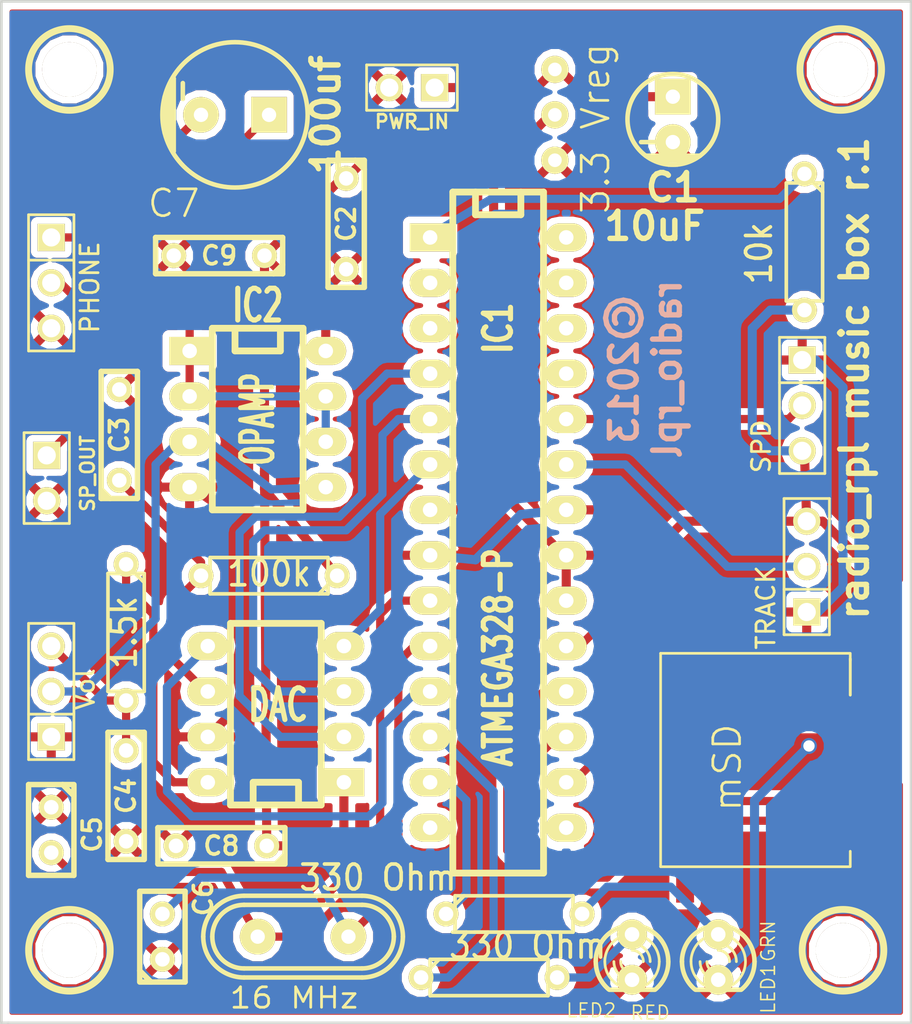
<source format=kicad_pcb>
(kicad_pcb (version 3) (host pcbnew "(2013-mar-25)-stable")

  (general
    (links 68)
    (no_connects 0)
    (area 114.2238 104.14 175.920286 161.77895)
    (thickness 1.6)
    (drawings 10)
    (tracks 199)
    (zones 0)
    (modules 32)
    (nets 28)
  )

  (page A4)
  (title_block 
    (title "music box 3.3v")
    (rev 2)
  )

  (layers
    (15 F.Cu signal)
    (0 B.Cu signal)
    (16 B.Adhes user)
    (17 F.Adhes user)
    (18 B.Paste user)
    (19 F.Paste user)
    (20 B.SilkS user)
    (21 F.SilkS user)
    (22 B.Mask user)
    (23 F.Mask user)
    (24 Dwgs.User user)
    (25 Cmts.User user)
    (26 Eco1.User user)
    (27 Eco2.User user)
    (28 Edge.Cuts user)
  )

  (setup
    (last_trace_width 0)
    (trace_clearance 0.254)
    (zone_clearance 0.381)
    (zone_45_only no)
    (trace_min 0.254)
    (segment_width 0.2)
    (edge_width 0.15)
    (via_size 0.889)
    (via_drill 0.635)
    (via_min_size 0.889)
    (via_min_drill 0.508)
    (uvia_size 0.508)
    (uvia_drill 0.127)
    (uvias_allowed no)
    (uvia_min_size 0.508)
    (uvia_min_drill 0.127)
    (pcb_text_width 0.3)
    (pcb_text_size 1.5 1.5)
    (mod_edge_width 0.15)
    (mod_text_size 1.5 1.5)
    (mod_text_width 0.15)
    (pad_size 3.048 3.048)
    (pad_drill 3.048)
    (pad_to_mask_clearance 0.2)
    (aux_axis_origin 0 0)
    (visible_elements FFFFFFBF)
    (pcbplotparams
      (layerselection 2097152)
      (usegerberextensions true)
      (excludeedgelayer true)
      (linewidth 100000)
      (plotframeref false)
      (viasonmask false)
      (mode 1)
      (useauxorigin false)
      (hpglpennumber 1)
      (hpglpenspeed 20)
      (hpglpendiameter 15)
      (hpglpenoverlay 2)
      (psnegative false)
      (psa4output false)
      (plotreference true)
      (plotvalue true)
      (plotothertext true)
      (plotinvisibletext false)
      (padsonsilk false)
      (subtractmaskfromsilk false)
      (outputformat 1)
      (mirror false)
      (drillshape 0)
      (scaleselection 1)
      (outputdirectory "gerber r1b/"))
  )

  (net 0 "")
  (net 1 DAC_CS)
  (net 2 DAC_DI)
  (net 3 DAC_LATCH)
  (net 4 DAC_SCK)
  (net 5 GND)
  (net 6 MISO)
  (net 7 MMC_CS)
  (net 8 MOSI)
  (net 9 N-000001)
  (net 10 N-0000011)
  (net 11 N-0000012)
  (net 12 N-0000013)
  (net 13 N-0000015)
  (net 14 N-000002)
  (net 15 N-0000022)
  (net 16 N-0000023)
  (net 17 N-0000025)
  (net 18 N-000003)
  (net 19 N-0000037)
  (net 20 N-0000038)
  (net 21 N-000004)
  (net 22 N-000005)
  (net 23 N-000006)
  (net 24 N-000008)
  (net 25 SCK)
  (net 26 VCC)
  (net 27 Vin)

  (net_class Default "This is the default net class."
    (clearance 0.254)
    (trace_width 0.4572)
    (via_dia 0.889)
    (via_drill 0.635)
    (uvia_dia 0.508)
    (uvia_drill 0.127)
    (add_net "")
    (add_net DAC_CS)
    (add_net DAC_DI)
    (add_net DAC_LATCH)
    (add_net DAC_SCK)
    (add_net MISO)
    (add_net MMC_CS)
    (add_net MOSI)
    (add_net N-000001)
    (add_net N-0000011)
    (add_net N-0000012)
    (add_net N-0000013)
    (add_net N-0000015)
    (add_net N-000002)
    (add_net N-0000022)
    (add_net N-0000023)
    (add_net N-0000025)
    (add_net N-000003)
    (add_net N-0000037)
    (add_net N-0000038)
    (add_net N-000004)
    (add_net N-000005)
    (add_net N-000006)
    (add_net N-000008)
    (add_net SCK)
  )

  (net_class GND ""
    (clearance 0.254)
    (trace_width 0.381)
    (via_dia 0.889)
    (via_drill 0.635)
    (uvia_dia 0.508)
    (uvia_drill 0.127)
  )

  (net_class power ""
    (clearance 0.381)
    (trace_width 0.508)
    (via_dia 0.889)
    (via_drill 0.635)
    (uvia_dia 0.508)
    (uvia_drill 0.127)
    (add_net GND)
    (add_net VCC)
    (add_net Vin)
  )

  (module microsd_dm3d (layer F.Cu) (tedit 52885E74) (tstamp 5285B3EA)
    (at 161.163 151.638 90)
    (path /5238BB87)
    (fp_text reference "" (at 4.9 -14.4 90) (layer F.SilkS)
      (effects (font (size 1.5 1.5) (thickness 0.15)))
    )
    (fp_text value mSD (at 4.3815 -5.969 90) (layer F.SilkS)
      (effects (font (size 1.5 1.5) (thickness 0.15)))
    )
    (fp_line (start 10.7696 0.9144) (end 10.7696 -9.7028) (layer F.SilkS) (width 0.15))
    (fp_line (start -1.1684 0.3556) (end -1.1684 -9.7028) (layer F.SilkS) (width 0.15))
    (fp_line (start -0.3048 0.9144) (end -1.1684 0.9144) (layer F.SilkS) (width 0.15))
    (fp_line (start 10.3632 0.9144) (end 10.7188 0.9144) (layer F.SilkS) (width 0.15))
    (fp_line (start 10.7696 -9.7028) (end -1.1684 -9.7028) (layer F.SilkS) (width 0.15))
    (fp_line (start -1.1684 0.8636) (end -1.1684 0.4064) (layer F.SilkS) (width 0.15))
    (fp_line (start 8.4328 0.9144) (end 10.4648 0.9144) (layer F.SilkS) (width 0.15))
    (fp_line (start 10.4648 0.9144) (end 8.4328 0.9144) (layer F.SilkS) (width 0.15))
    (pad 1 smd rect (at 0.3048 0.9144 90) (size 0.7 1.75)
      (layers F.Cu F.Paste F.Mask)
    )
    (pad 2 smd rect (at 1.4048 0.9144 90) (size 0.7 1.75)
      (layers F.Cu F.Paste F.Mask)
      (net 6 MISO)
    )
    (pad 3 smd rect (at 2.5048 0.9144 90) (size 0.7 1.75)
      (layers F.Cu F.Paste F.Mask)
      (net 8 MOSI)
    )
    (pad 4 smd rect (at 3.6048 0.9144 90) (size 0.7 1.75)
      (layers F.Cu F.Paste F.Mask)
      (net 26 VCC)
    )
    (pad 5 smd rect (at 4.7048 0.9144 90) (size 0.7 1.75)
      (layers F.Cu F.Paste F.Mask)
      (net 25 SCK)
    )
    (pad 6 smd rect (at 5.8048 0.9144 90) (size 0.7 1.75)
      (layers F.Cu F.Paste F.Mask)
      (net 5 GND)
    )
    (pad 7 smd rect (at 6.9048 0.9144 90) (size 0.7 1.75)
      (layers F.Cu F.Paste F.Mask)
      (net 7 MMC_CS)
    )
    (pad 8 smd rect (at 8.0048 0.9144 90) (size 0.7 1.75)
      (layers F.Cu F.Paste F.Mask)
    )
    (pad "" smd rect (at 10.4648 -10.414 90) (size 1.25 2.5)
      (layers F.Cu F.Paste F.Mask)
    )
    (pad "" smd rect (at -1.6764 -8.3312 90) (size 3 1)
      (layers F.Cu F.Paste F.Mask)
    )
  )

  (module 1pin (layer F.Cu) (tedit 52881F7D) (tstamp 52881D8F)
    (at 118.364 157.48)
    (descr "module 1 pin (ou trou mecanique de percage)")
    (tags DEV)
    (path 1pin)
    (fp_text reference "" (at 0 -3.048) (layer F.SilkS)
      (effects (font (size 1.016 1.016) (thickness 0.254)))
    )
    (fp_text value "" (at 0 2.794) (layer F.SilkS) hide
      (effects (font (size 1.016 1.016) (thickness 0.254)))
    )
    (fp_circle (center 0 0) (end 0 -2.286) (layer F.SilkS) (width 0.381))
    (pad 1 thru_hole circle (at 0 0) (size 3.048 3.048) (drill 3.048)
      (layers *.Cu *.Mask F.SilkS)
    )
  )

  (module 1pin (layer F.Cu) (tedit 52881F58) (tstamp 52881DE4)
    (at 161.671 157.48)
    (descr "module 1 pin (ou trou mecanique de percage)")
    (tags DEV)
    (path 1pin)
    (fp_text reference "" (at 0 -3.048) (layer F.SilkS)
      (effects (font (size 1.016 1.016) (thickness 0.254)))
    )
    (fp_text value "" (at 0 2.794) (layer F.SilkS) hide
      (effects (font (size 1.016 1.016) (thickness 0.254)))
    )
    (fp_circle (center 0 0) (end 0 -2.286) (layer F.SilkS) (width 0.381))
    (pad 1 thru_hole circle (at 0 0) (size 3.048 3.048) (drill 3.048)
      (layers *.Cu *.Mask F.SilkS)
    )
  )

  (module 1pin (layer F.Cu) (tedit 528ADFCA) (tstamp 52881DD9)
    (at 161.544 108.204)
    (descr "module 1 pin (ou trou mecanique de percage)")
    (tags DEV)
    (path 1pin)
    (fp_text reference "" (at 0 -3.048) (layer F.SilkS)
      (effects (font (size 1.016 1.016) (thickness 0.254)))
    )
    (fp_text value "" (at 0 2.794) (layer F.SilkS) hide
      (effects (font (size 1.016 1.016) (thickness 0.254)))
    )
    (fp_circle (center 0 0) (end 0 -2.286) (layer F.SilkS) (width 0.381))
    (pad 1 thru_hole circle (at 0 0) (size 3.048 3.048) (drill 3.048)
      (layers *.Cu *.Mask F.SilkS)
    )
  )

  (module 1pin (layer F.Cu) (tedit 52881EE0) (tstamp 52881D7F)
    (at 118.364 108.204)
    (descr "module 1 pin (ou trou mecanique de percage)")
    (tags DEV)
    (path 1pin)
    (zone_connect 0)
    (fp_text reference "" (at 0 -3.048) (layer F.SilkS)
      (effects (font (size 1.016 1.016) (thickness 0.254)))
    )
    (fp_text value "" (at 0 2.794) (layer F.SilkS) hide
      (effects (font (size 1.016 1.016) (thickness 0.254)))
    )
    (fp_circle (center 0 0) (end 0 -2.286) (layer F.SilkS) (width 0.381))
    (pad 1 thru_hole circle (at 0 0) (size 3.048 3.048) (drill 3.048)
      (layers *.Cu *.Mask F.SilkS)
      (zone_connect 0)
    )
  )

  (module R3 (layer F.Cu) (tedit 5286ABD0) (tstamp 52803A80)
    (at 159.512 117.856 270)
    (descr "Resitance 3 pas")
    (tags R)
    (path /5238900B)
    (autoplace_cost180 10)
    (fp_text reference R5 (at 0 0.127 270) (layer F.SilkS) hide
      (effects (font (size 1.397 1.27) (thickness 0.2032)))
    )
    (fp_text value 10k (at 0.635 2.54 270) (layer F.SilkS)
      (effects (font (size 1.397 1.27) (thickness 0.2032)))
    )
    (fp_line (start -3.81 0) (end -3.302 0) (layer F.SilkS) (width 0.2032))
    (fp_line (start 3.81 0) (end 3.302 0) (layer F.SilkS) (width 0.2032))
    (fp_line (start 3.302 0) (end 3.302 -1.016) (layer F.SilkS) (width 0.2032))
    (fp_line (start 3.302 -1.016) (end -3.302 -1.016) (layer F.SilkS) (width 0.2032))
    (fp_line (start -3.302 -1.016) (end -3.302 1.016) (layer F.SilkS) (width 0.2032))
    (fp_line (start -3.302 1.016) (end 3.302 1.016) (layer F.SilkS) (width 0.2032))
    (fp_line (start 3.302 1.016) (end 3.302 0) (layer F.SilkS) (width 0.2032))
    (fp_line (start -3.302 -0.508) (end -2.794 -1.016) (layer F.SilkS) (width 0.2032))
    (pad 1 thru_hole circle (at -3.81 0 270) (size 1.397 1.397) (drill 0.8128)
      (layers *.Cu *.Mask F.SilkS)
      (net 17 N-0000025)
    )
    (pad 2 thru_hole circle (at 3.81 0 270) (size 1.397 1.397) (drill 0.8128)
      (layers *.Cu *.Mask F.SilkS)
      (net 26 VCC)
    )
    (model discret/resistor.wrl
      (at (xyz 0 0 0))
      (scale (xyz 0.3 0.3 0.3))
      (rotate (xyz 0 0 0))
    )
  )

  (module R3 (layer F.Cu) (tedit 528AF2D3) (tstamp 5284760C)
    (at 143.256 155.448)
    (descr "Resitance 3 pas")
    (tags R)
    (path /5271DDD3)
    (autoplace_cost180 10)
    (fp_text reference R3 (at 0 0.127) (layer F.SilkS) hide
      (effects (font (size 1.397 1.27) (thickness 0.2032)))
    )
    (fp_text value "330 Ohm" (at -7.62 -2.032) (layer F.SilkS)
      (effects (font (size 1.397 1.27) (thickness 0.2032)))
    )
    (fp_line (start -3.81 0) (end -3.302 0) (layer F.SilkS) (width 0.2032))
    (fp_line (start 3.81 0) (end 3.302 0) (layer F.SilkS) (width 0.2032))
    (fp_line (start 3.302 0) (end 3.302 -1.016) (layer F.SilkS) (width 0.2032))
    (fp_line (start 3.302 -1.016) (end -3.302 -1.016) (layer F.SilkS) (width 0.2032))
    (fp_line (start -3.302 -1.016) (end -3.302 1.016) (layer F.SilkS) (width 0.2032))
    (fp_line (start -3.302 1.016) (end 3.302 1.016) (layer F.SilkS) (width 0.2032))
    (fp_line (start 3.302 1.016) (end 3.302 0) (layer F.SilkS) (width 0.2032))
    (fp_line (start -3.302 -0.508) (end -2.794 -1.016) (layer F.SilkS) (width 0.2032))
    (pad 1 thru_hole circle (at -3.81 0) (size 1.397 1.397) (drill 0.8128)
      (layers *.Cu *.Mask F.SilkS)
      (net 18 N-000003)
    )
    (pad 2 thru_hole circle (at 3.81 0) (size 1.397 1.397) (drill 0.8128)
      (layers *.Cu *.Mask F.SilkS)
      (net 21 N-000004)
    )
    (model discret/resistor.wrl
      (at (xyz 0 0 0))
      (scale (xyz 0.3 0.3 0.3))
      (rotate (xyz 0 0 0))
    )
  )

  (module R3 (layer F.Cu) (tedit 528AF2D9) (tstamp 5285C683)
    (at 141.859 159.004)
    (descr "Resitance 3 pas")
    (tags R)
    (path /5271DA72)
    (autoplace_cost180 10)
    (fp_text reference R6 (at 0 0.127) (layer F.SilkS) hide
      (effects (font (size 1.397 1.27) (thickness 0.2032)))
    )
    (fp_text value "330 Ohm" (at 2.159 -1.778) (layer F.SilkS)
      (effects (font (size 1.397 1.27) (thickness 0.2032)))
    )
    (fp_line (start -3.81 0) (end -3.302 0) (layer F.SilkS) (width 0.2032))
    (fp_line (start 3.81 0) (end 3.302 0) (layer F.SilkS) (width 0.2032))
    (fp_line (start 3.302 0) (end 3.302 -1.016) (layer F.SilkS) (width 0.2032))
    (fp_line (start 3.302 -1.016) (end -3.302 -1.016) (layer F.SilkS) (width 0.2032))
    (fp_line (start -3.302 -1.016) (end -3.302 1.016) (layer F.SilkS) (width 0.2032))
    (fp_line (start -3.302 1.016) (end 3.302 1.016) (layer F.SilkS) (width 0.2032))
    (fp_line (start 3.302 1.016) (end 3.302 0) (layer F.SilkS) (width 0.2032))
    (fp_line (start -3.302 -0.508) (end -2.794 -1.016) (layer F.SilkS) (width 0.2032))
    (pad 1 thru_hole circle (at -3.81 0) (size 1.397 1.397) (drill 0.8128)
      (layers *.Cu *.Mask F.SilkS)
      (net 23 N-000006)
    )
    (pad 2 thru_hole circle (at 3.81 0) (size 1.397 1.397) (drill 0.8128)
      (layers *.Cu *.Mask F.SilkS)
      (net 22 N-000005)
    )
    (model discret/resistor.wrl
      (at (xyz 0 0 0))
      (scale (xyz 0.3 0.3 0.3))
      (rotate (xyz 0 0 0))
    )
  )

  (module R3 (layer F.Cu) (tedit 4E4C0E65) (tstamp 52803AAA)
    (at 129.54 136.525 180)
    (descr "Resitance 3 pas")
    (tags R)
    (path /5238AB59)
    (autoplace_cost180 10)
    (fp_text reference R2 (at 0 0.127 180) (layer F.SilkS) hide
      (effects (font (size 1.397 1.27) (thickness 0.2032)))
    )
    (fp_text value 100k (at 0 0.127 180) (layer F.SilkS)
      (effects (font (size 1.397 1.27) (thickness 0.2032)))
    )
    (fp_line (start -3.81 0) (end -3.302 0) (layer F.SilkS) (width 0.2032))
    (fp_line (start 3.81 0) (end 3.302 0) (layer F.SilkS) (width 0.2032))
    (fp_line (start 3.302 0) (end 3.302 -1.016) (layer F.SilkS) (width 0.2032))
    (fp_line (start 3.302 -1.016) (end -3.302 -1.016) (layer F.SilkS) (width 0.2032))
    (fp_line (start -3.302 -1.016) (end -3.302 1.016) (layer F.SilkS) (width 0.2032))
    (fp_line (start -3.302 1.016) (end 3.302 1.016) (layer F.SilkS) (width 0.2032))
    (fp_line (start 3.302 1.016) (end 3.302 0) (layer F.SilkS) (width 0.2032))
    (fp_line (start -3.302 -0.508) (end -2.794 -1.016) (layer F.SilkS) (width 0.2032))
    (pad 1 thru_hole circle (at -3.81 0 180) (size 1.397 1.397) (drill 0.8128)
      (layers *.Cu *.Mask F.SilkS)
      (net 26 VCC)
    )
    (pad 2 thru_hole circle (at 3.81 0 180) (size 1.397 1.397) (drill 0.8128)
      (layers *.Cu *.Mask F.SilkS)
      (net 13 N-0000015)
    )
    (model discret/resistor.wrl
      (at (xyz 0 0 0))
      (scale (xyz 0.3 0.3 0.3))
      (rotate (xyz 0 0 0))
    )
  )

  (module R3 (layer F.Cu) (tedit 4E4C0E65) (tstamp 52803AB8)
    (at 121.539 139.7 270)
    (descr "Resitance 3 pas")
    (tags R)
    (path /5238AC59)
    (autoplace_cost180 10)
    (fp_text reference R1 (at 0 0.127 270) (layer F.SilkS) hide
      (effects (font (size 1.397 1.27) (thickness 0.2032)))
    )
    (fp_text value 1.5k (at 0 0.127 270) (layer F.SilkS)
      (effects (font (size 1.397 1.27) (thickness 0.2032)))
    )
    (fp_line (start -3.81 0) (end -3.302 0) (layer F.SilkS) (width 0.2032))
    (fp_line (start 3.81 0) (end 3.302 0) (layer F.SilkS) (width 0.2032))
    (fp_line (start 3.302 0) (end 3.302 -1.016) (layer F.SilkS) (width 0.2032))
    (fp_line (start 3.302 -1.016) (end -3.302 -1.016) (layer F.SilkS) (width 0.2032))
    (fp_line (start -3.302 -1.016) (end -3.302 1.016) (layer F.SilkS) (width 0.2032))
    (fp_line (start -3.302 1.016) (end 3.302 1.016) (layer F.SilkS) (width 0.2032))
    (fp_line (start 3.302 1.016) (end 3.302 0) (layer F.SilkS) (width 0.2032))
    (fp_line (start -3.302 -0.508) (end -2.794 -1.016) (layer F.SilkS) (width 0.2032))
    (pad 1 thru_hole circle (at -3.81 0 270) (size 1.397 1.397) (drill 0.8128)
      (layers *.Cu *.Mask F.SilkS)
      (net 19 N-0000037)
    )
    (pad 2 thru_hole circle (at 3.81 0 270) (size 1.397 1.397) (drill 0.8128)
      (layers *.Cu *.Mask F.SilkS)
      (net 9 N-000001)
    )
    (model discret/resistor.wrl
      (at (xyz 0 0 0))
      (scale (xyz 0.3 0.3 0.3))
      (rotate (xyz 0 0 0))
    )
  )

  (module PIN_ARRAY_3X1 (layer F.Cu) (tedit 52882EE4) (tstamp 52803AD1)
    (at 159.385 127 270)
    (descr "Connecteur 3 pins")
    (tags "CONN DEV")
    (path /5238BE01)
    (fp_text reference SPD (at 2.286 2.286 270) (layer F.SilkS)
      (effects (font (size 1.016 1.016) (thickness 0.1524)))
    )
    (fp_text value "" (at 0 -2.159 270) (layer F.SilkS) hide
      (effects (font (size 1.016 1.016) (thickness 0.1524)))
    )
    (fp_line (start -3.81 1.27) (end -3.81 -1.27) (layer F.SilkS) (width 0.1524))
    (fp_line (start -3.81 -1.27) (end 3.81 -1.27) (layer F.SilkS) (width 0.1524))
    (fp_line (start 3.81 -1.27) (end 3.81 1.27) (layer F.SilkS) (width 0.1524))
    (fp_line (start 3.81 1.27) (end -3.81 1.27) (layer F.SilkS) (width 0.1524))
    (fp_line (start -1.27 -1.27) (end -1.27 1.27) (layer F.SilkS) (width 0.1524))
    (pad 1 thru_hole rect (at -2.54 0 270) (size 1.524 1.524) (drill 1.016)
      (layers *.Cu *.Mask F.SilkS)
      (net 5 GND)
    )
    (pad 2 thru_hole circle (at 0 0 270) (size 1.524 1.524) (drill 1.016)
      (layers *.Cu *.Mask F.SilkS)
      (net 24 N-000008)
    )
    (pad 3 thru_hole circle (at 2.54 0 270) (size 1.524 1.524) (drill 1.016)
      (layers *.Cu *.Mask F.SilkS)
      (net 26 VCC)
    )
    (model pin_array/pins_array_3x1.wrl
      (at (xyz 0 0 0))
      (scale (xyz 1 1 1))
      (rotate (xyz 0 0 0))
    )
  )

  (module PIN_ARRAY_3X1 (layer F.Cu) (tedit 52882EDF) (tstamp 52803ADD)
    (at 159.639 136.017 90)
    (descr "Connecteur 3 pins")
    (tags "CONN DEV")
    (path /52389836)
    (fp_text reference TRACK (at -2.286 -2.286 90) (layer F.SilkS)
      (effects (font (size 1.016 1.016) (thickness 0.1524)))
    )
    (fp_text value "" (at 0 -2.159 90) (layer F.SilkS) hide
      (effects (font (size 1.016 1.016) (thickness 0.1524)))
    )
    (fp_line (start -3.81 1.27) (end -3.81 -1.27) (layer F.SilkS) (width 0.1524))
    (fp_line (start -3.81 -1.27) (end 3.81 -1.27) (layer F.SilkS) (width 0.1524))
    (fp_line (start 3.81 -1.27) (end 3.81 1.27) (layer F.SilkS) (width 0.1524))
    (fp_line (start 3.81 1.27) (end -3.81 1.27) (layer F.SilkS) (width 0.1524))
    (fp_line (start -1.27 -1.27) (end -1.27 1.27) (layer F.SilkS) (width 0.1524))
    (pad 1 thru_hole rect (at -2.54 0 90) (size 1.524 1.524) (drill 1.016)
      (layers *.Cu *.Mask F.SilkS)
      (net 5 GND)
    )
    (pad 2 thru_hole circle (at 0 0 90) (size 1.524 1.524) (drill 1.016)
      (layers *.Cu *.Mask F.SilkS)
      (net 12 N-0000013)
    )
    (pad 3 thru_hole circle (at 2.54 0 90) (size 1.524 1.524) (drill 1.016)
      (layers *.Cu *.Mask F.SilkS)
      (net 26 VCC)
    )
    (model pin_array/pins_array_3x1.wrl
      (at (xyz 0 0 0))
      (scale (xyz 1 1 1))
      (rotate (xyz 0 0 0))
    )
  )

  (module PIN_ARRAY_3X1 (layer F.Cu) (tedit 52881FCB) (tstamp 52847C92)
    (at 117.348 143.002 90)
    (descr "Connecteur 3 pins")
    (tags "CONN DEV")
    (path /5238ADA4)
    (fp_text reference Vol (at 0.127 1.905 90) (layer F.SilkS)
      (effects (font (size 1.016 1.016) (thickness 0.1524)))
    )
    (fp_text value 10k (at 0 -2.159 90) (layer F.SilkS) hide
      (effects (font (size 1.016 1.016) (thickness 0.1524)))
    )
    (fp_line (start -3.81 1.27) (end -3.81 -1.27) (layer F.SilkS) (width 0.1524))
    (fp_line (start -3.81 -1.27) (end 3.81 -1.27) (layer F.SilkS) (width 0.1524))
    (fp_line (start 3.81 -1.27) (end 3.81 1.27) (layer F.SilkS) (width 0.1524))
    (fp_line (start 3.81 1.27) (end -3.81 1.27) (layer F.SilkS) (width 0.1524))
    (fp_line (start -1.27 -1.27) (end -1.27 1.27) (layer F.SilkS) (width 0.1524))
    (pad 1 thru_hole rect (at -2.54 0 90) (size 1.524 1.524) (drill 1.016)
      (layers *.Cu *.Mask F.SilkS)
      (net 5 GND)
    )
    (pad 2 thru_hole circle (at 0 0 90) (size 1.524 1.524) (drill 1.016)
      (layers *.Cu *.Mask F.SilkS)
      (net 10 N-0000011)
    )
    (pad 3 thru_hole circle (at 2.54 0 90) (size 1.524 1.524) (drill 1.016)
      (layers *.Cu *.Mask F.SilkS)
      (net 9 N-000001)
    )
    (model pin_array/pins_array_3x1.wrl
      (at (xyz 0 0 0))
      (scale (xyz 1 1 1))
      (rotate (xyz 0 0 0))
    )
  )

  (module PIN_ARRAY_2X1 (layer F.Cu) (tedit 52882009) (tstamp 52803AF3)
    (at 137.541 109.22 180)
    (descr "Connecteurs 2 pins")
    (tags "CONN DEV")
    (path /5238C0FF)
    (fp_text reference PWR_IN (at 0 -1.905 180) (layer F.SilkS)
      (effects (font (size 0.762 0.762) (thickness 0.1524)))
    )
    (fp_text value "" (at 0 -1.905 180) (layer F.SilkS) hide
      (effects (font (size 0.762 0.762) (thickness 0.1524)))
    )
    (fp_line (start -2.54 1.27) (end -2.54 -1.27) (layer F.SilkS) (width 0.1524))
    (fp_line (start -2.54 -1.27) (end 2.54 -1.27) (layer F.SilkS) (width 0.1524))
    (fp_line (start 2.54 -1.27) (end 2.54 1.27) (layer F.SilkS) (width 0.1524))
    (fp_line (start 2.54 1.27) (end -2.54 1.27) (layer F.SilkS) (width 0.1524))
    (pad 1 thru_hole rect (at -1.27 0 180) (size 1.524 1.524) (drill 1.016)
      (layers *.Cu *.Mask F.SilkS)
      (net 27 Vin)
    )
    (pad 2 thru_hole circle (at 1.27 0 180) (size 1.524 1.524) (drill 1.016)
      (layers *.Cu *.Mask F.SilkS)
      (net 5 GND)
    )
    (model pin_array/pins_array_2x1.wrl
      (at (xyz 0 0 0))
      (scale (xyz 1 1 1))
      (rotate (xyz 0 0 0))
    )
  )

  (module PIN_ARRAY_2X1 (layer F.Cu) (tedit 52897398) (tstamp 52847C85)
    (at 117.094 131.064 270)
    (descr "Connecteurs 2 pins")
    (tags "CONN DEV")
    (path /5238B0BE)
    (fp_text reference SP_OUT (at -0.254 -2.286 270) (layer F.SilkS)
      (effects (font (size 0.762 0.762) (thickness 0.1524)))
    )
    (fp_text value HEADER_2 (at 0 -1.905 270) (layer F.SilkS) hide
      (effects (font (size 0.762 0.762) (thickness 0.1524)))
    )
    (fp_line (start -2.54 1.27) (end -2.54 -1.27) (layer F.SilkS) (width 0.1524))
    (fp_line (start -2.54 -1.27) (end 2.54 -1.27) (layer F.SilkS) (width 0.1524))
    (fp_line (start 2.54 -1.27) (end 2.54 1.27) (layer F.SilkS) (width 0.1524))
    (fp_line (start 2.54 1.27) (end -2.54 1.27) (layer F.SilkS) (width 0.1524))
    (pad 1 thru_hole rect (at -1.27 0 270) (size 1.524 1.524) (drill 1.016)
      (layers *.Cu *.Mask F.SilkS)
      (net 14 N-000002)
    )
    (pad 2 thru_hole circle (at 1.27 0 270) (size 1.524 1.524) (drill 1.016)
      (layers *.Cu *.Mask F.SilkS)
      (net 5 GND)
    )
    (model pin_array/pins_array_2x1.wrl
      (at (xyz 0 0 0))
      (scale (xyz 1 1 1))
      (rotate (xyz 0 0 0))
    )
  )

  (module LED-3MM (layer F.Cu) (tedit 5286AC48) (tstamp 52803B22)
    (at 149.86 157.861 270)
    (descr "LED 3mm - Lead pitch 100mil (2,54mm)")
    (tags "LED led 3mm 3MM 100mil 2,54mm")
    (path /5271DC3F)
    (fp_text reference LED2 (at 2.9845 2.286 360) (layer F.SilkS)
      (effects (font (size 0.762 0.762) (thickness 0.0889)))
    )
    (fp_text value RED (at 3.1115 -1.016 360) (layer F.SilkS)
      (effects (font (size 0.762 0.762) (thickness 0.0889)))
    )
    (fp_line (start 1.8288 1.27) (end 1.8288 -1.27) (layer F.SilkS) (width 0.254))
    (fp_arc (start 0.254 0) (end -1.27 0) (angle 39.8) (layer F.SilkS) (width 0.1524))
    (fp_arc (start 0.254 0) (end -0.88392 1.01092) (angle 41.6) (layer F.SilkS) (width 0.1524))
    (fp_arc (start 0.254 0) (end 1.4097 -0.9906) (angle 40.6) (layer F.SilkS) (width 0.1524))
    (fp_arc (start 0.254 0) (end 1.778 0) (angle 39.8) (layer F.SilkS) (width 0.1524))
    (fp_arc (start 0.254 0) (end 0.254 -1.524) (angle 54.4) (layer F.SilkS) (width 0.1524))
    (fp_arc (start 0.254 0) (end -0.9652 -0.9144) (angle 53.1) (layer F.SilkS) (width 0.1524))
    (fp_arc (start 0.254 0) (end 1.45542 0.93472) (angle 52.1) (layer F.SilkS) (width 0.1524))
    (fp_arc (start 0.254 0) (end 0.254 1.524) (angle 52.1) (layer F.SilkS) (width 0.1524))
    (fp_arc (start 0.254 0) (end -0.381 0) (angle 90) (layer F.SilkS) (width 0.1524))
    (fp_arc (start 0.254 0) (end -0.762 0) (angle 90) (layer F.SilkS) (width 0.1524))
    (fp_arc (start 0.254 0) (end 0.889 0) (angle 90) (layer F.SilkS) (width 0.1524))
    (fp_arc (start 0.254 0) (end 1.27 0) (angle 90) (layer F.SilkS) (width 0.1524))
    (fp_arc (start 0.254 0) (end 0.254 -2.032) (angle 50.1) (layer F.SilkS) (width 0.254))
    (fp_arc (start 0.254 0) (end -1.5367 -0.95504) (angle 61.9) (layer F.SilkS) (width 0.254))
    (fp_arc (start 0.254 0) (end 1.8034 1.31064) (angle 49.7) (layer F.SilkS) (width 0.254))
    (fp_arc (start 0.254 0) (end 0.254 2.032) (angle 60.2) (layer F.SilkS) (width 0.254))
    (fp_arc (start 0.254 0) (end -1.778 0) (angle 28.3) (layer F.SilkS) (width 0.254))
    (fp_arc (start 0.254 0) (end -1.47574 1.06426) (angle 31.6) (layer F.SilkS) (width 0.254))
    (pad 1 thru_hole circle (at -1.27 0 270) (size 1.6764 1.6764) (drill 0.8128)
      (layers *.Cu *.Mask F.SilkS)
      (net 22 N-000005)
    )
    (pad 2 thru_hole circle (at 1.27 0 270) (size 1.6764 1.6764) (drill 0.8128)
      (layers *.Cu *.Mask F.SilkS)
      (net 5 GND)
    )
    (model discret/leds/led3_vertical_verde.wrl
      (at (xyz 0 0 0))
      (scale (xyz 1 1 1))
      (rotate (xyz 0 0 0))
    )
  )

  (module LED-3MM (layer F.Cu) (tedit 5286A6DE) (tstamp 52803B3B)
    (at 154.686 157.861 270)
    (descr "LED 3mm - Lead pitch 100mil (2,54mm)")
    (tags "LED led 3mm 3MM 100mil 2,54mm")
    (path /5271DDD9)
    (fp_text reference LED1 (at 1.778 -2.794 270) (layer F.SilkS)
      (effects (font (size 0.762 0.762) (thickness 0.0889)))
    )
    (fp_text value GRN (at -0.889 -2.794 270) (layer F.SilkS)
      (effects (font (size 0.762 0.762) (thickness 0.0889)))
    )
    (fp_line (start 1.8288 1.27) (end 1.8288 -1.27) (layer F.SilkS) (width 0.254))
    (fp_arc (start 0.254 0) (end -1.27 0) (angle 39.8) (layer F.SilkS) (width 0.1524))
    (fp_arc (start 0.254 0) (end -0.88392 1.01092) (angle 41.6) (layer F.SilkS) (width 0.1524))
    (fp_arc (start 0.254 0) (end 1.4097 -0.9906) (angle 40.6) (layer F.SilkS) (width 0.1524))
    (fp_arc (start 0.254 0) (end 1.778 0) (angle 39.8) (layer F.SilkS) (width 0.1524))
    (fp_arc (start 0.254 0) (end 0.254 -1.524) (angle 54.4) (layer F.SilkS) (width 0.1524))
    (fp_arc (start 0.254 0) (end -0.9652 -0.9144) (angle 53.1) (layer F.SilkS) (width 0.1524))
    (fp_arc (start 0.254 0) (end 1.45542 0.93472) (angle 52.1) (layer F.SilkS) (width 0.1524))
    (fp_arc (start 0.254 0) (end 0.254 1.524) (angle 52.1) (layer F.SilkS) (width 0.1524))
    (fp_arc (start 0.254 0) (end -0.381 0) (angle 90) (layer F.SilkS) (width 0.1524))
    (fp_arc (start 0.254 0) (end -0.762 0) (angle 90) (layer F.SilkS) (width 0.1524))
    (fp_arc (start 0.254 0) (end 0.889 0) (angle 90) (layer F.SilkS) (width 0.1524))
    (fp_arc (start 0.254 0) (end 1.27 0) (angle 90) (layer F.SilkS) (width 0.1524))
    (fp_arc (start 0.254 0) (end 0.254 -2.032) (angle 50.1) (layer F.SilkS) (width 0.254))
    (fp_arc (start 0.254 0) (end -1.5367 -0.95504) (angle 61.9) (layer F.SilkS) (width 0.254))
    (fp_arc (start 0.254 0) (end 1.8034 1.31064) (angle 49.7) (layer F.SilkS) (width 0.254))
    (fp_arc (start 0.254 0) (end 0.254 2.032) (angle 60.2) (layer F.SilkS) (width 0.254))
    (fp_arc (start 0.254 0) (end -1.778 0) (angle 28.3) (layer F.SilkS) (width 0.254))
    (fp_arc (start 0.254 0) (end -1.47574 1.06426) (angle 31.6) (layer F.SilkS) (width 0.254))
    (pad 1 thru_hole circle (at -1.27 0 270) (size 1.6764 1.6764) (drill 0.8128)
      (layers *.Cu *.Mask F.SilkS)
      (net 21 N-000004)
    )
    (pad 2 thru_hole circle (at 1.27 0 270) (size 1.6764 1.6764) (drill 0.8128)
      (layers *.Cu *.Mask F.SilkS)
      (net 5 GND)
    )
    (model discret/leds/led3_vertical_verde.wrl
      (at (xyz 0 0 0))
      (scale (xyz 1 1 1))
      (rotate (xyz 0 0 0))
    )
  )

  (module LD1112 (layer F.Cu) (tedit 52881FEF) (tstamp 52805783)
    (at 143.002 110.744 90)
    (path /523897B3)
    (fp_text reference "" (at 0 0 90) (layer F.SilkS)
      (effects (font (size 1.5 1.5) (thickness 0.15)))
    )
    (fp_text value "3.3 Vreg" (at -0.762 4.826 90) (layer F.SilkS)
      (effects (font (size 1.5 1.5) (thickness 0.15)))
    )
    (pad GND thru_hole circle (at -2.54 2.54 90) (size 1.524 1.524) (drill 0.762)
      (layers *.Cu *.Mask F.SilkS)
      (net 5 GND)
    )
    (pad VO thru_hole circle (at 0 2.54 90) (size 1.524 1.524) (drill 0.762)
      (layers *.Cu *.Mask F.SilkS)
      (net 26 VCC)
    )
    (pad VI thru_hole circle (at 2.54 2.54 90) (size 1.524 1.524) (drill 0.762)
      (layers *.Cu *.Mask F.SilkS)
      (net 27 Vin)
    )
  )

  (module DIP-8__300_ELL (layer F.Cu) (tedit 528AF2CE) (tstamp 52886168)
    (at 129.921 144.272 90)
    (descr "8 pins DIL package, elliptical pads")
    (tags DIL)
    (path /5238AA40)
    (fp_text reference DAC (at 0.508 0.127 180) (layer F.SilkS)
      (effects (font (size 1.778 1.143) (thickness 0.28575)))
    )
    (fp_text value "" (at 0 0 90) (layer F.SilkS)
      (effects (font (size 1.778 1.016) (thickness 0.254)))
    )
    (fp_line (start -5.08 -1.27) (end -3.81 -1.27) (layer F.SilkS) (width 0.381))
    (fp_line (start -3.81 -1.27) (end -3.81 1.27) (layer F.SilkS) (width 0.381))
    (fp_line (start -3.81 1.27) (end -5.08 1.27) (layer F.SilkS) (width 0.381))
    (fp_line (start -5.08 -2.54) (end 5.08 -2.54) (layer F.SilkS) (width 0.381))
    (fp_line (start 5.08 -2.54) (end 5.08 2.54) (layer F.SilkS) (width 0.381))
    (fp_line (start 5.08 2.54) (end -5.08 2.54) (layer F.SilkS) (width 0.381))
    (fp_line (start -5.08 2.54) (end -5.08 -2.54) (layer F.SilkS) (width 0.381))
    (pad 1 thru_hole rect (at -3.81 3.81 90) (size 1.5748 2.286) (drill 0.8128)
      (layers *.Cu *.Mask F.SilkS)
      (net 26 VCC)
    )
    (pad 2 thru_hole oval (at -1.27 3.81 90) (size 1.5748 2.286) (drill 0.8128)
      (layers *.Cu *.Mask F.SilkS)
      (net 1 DAC_CS)
    )
    (pad 3 thru_hole oval (at 1.27 3.81 90) (size 1.5748 2.286) (drill 0.8128)
      (layers *.Cu *.Mask F.SilkS)
      (net 4 DAC_SCK)
    )
    (pad 4 thru_hole oval (at 3.81 3.81 90) (size 1.5748 2.286) (drill 0.8128)
      (layers *.Cu *.Mask F.SilkS)
      (net 2 DAC_DI)
    )
    (pad 5 thru_hole oval (at 3.81 -3.81 90) (size 1.5748 2.286) (drill 0.8128)
      (layers *.Cu *.Mask F.SilkS)
      (net 3 DAC_LATCH)
    )
    (pad 6 thru_hole oval (at 1.27 -3.81 90) (size 1.5748 2.286) (drill 0.8128)
      (layers *.Cu *.Mask F.SilkS)
      (net 13 N-0000015)
    )
    (pad 7 thru_hole oval (at -1.27 -3.81 90) (size 1.5748 2.286) (drill 0.8128)
      (layers *.Cu *.Mask F.SilkS)
      (net 5 GND)
    )
    (pad 8 thru_hole oval (at -3.81 -3.81 90) (size 1.5748 2.286) (drill 0.8128)
      (layers *.Cu *.Mask F.SilkS)
      (net 19 N-0000037)
    )
    (model dil/dil_8.wrl
      (at (xyz 0 0 0))
      (scale (xyz 1 1 1))
      (rotate (xyz 0 0 0))
    )
  )

  (module DIP-8__300_ELL (layer F.Cu) (tedit 200000) (tstamp 52805669)
    (at 128.905 127.762 270)
    (descr "8 pins DIL package, elliptical pads")
    (tags DIL)
    (path /5238A50D)
    (fp_text reference IC2 (at -6.35 0 360) (layer F.SilkS)
      (effects (font (size 1.778 1.143) (thickness 0.3048)))
    )
    (fp_text value OPAMP (at 0 0 270) (layer F.SilkS)
      (effects (font (size 1.778 1.016) (thickness 0.3048)))
    )
    (fp_line (start -5.08 -1.27) (end -3.81 -1.27) (layer F.SilkS) (width 0.381))
    (fp_line (start -3.81 -1.27) (end -3.81 1.27) (layer F.SilkS) (width 0.381))
    (fp_line (start -3.81 1.27) (end -5.08 1.27) (layer F.SilkS) (width 0.381))
    (fp_line (start -5.08 -2.54) (end 5.08 -2.54) (layer F.SilkS) (width 0.381))
    (fp_line (start 5.08 -2.54) (end 5.08 2.54) (layer F.SilkS) (width 0.381))
    (fp_line (start 5.08 2.54) (end -5.08 2.54) (layer F.SilkS) (width 0.381))
    (fp_line (start -5.08 2.54) (end -5.08 -2.54) (layer F.SilkS) (width 0.381))
    (pad 1 thru_hole rect (at -3.81 3.81 270) (size 1.5748 2.286) (drill 0.8128)
      (layers *.Cu *.Mask F.SilkS)
      (net 11 N-0000012)
    )
    (pad 2 thru_hole oval (at -1.27 3.81 270) (size 1.5748 2.286) (drill 0.8128)
      (layers *.Cu *.Mask F.SilkS)
      (net 11 N-0000012)
    )
    (pad 3 thru_hole oval (at 1.27 3.81 270) (size 1.5748 2.286) (drill 0.8128)
      (layers *.Cu *.Mask F.SilkS)
      (net 10 N-0000011)
    )
    (pad 4 thru_hole oval (at 3.81 3.81 270) (size 1.5748 2.286) (drill 0.8128)
      (layers *.Cu *.Mask F.SilkS)
      (net 5 GND)
    )
    (pad 5 thru_hole oval (at 3.81 -3.81 270) (size 1.5748 2.286) (drill 0.8128)
      (layers *.Cu *.Mask F.SilkS)
      (net 10 N-0000011)
    )
    (pad 6 thru_hole oval (at 1.27 -3.81 270) (size 1.5748 2.286) (drill 0.8128)
      (layers *.Cu *.Mask F.SilkS)
      (net 11 N-0000012)
    )
    (pad 7 thru_hole oval (at -1.27 -3.81 270) (size 1.5748 2.286) (drill 0.8128)
      (layers *.Cu *.Mask F.SilkS)
      (net 11 N-0000012)
    )
    (pad 8 thru_hole oval (at -3.81 -3.81 270) (size 1.5748 2.286) (drill 0.8128)
      (layers *.Cu *.Mask F.SilkS)
      (net 26 VCC)
    )
    (model dil/dil_8.wrl
      (at (xyz 0 0 0))
      (scale (xyz 1 1 1))
      (rotate (xyz 0 0 0))
    )
  )

  (module DIP-28__300_ELL (layer F.Cu) (tedit 200000) (tstamp 52885AC5)
    (at 142.367 134.112 270)
    (descr "28 pins DIL package, elliptical pads, width 300mil")
    (tags DIL)
    (path /52388E51)
    (fp_text reference IC1 (at -11.43 0 270) (layer F.SilkS)
      (effects (font (size 1.524 1.143) (thickness 0.3048)))
    )
    (fp_text value ATMEGA328-P (at 6.985 0 270) (layer F.SilkS)
      (effects (font (size 1.524 1.143) (thickness 0.3048)))
    )
    (fp_line (start -19.05 -2.54) (end 19.05 -2.54) (layer F.SilkS) (width 0.381))
    (fp_line (start 19.05 -2.54) (end 19.05 2.54) (layer F.SilkS) (width 0.381))
    (fp_line (start 19.05 2.54) (end -19.05 2.54) (layer F.SilkS) (width 0.381))
    (fp_line (start -19.05 2.54) (end -19.05 -2.54) (layer F.SilkS) (width 0.381))
    (fp_line (start -19.05 -1.27) (end -17.78 -1.27) (layer F.SilkS) (width 0.381))
    (fp_line (start -17.78 -1.27) (end -17.78 1.27) (layer F.SilkS) (width 0.381))
    (fp_line (start -17.78 1.27) (end -19.05 1.27) (layer F.SilkS) (width 0.381))
    (pad 2 thru_hole oval (at -13.97 3.81 270) (size 1.5748 2.286) (drill 0.8128)
      (layers *.Cu *.Mask F.SilkS)
    )
    (pad 3 thru_hole oval (at -11.43 3.81 270) (size 1.5748 2.286) (drill 0.8128)
      (layers *.Cu *.Mask F.SilkS)
    )
    (pad 4 thru_hole oval (at -8.89 3.81 270) (size 1.5748 2.286) (drill 0.8128)
      (layers *.Cu *.Mask F.SilkS)
      (net 1 DAC_CS)
    )
    (pad 5 thru_hole oval (at -6.35 3.81 270) (size 1.5748 2.286) (drill 0.8128)
      (layers *.Cu *.Mask F.SilkS)
      (net 4 DAC_SCK)
    )
    (pad 6 thru_hole oval (at -3.81 3.81 270) (size 1.5748 2.286) (drill 0.8128)
      (layers *.Cu *.Mask F.SilkS)
      (net 2 DAC_DI)
    )
    (pad 7 thru_hole oval (at -1.27 3.81 270) (size 1.5748 2.286) (drill 0.8128)
      (layers *.Cu *.Mask F.SilkS)
      (net 26 VCC)
    )
    (pad 8 thru_hole oval (at 1.27 3.81 270) (size 1.5748 2.286) (drill 0.8128)
      (layers *.Cu *.Mask F.SilkS)
      (net 5 GND)
    )
    (pad 9 thru_hole oval (at 3.81 3.81 270) (size 1.5748 2.286) (drill 0.8128)
      (layers *.Cu *.Mask F.SilkS)
      (net 15 N-0000022)
    )
    (pad 10 thru_hole oval (at 6.35 3.81 270) (size 1.5748 2.286) (drill 0.8128)
      (layers *.Cu *.Mask F.SilkS)
      (net 16 N-0000023)
    )
    (pad 11 thru_hole oval (at 8.89 3.81 270) (size 1.5748 2.286) (drill 0.8128)
      (layers *.Cu *.Mask F.SilkS)
      (net 3 DAC_LATCH)
    )
    (pad 12 thru_hole oval (at 11.43 3.81 270) (size 1.5748 2.286) (drill 0.8128)
      (layers *.Cu *.Mask F.SilkS)
      (net 23 N-000006)
    )
    (pad 13 thru_hole oval (at 13.97 3.81 270) (size 1.5748 2.286) (drill 0.8128)
      (layers *.Cu *.Mask F.SilkS)
      (net 18 N-000003)
    )
    (pad 14 thru_hole oval (at 16.51 3.81 270) (size 1.5748 2.286) (drill 0.8128)
      (layers *.Cu *.Mask F.SilkS)
    )
    (pad 1 thru_hole rect (at -16.51 3.81 270) (size 1.5748 2.286) (drill 0.8128)
      (layers *.Cu *.Mask F.SilkS)
      (net 17 N-0000025)
    )
    (pad 15 thru_hole oval (at 16.51 -3.81 270) (size 1.5748 2.286) (drill 0.8128)
      (layers *.Cu *.Mask F.SilkS)
    )
    (pad 16 thru_hole oval (at 13.97 -3.81 270) (size 1.5748 2.286) (drill 0.8128)
      (layers *.Cu *.Mask F.SilkS)
      (net 7 MMC_CS)
    )
    (pad 17 thru_hole oval (at 11.43 -3.81 270) (size 1.5748 2.286) (drill 0.8128)
      (layers *.Cu *.Mask F.SilkS)
      (net 8 MOSI)
    )
    (pad 18 thru_hole oval (at 8.89 -3.81 270) (size 1.5748 2.286) (drill 0.8128)
      (layers *.Cu *.Mask F.SilkS)
      (net 6 MISO)
    )
    (pad 19 thru_hole oval (at 6.35 -3.81 270) (size 1.5748 2.286) (drill 0.8128)
      (layers *.Cu *.Mask F.SilkS)
      (net 25 SCK)
    )
    (pad 20 thru_hole oval (at 3.81 -3.81 270) (size 1.5748 2.286) (drill 0.8128)
      (layers *.Cu *.Mask F.SilkS)
      (net 26 VCC)
    )
    (pad 21 thru_hole oval (at 1.27 -3.81 270) (size 1.5748 2.286) (drill 0.8128)
      (layers *.Cu *.Mask F.SilkS)
      (net 26 VCC)
    )
    (pad 22 thru_hole oval (at -1.27 -3.81 270) (size 1.5748 2.286) (drill 0.8128)
      (layers *.Cu *.Mask F.SilkS)
      (net 5 GND)
    )
    (pad 23 thru_hole oval (at -3.81 -3.81 270) (size 1.5748 2.286) (drill 0.8128)
      (layers *.Cu *.Mask F.SilkS)
      (net 12 N-0000013)
    )
    (pad 24 thru_hole oval (at -6.35 -3.81 270) (size 1.5748 2.286) (drill 0.8128)
      (layers *.Cu *.Mask F.SilkS)
      (net 24 N-000008)
    )
    (pad 25 thru_hole oval (at -8.89 -3.81 270) (size 1.5748 2.286) (drill 0.8128)
      (layers *.Cu *.Mask F.SilkS)
    )
    (pad 26 thru_hole oval (at -11.43 -3.81 270) (size 1.5748 2.286) (drill 0.8128)
      (layers *.Cu *.Mask F.SilkS)
    )
    (pad 27 thru_hole oval (at -13.97 -3.81 270) (size 1.5748 2.286) (drill 0.8128)
      (layers *.Cu *.Mask F.SilkS)
    )
    (pad 28 thru_hole oval (at -16.51 -3.81 270) (size 1.5748 2.286) (drill 0.8128)
      (layers *.Cu *.Mask F.SilkS)
    )
    (model dil/dil_28-w300.wrl
      (at (xyz 0 0 0))
      (scale (xyz 1 1 1))
      (rotate (xyz 0 0 0))
    )
  )

  (module crystal_hc-49s (layer F.Cu) (tedit 52881FB5) (tstamp 528474F3)
    (at 131.445 156.718 180)
    (descr "Crystal, HC-49S")
    (tags QUARTZ)
    (path /52389122)
    (autoplace_cost180 10)
    (fp_text reference "" (at 4.953 -3.302 180) (layer F.SilkS)
      (effects (font (size 1.143 1.27) (thickness 0.1524)))
    )
    (fp_text value "16 MHz" (at 0.508 -3.429 180) (layer F.SilkS)
      (effects (font (size 1.143 1.27) (thickness 0.1524)))
    )
    (fp_arc (start 3.302 0) (end 3.302 -2.286) (angle 90) (layer F.SilkS) (width 0.254))
    (fp_line (start -3.302 1.778) (end 3.302 1.778) (layer F.SilkS) (width 0.254))
    (fp_line (start 3.302 -1.778) (end -3.302 -1.778) (layer F.SilkS) (width 0.254))
    (fp_arc (start 3.302 0) (end 5.08 0) (angle 90) (layer F.SilkS) (width 0.254))
    (fp_arc (start 3.302 0) (end 3.302 -1.778) (angle 90) (layer F.SilkS) (width 0.254))
    (fp_arc (start -3.302 0) (end -3.302 1.778) (angle 90) (layer F.SilkS) (width 0.254))
    (fp_arc (start -3.302 0) (end -5.08 0) (angle 90) (layer F.SilkS) (width 0.254))
    (fp_arc (start 3.302 0) (end 5.588 0) (angle 90) (layer F.SilkS) (width 0.254))
    (fp_line (start 3.302 2.286) (end -3.302 2.286) (layer F.SilkS) (width 0.254))
    (fp_line (start -3.302 -2.286) (end 3.302 -2.286) (layer F.SilkS) (width 0.254))
    (fp_arc (start -3.302 0) (end -3.302 2.286) (angle 90) (layer F.SilkS) (width 0.254))
    (fp_arc (start -3.302 0) (end -5.588 0) (angle 90) (layer F.SilkS) (width 0.254))
    (pad 1 thru_hole circle (at -2.54 0 180) (size 1.99898 1.99898) (drill 0.8001)
      (layers *.Cu *.Mask F.SilkS)
      (net 16 N-0000023)
    )
    (pad 2 thru_hole circle (at 2.54 0 180) (size 1.99898 1.99898) (drill 0.8001)
      (layers *.Cu *.Mask F.SilkS)
      (net 15 N-0000022)
    )
    (model walter/crystal/crystal_hc-49s.wrl
      (at (xyz 0 0 0))
      (scale (xyz 1 1 1))
      (rotate (xyz 0 0 0))
    )
  )

  (module CP_8x13mm (layer F.Cu) (tedit 528824B0) (tstamp 52869EA2)
    (at 127.635 110.744 90)
    (descr "Capacitor, pol, cyl 8x13mm")
    (path /5238AF04)
    (fp_text reference C7 (at -4.953 -3.429 360) (layer F.SilkS)
      (effects (font (size 1.5 1.5) (thickness 0.15)))
    )
    (fp_text value 100uf (at 0 5.08 90) (layer F.SilkS)
      (effects (font (size 1.524 1.524) (thickness 0.3048)))
    )
    (fp_line (start 2.032 -3.429) (end -2.032 -3.429) (layer F.SilkS) (width 0.254))
    (fp_line (start -2.032 -3.429) (end -1.651 -3.556) (layer F.SilkS) (width 0.254))
    (fp_line (start -1.651 -3.556) (end 1.651 -3.556) (layer F.SilkS) (width 0.254))
    (fp_line (start 1.651 -3.556) (end 2.032 -3.429) (layer F.SilkS) (width 0.254))
    (fp_circle (center 0 0) (end -4.064 0.127) (layer F.SilkS) (width 0.254))
    (fp_line (start 0.889 -2.921) (end 1.778 -2.921) (layer F.SilkS) (width 0.254))
    (fp_line (start 1.016 -3.937) (end -1.016 -3.937) (layer F.SilkS) (width 0.254))
    (fp_line (start -1.016 -3.81) (end 1.016 -3.81) (layer F.SilkS) (width 0.254))
    (fp_line (start -1.524 -3.683) (end 1.524 -3.683) (layer F.SilkS) (width 0.254))
    (pad 1 thru_hole rect (at 0 1.905 90) (size 1.99898 1.99898) (drill 0.8001)
      (layers *.Cu *.Mask F.SilkS)
      (net 11 N-0000012)
    )
    (pad 2 thru_hole circle (at 0 -1.905 90) (size 1.99898 1.99898) (drill 0.8001)
      (layers *.Cu *.Mask F.SilkS)
      (net 20 N-0000038)
    )
    (model discret/capacitor/cp_8x13mm.wrl
      (at (xyz 0 0 0))
      (scale (xyz 1 1 1))
      (rotate (xyz 0 0 0))
    )
  )

  (module CP_5x11mm (layer F.Cu) (tedit 5286ABC1) (tstamp 52803BD5)
    (at 152.146 110.998 180)
    (descr "Capacitor, pol, cyl 5x11mm")
    (path /52388B54)
    (fp_text reference C1 (at 0 -3.81 180) (layer F.SilkS)
      (effects (font (size 1.524 1.524) (thickness 0.3048)))
    )
    (fp_text value 10uF (at 1.016 -5.969 180) (layer F.SilkS)
      (effects (font (size 1.524 1.524) (thickness 0.3048)))
    )
    (fp_line (start 0.889 -1.27) (end 1.778 -1.27) (layer F.SilkS) (width 0.254))
    (fp_line (start 1.016 -2.286) (end -1.016 -2.286) (layer F.SilkS) (width 0.254))
    (fp_line (start -1.016 -2.286) (end -1.016 -2.159) (layer F.SilkS) (width 0.254))
    (fp_line (start -1.016 -2.159) (end 1.016 -2.159) (layer F.SilkS) (width 0.254))
    (fp_line (start -1.524 -2.032) (end 1.524 -2.032) (layer F.SilkS) (width 0.254))
    (fp_circle (center 0 0) (end -2.54 0) (layer F.SilkS) (width 0.254))
    (pad 1 thru_hole rect (at 0 1.27 180) (size 1.99898 1.99898) (drill 0.8001)
      (layers *.Cu *.Mask F.SilkS)
      (net 27 Vin)
    )
    (pad 2 thru_hole circle (at 0 -1.27 180) (size 1.99898 1.99898) (drill 0.8001)
      (layers *.Cu *.Mask F.SilkS)
      (net 5 GND)
    )
    (model discret/capacitor/cp_5x11mm.wrl
      (at (xyz 0 0 0))
      (scale (xyz 1 1 1))
      (rotate (xyz 0 0 0))
    )
  )

  (module C2 (layer F.Cu) (tedit 200000) (tstamp 52869F81)
    (at 133.858 116.84 270)
    (descr "Condensateur = 2 pas")
    (tags C)
    (path /52388B3D)
    (fp_text reference C2 (at 0 0 270) (layer F.SilkS)
      (effects (font (size 1.016 1.016) (thickness 0.2032)))
    )
    (fp_text value ".1 uF" (at 0 0 270) (layer F.SilkS) hide
      (effects (font (size 1.016 1.016) (thickness 0.2032)))
    )
    (fp_line (start -3.556 -1.016) (end 3.556 -1.016) (layer F.SilkS) (width 0.3048))
    (fp_line (start 3.556 -1.016) (end 3.556 1.016) (layer F.SilkS) (width 0.3048))
    (fp_line (start 3.556 1.016) (end -3.556 1.016) (layer F.SilkS) (width 0.3048))
    (fp_line (start -3.556 1.016) (end -3.556 -1.016) (layer F.SilkS) (width 0.3048))
    (fp_line (start -3.556 -0.508) (end -3.048 -1.016) (layer F.SilkS) (width 0.3048))
    (pad 1 thru_hole circle (at -2.54 0 270) (size 1.397 1.397) (drill 0.8128)
      (layers *.Cu *.Mask F.SilkS)
      (net 26 VCC)
    )
    (pad 2 thru_hole circle (at 2.54 0 270) (size 1.397 1.397) (drill 0.8128)
      (layers *.Cu *.Mask F.SilkS)
      (net 5 GND)
    )
    (model discret/capa_2pas_5x5mm.wrl
      (at (xyz 0 0 0))
      (scale (xyz 1 1 1))
      (rotate (xyz 0 0 0))
    )
  )

  (module C2 (layer F.Cu) (tedit 200000) (tstamp 52803BEB)
    (at 126.873 151.638 180)
    (descr "Condensateur = 2 pas")
    (tags C)
    (path /52770978)
    (fp_text reference C8 (at 0 0 180) (layer F.SilkS)
      (effects (font (size 1.016 1.016) (thickness 0.2032)))
    )
    (fp_text value ".1 uF" (at 0 0 180) (layer F.SilkS) hide
      (effects (font (size 1.016 1.016) (thickness 0.2032)))
    )
    (fp_line (start -3.556 -1.016) (end 3.556 -1.016) (layer F.SilkS) (width 0.3048))
    (fp_line (start 3.556 -1.016) (end 3.556 1.016) (layer F.SilkS) (width 0.3048))
    (fp_line (start 3.556 1.016) (end -3.556 1.016) (layer F.SilkS) (width 0.3048))
    (fp_line (start -3.556 1.016) (end -3.556 -1.016) (layer F.SilkS) (width 0.3048))
    (fp_line (start -3.556 -0.508) (end -3.048 -1.016) (layer F.SilkS) (width 0.3048))
    (pad 1 thru_hole circle (at -2.54 0 180) (size 1.397 1.397) (drill 0.8128)
      (layers *.Cu *.Mask F.SilkS)
      (net 26 VCC)
    )
    (pad 2 thru_hole circle (at 2.54 0 180) (size 1.397 1.397) (drill 0.8128)
      (layers *.Cu *.Mask F.SilkS)
      (net 5 GND)
    )
    (model discret/capa_2pas_5x5mm.wrl
      (at (xyz 0 0 0))
      (scale (xyz 1 1 1))
      (rotate (xyz 0 0 0))
    )
  )

  (module C2 (layer F.Cu) (tedit 200000) (tstamp 52869F8D)
    (at 126.746 118.618 180)
    (descr "Condensateur = 2 pas")
    (tags C)
    (path /5277095A)
    (fp_text reference C9 (at 0 0 180) (layer F.SilkS)
      (effects (font (size 1.016 1.016) (thickness 0.2032)))
    )
    (fp_text value ".1 uF" (at 0 0 180) (layer F.SilkS) hide
      (effects (font (size 1.016 1.016) (thickness 0.2032)))
    )
    (fp_line (start -3.556 -1.016) (end 3.556 -1.016) (layer F.SilkS) (width 0.3048))
    (fp_line (start 3.556 -1.016) (end 3.556 1.016) (layer F.SilkS) (width 0.3048))
    (fp_line (start 3.556 1.016) (end -3.556 1.016) (layer F.SilkS) (width 0.3048))
    (fp_line (start -3.556 1.016) (end -3.556 -1.016) (layer F.SilkS) (width 0.3048))
    (fp_line (start -3.556 -0.508) (end -3.048 -1.016) (layer F.SilkS) (width 0.3048))
    (pad 1 thru_hole circle (at -2.54 0 180) (size 1.397 1.397) (drill 0.8128)
      (layers *.Cu *.Mask F.SilkS)
      (net 26 VCC)
    )
    (pad 2 thru_hole circle (at 2.54 0 180) (size 1.397 1.397) (drill 0.8128)
      (layers *.Cu *.Mask F.SilkS)
      (net 5 GND)
    )
    (model discret/capa_2pas_5x5mm.wrl
      (at (xyz 0 0 0))
      (scale (xyz 1 1 1))
      (rotate (xyz 0 0 0))
    )
  )

  (module C2 (layer F.Cu) (tedit 200000) (tstamp 52803C01)
    (at 121.539 148.844 270)
    (descr "Condensateur = 2 pas")
    (tags C)
    (path /5238AC92)
    (fp_text reference C4 (at 0 0 270) (layer F.SilkS)
      (effects (font (size 1.016 1.016) (thickness 0.2032)))
    )
    (fp_text value ".01 uF" (at 0 0 270) (layer F.SilkS) hide
      (effects (font (size 1.016 1.016) (thickness 0.2032)))
    )
    (fp_line (start -3.556 -1.016) (end 3.556 -1.016) (layer F.SilkS) (width 0.3048))
    (fp_line (start 3.556 -1.016) (end 3.556 1.016) (layer F.SilkS) (width 0.3048))
    (fp_line (start 3.556 1.016) (end -3.556 1.016) (layer F.SilkS) (width 0.3048))
    (fp_line (start -3.556 1.016) (end -3.556 -1.016) (layer F.SilkS) (width 0.3048))
    (fp_line (start -3.556 -0.508) (end -3.048 -1.016) (layer F.SilkS) (width 0.3048))
    (pad 1 thru_hole circle (at -2.54 0 270) (size 1.397 1.397) (drill 0.8128)
      (layers *.Cu *.Mask F.SilkS)
      (net 9 N-000001)
    )
    (pad 2 thru_hole circle (at 2.54 0 270) (size 1.397 1.397) (drill 0.8128)
      (layers *.Cu *.Mask F.SilkS)
      (net 5 GND)
    )
    (model discret/capa_2pas_5x5mm.wrl
      (at (xyz 0 0 0))
      (scale (xyz 1 1 1))
      (rotate (xyz 0 0 0))
    )
  )

  (module C2 (layer F.Cu) (tedit 200000) (tstamp 52847C7A)
    (at 121.158 128.651 90)
    (descr "Condensateur = 2 pas")
    (tags C)
    (path /5238AB7E)
    (fp_text reference C3 (at 0 0 90) (layer F.SilkS)
      (effects (font (size 1.016 1.016) (thickness 0.2032)))
    )
    (fp_text value ".1 uF" (at 0 0 90) (layer F.SilkS) hide
      (effects (font (size 1.016 1.016) (thickness 0.2032)))
    )
    (fp_line (start -3.556 -1.016) (end 3.556 -1.016) (layer F.SilkS) (width 0.3048))
    (fp_line (start 3.556 -1.016) (end 3.556 1.016) (layer F.SilkS) (width 0.3048))
    (fp_line (start 3.556 1.016) (end -3.556 1.016) (layer F.SilkS) (width 0.3048))
    (fp_line (start -3.556 1.016) (end -3.556 -1.016) (layer F.SilkS) (width 0.3048))
    (fp_line (start -3.556 -0.508) (end -3.048 -1.016) (layer F.SilkS) (width 0.3048))
    (pad 1 thru_hole circle (at -2.54 0 90) (size 1.397 1.397) (drill 0.8128)
      (layers *.Cu *.Mask F.SilkS)
      (net 13 N-0000015)
    )
    (pad 2 thru_hole circle (at 2.54 0 90) (size 1.397 1.397) (drill 0.8128)
      (layers *.Cu *.Mask F.SilkS)
      (net 5 GND)
    )
    (model discret/capa_2pas_5x5mm.wrl
      (at (xyz 0 0 0))
      (scale (xyz 1 1 1))
      (rotate (xyz 0 0 0))
    )
  )

  (module C1 (layer F.Cu) (tedit 3F92C496) (tstamp 52803C17)
    (at 117.348 150.749 270)
    (descr "Condensateur e = 1 pas")
    (tags C)
    (path /52389165)
    (fp_text reference C5 (at 0.254 -2.286 270) (layer F.SilkS)
      (effects (font (size 1.016 1.016) (thickness 0.2032)))
    )
    (fp_text value "22 pF" (at 0 -2.286 270) (layer F.SilkS) hide
      (effects (font (size 1.016 1.016) (thickness 0.2032)))
    )
    (fp_line (start -2.4892 -1.27) (end 2.54 -1.27) (layer F.SilkS) (width 0.3048))
    (fp_line (start 2.54 -1.27) (end 2.54 1.27) (layer F.SilkS) (width 0.3048))
    (fp_line (start 2.54 1.27) (end -2.54 1.27) (layer F.SilkS) (width 0.3048))
    (fp_line (start -2.54 1.27) (end -2.54 -1.27) (layer F.SilkS) (width 0.3048))
    (fp_line (start -2.54 -0.635) (end -1.905 -1.27) (layer F.SilkS) (width 0.3048))
    (pad 1 thru_hole circle (at -1.27 0 270) (size 1.397 1.397) (drill 0.8128)
      (layers *.Cu *.Mask F.SilkS)
      (net 5 GND)
    )
    (pad 2 thru_hole circle (at 1.27 0 270) (size 1.397 1.397) (drill 0.8128)
      (layers *.Cu *.Mask F.SilkS)
      (net 15 N-0000022)
    )
    (model discret/capa_1_pas.wrl
      (at (xyz 0 0 0))
      (scale (xyz 1 1 1))
      (rotate (xyz 0 0 0))
    )
  )

  (module C1 (layer F.Cu) (tedit 52881B20) (tstamp 528046F2)
    (at 123.571 156.718 90)
    (descr "Condensateur e = 1 pas")
    (tags C)
    (path /52389179)
    (fp_text reference C6 (at 2.159 2.286 90) (layer F.SilkS)
      (effects (font (size 1.016 1.016) (thickness 0.2032)))
    )
    (fp_text value "22 pF" (at 0 -2.286 90) (layer F.SilkS) hide
      (effects (font (size 1.016 1.016) (thickness 0.2032)))
    )
    (fp_line (start -2.4892 -1.27) (end 2.54 -1.27) (layer F.SilkS) (width 0.3048))
    (fp_line (start 2.54 -1.27) (end 2.54 1.27) (layer F.SilkS) (width 0.3048))
    (fp_line (start 2.54 1.27) (end -2.54 1.27) (layer F.SilkS) (width 0.3048))
    (fp_line (start -2.54 1.27) (end -2.54 -1.27) (layer F.SilkS) (width 0.3048))
    (fp_line (start -2.54 -0.635) (end -1.905 -1.27) (layer F.SilkS) (width 0.3048))
    (pad 1 thru_hole circle (at -1.27 0 90) (size 1.397 1.397) (drill 0.8128)
      (layers *.Cu *.Mask F.SilkS)
      (net 5 GND)
    )
    (pad 2 thru_hole circle (at 1.27 0 90) (size 1.397 1.397) (drill 0.8128)
      (layers *.Cu *.Mask F.SilkS)
      (net 16 N-0000023)
    )
    (model discret/capa_1_pas.wrl
      (at (xyz 0 0 0))
      (scale (xyz 1 1 1))
      (rotate (xyz 0 0 0))
    )
  )

  (module PIN_ARRAY_3X1 (layer F.Cu) (tedit 52897385) (tstamp 5287DC1E)
    (at 117.348 120.142 270)
    (descr "Connecteur 3 pins")
    (tags "CONN DEV")
    (path /5287DACB)
    (fp_text reference PHONE (at 0.254 -2.159 270) (layer F.SilkS)
      (effects (font (size 1.016 1.016) (thickness 0.1524)))
    )
    (fp_text value JACK_3.5MM_3PIN (at 0 -2.159 270) (layer F.SilkS) hide
      (effects (font (size 1.016 1.016) (thickness 0.1524)))
    )
    (fp_line (start -3.81 1.27) (end -3.81 -1.27) (layer F.SilkS) (width 0.1524))
    (fp_line (start -3.81 -1.27) (end 3.81 -1.27) (layer F.SilkS) (width 0.1524))
    (fp_line (start 3.81 -1.27) (end 3.81 1.27) (layer F.SilkS) (width 0.1524))
    (fp_line (start 3.81 1.27) (end -3.81 1.27) (layer F.SilkS) (width 0.1524))
    (fp_line (start -1.27 -1.27) (end -1.27 1.27) (layer F.SilkS) (width 0.1524))
    (pad 1 thru_hole rect (at -2.54 0 270) (size 1.524 1.524) (drill 1.016)
      (layers *.Cu *.Mask F.SilkS)
      (net 20 N-0000038)
    )
    (pad 2 thru_hole circle (at 0 0 270) (size 1.524 1.524) (drill 1.016)
      (layers *.Cu *.Mask F.SilkS)
      (net 14 N-000002)
    )
    (pad 3 thru_hole circle (at 2.54 0 270) (size 1.524 1.524) (drill 1.016)
      (layers *.Cu *.Mask F.SilkS)
      (net 5 GND)
    )
    (model pin_array/pins_array_3x1.wrl
      (at (xyz 0 0 0))
      (scale (xyz 1 1 1))
      (rotate (xyz 0 0 0))
    )
  )

  (gr_text "radio_rpl music box r.1" (at 162.306 125.476 90) (layer F.SilkS)
    (effects (font (size 1.5 1.5) (thickness 0.3)))
  )
  (gr_text "©2013\nradio_rpl" (at 150.622 124.968 90) (layer B.SilkS)
    (effects (font (size 1.5 1.5) (thickness 0.3)) (justify mirror))
  )
  (gr_line (start 114.554 161.544) (end 114.554 161.163) (angle 90) (layer Edge.Cuts) (width 0.15))
  (gr_line (start 114.935 161.544) (end 114.554 161.544) (angle 90) (layer Edge.Cuts) (width 0.15))
  (gr_line (start 114.554 106.172) (end 114.554 104.394) (angle 90) (layer Edge.Cuts) (width 0.15))
  (gr_line (start 165.481 104.394) (end 114.554 104.394) (angle 90) (layer Edge.Cuts) (width 0.15))
  (gr_line (start 165.481 106.172) (end 165.481 104.394) (angle 90) (layer Edge.Cuts) (width 0.15))
  (gr_line (start 114.554 161.417) (end 114.554 106.172) (angle 90) (layer Edge.Cuts) (width 0.15))
  (gr_line (start 165.481 106.045) (end 165.481 161.417) (angle 90) (layer Edge.Cuts) (width 0.15))
  (gr_line (start 114.935 161.544) (end 165.481 161.544) (angle 90) (layer Edge.Cuts) (width 0.15))

  (segment (start 138.557 125.222) (end 136.144 125.222) (width 0.4572) (layer B.Cu) (net 1))
  (segment (start 130.175 145.542) (end 133.731 145.542) (width 0.4572) (layer B.Cu) (net 1) (tstamp 52886176))
  (segment (start 127.889 143.256) (end 130.175 145.542) (width 0.4572) (layer B.Cu) (net 1) (tstamp 52886174))
  (segment (start 127.889 134.112) (end 127.889 143.256) (width 0.4572) (layer B.Cu) (net 1) (tstamp 52886173))
  (segment (start 128.778 133.223) (end 127.889 134.112) (width 0.4572) (layer B.Cu) (net 1) (tstamp 52886172))
  (segment (start 133.477 133.223) (end 128.778 133.223) (width 0.4572) (layer B.Cu) (net 1) (tstamp 52886171))
  (segment (start 134.747 131.953) (end 133.477 133.223) (width 0.4572) (layer B.Cu) (net 1) (tstamp 52886170))
  (segment (start 134.747 126.619) (end 134.747 131.953) (width 0.4572) (layer B.Cu) (net 1) (tstamp 5288616F))
  (segment (start 136.144 125.222) (end 134.747 126.619) (width 0.4572) (layer B.Cu) (net 1) (tstamp 5288616E))
  (segment (start 138.557 130.302) (end 138.546792 130.302) (width 0.4572) (layer B.Cu) (net 2))
  (segment (start 135.763 138.43) (end 133.731 140.462) (width 0.4572) (layer B.Cu) (net 2) (tstamp 528861B2))
  (segment (start 135.763 133.085792) (end 135.763 138.43) (width 0.4572) (layer B.Cu) (net 2) (tstamp 528861AF))
  (segment (start 138.546792 130.302) (end 135.763 133.085792) (width 0.4572) (layer B.Cu) (net 2) (tstamp 528861AC))
  (segment (start 138.557 143.002) (end 137.795 143.002) (width 0.4572) (layer B.Cu) (net 3))
  (segment (start 123.825 142.748) (end 126.111 140.462) (width 0.4572) (layer B.Cu) (net 3) (tstamp 52886259))
  (segment (start 123.825 148.59) (end 123.825 142.748) (width 0.4572) (layer B.Cu) (net 3) (tstamp 52886257))
  (segment (start 125.222 149.987) (end 123.825 148.59) (width 0.4572) (layer B.Cu) (net 3) (tstamp 52886255))
  (segment (start 135.128 149.987) (end 125.222 149.987) (width 0.4572) (layer B.Cu) (net 3) (tstamp 5288624E))
  (segment (start 135.89 149.225) (end 135.128 149.987) (width 0.4572) (layer B.Cu) (net 3) (tstamp 5288624D))
  (segment (start 135.89 144.907) (end 135.89 149.225) (width 0.4572) (layer B.Cu) (net 3) (tstamp 5288624A))
  (segment (start 137.795 143.002) (end 135.89 144.907) (width 0.4572) (layer B.Cu) (net 3) (tstamp 52886248))
  (segment (start 138.557 127.762) (end 136.779 127.762) (width 0.4572) (layer B.Cu) (net 4))
  (segment (start 129.921 143.002) (end 133.731 143.002) (width 0.4572) (layer B.Cu) (net 4) (tstamp 52886188))
  (segment (start 128.651 141.732) (end 129.921 143.002) (width 0.4572) (layer B.Cu) (net 4) (tstamp 52886185))
  (segment (start 128.651 134.62) (end 128.651 141.732) (width 0.4572) (layer B.Cu) (net 4) (tstamp 52886184))
  (segment (start 129.286 133.985) (end 128.651 134.62) (width 0.4572) (layer B.Cu) (net 4) (tstamp 52886183))
  (segment (start 133.858 133.985) (end 129.286 133.985) (width 0.4572) (layer B.Cu) (net 4) (tstamp 52886181))
  (segment (start 135.89 131.953) (end 133.858 133.985) (width 0.4572) (layer B.Cu) (net 4) (tstamp 5288617F))
  (segment (start 135.89 128.651) (end 135.89 131.953) (width 0.4572) (layer B.Cu) (net 4) (tstamp 5288617E))
  (segment (start 136.779 127.762) (end 135.89 128.651) (width 0.4572) (layer B.Cu) (net 4) (tstamp 5288617D))
  (segment (start 162.0774 145.8332) (end 159.9828 145.8332) (width 0.508) (layer F.Cu) (net 5))
  (segment (start 156.718 157.099) (end 154.686 159.131) (width 0.508) (layer B.Cu) (net 5) (tstamp 52885EA7))
  (segment (start 156.718 149.098) (end 156.718 157.099) (width 0.508) (layer B.Cu) (net 5) (tstamp 52885EA5))
  (segment (start 159.766 146.05) (end 156.718 149.098) (width 0.508) (layer B.Cu) (net 5) (tstamp 52885EA4))
  (via (at 159.766 146.05) (size 0.889) (layers F.Cu B.Cu) (net 5))
  (segment (start 159.9828 145.8332) (end 159.766 146.05) (width 0.508) (layer F.Cu) (net 5) (tstamp 52885EA2))
  (segment (start 159.385 124.46) (end 160.147 124.46) (width 0.508) (layer B.Cu) (net 5))
  (segment (start 160.274 138.557) (end 159.639 138.557) (width 0.508) (layer B.Cu) (net 5) (tstamp 52884586))
  (segment (start 161.671 137.16) (end 160.274 138.557) (width 0.508) (layer B.Cu) (net 5) (tstamp 52884584))
  (segment (start 161.671 125.984) (end 161.671 137.16) (width 0.508) (layer B.Cu) (net 5) (tstamp 5288457F))
  (segment (start 160.147 124.46) (end 161.671 125.984) (width 0.508) (layer B.Cu) (net 5) (tstamp 5288457D))
  (segment (start 138.557 135.382) (end 141.097 135.636) (width 0.508) (layer B.Cu) (net 5) (status 10))
  (segment (start 143.637 133.096) (end 146.177 132.842) (width 0.508) (layer B.Cu) (net 5) (tstamp 52883DF0) (status 20))
  (segment (start 141.097 135.636) (end 143.637 133.096) (width 0.508) (layer B.Cu) (net 5) (tstamp 52883DEC))
  (segment (start 125.095 131.572) (end 125.222 131.572) (width 0.508) (layer F.Cu) (net 5) (status 30))
  (segment (start 128.143 143.51) (end 126.111 145.542) (width 0.508) (layer F.Cu) (net 5) (tstamp 52882A1C) (status 20))
  (segment (start 128.143 133.604) (end 128.143 143.51) (width 0.508) (layer F.Cu) (net 5) (tstamp 52882A17))
  (segment (start 125.222 131.572) (end 128.143 133.604) (width 0.508) (layer F.Cu) (net 5) (tstamp 52882A15) (status 10))
  (segment (start 146.177 143.002) (end 144.907 143.002) (width 0.4572) (layer F.Cu) (net 6))
  (segment (start 151.6458 150.2332) (end 162.0774 150.2332) (width 0.4572) (layer F.Cu) (net 6) (tstamp 52885D5D))
  (segment (start 148.463 153.416) (end 151.6458 150.2332) (width 0.4572) (layer F.Cu) (net 6) (tstamp 52885D56))
  (segment (start 144.399 153.416) (end 148.463 153.416) (width 0.4572) (layer F.Cu) (net 6) (tstamp 52885D52))
  (segment (start 142.875 151.892) (end 144.399 153.416) (width 0.4572) (layer F.Cu) (net 6) (tstamp 52885D51))
  (segment (start 142.875 145.034) (end 142.875 151.892) (width 0.4572) (layer F.Cu) (net 6) (tstamp 52885D4A))
  (segment (start 144.907 143.002) (end 142.875 145.034) (width 0.4572) (layer F.Cu) (net 6) (tstamp 52885D47))
  (segment (start 146.177 148.082) (end 146.558 148.082) (width 0.4572) (layer F.Cu) (net 7))
  (segment (start 149.9068 144.7332) (end 162.0774 144.7332) (width 0.4572) (layer F.Cu) (net 7) (tstamp 52885F59))
  (segment (start 146.558 148.082) (end 149.9068 144.7332) (width 0.4572) (layer F.Cu) (net 7) (tstamp 52885F55))
  (segment (start 146.177 145.542) (end 145.669 145.542) (width 0.4572) (layer F.Cu) (net 8))
  (segment (start 151.4758 149.1332) (end 162.0774 149.1332) (width 0.4572) (layer F.Cu) (net 8) (tstamp 52885D3B))
  (segment (start 148.209 152.4) (end 151.4758 149.1332) (width 0.4572) (layer F.Cu) (net 8) (tstamp 52885D30))
  (segment (start 145.415 152.4) (end 148.209 152.4) (width 0.4572) (layer F.Cu) (net 8) (tstamp 52885D2C))
  (segment (start 143.764 150.749) (end 145.415 152.4) (width 0.4572) (layer F.Cu) (net 8) (tstamp 52885D2B))
  (segment (start 143.764 147.447) (end 143.764 150.749) (width 0.4572) (layer F.Cu) (net 8) (tstamp 52885D28))
  (segment (start 145.669 145.542) (end 143.764 147.447) (width 0.4572) (layer F.Cu) (net 8) (tstamp 52885D26))
  (segment (start 121.539 143.51) (end 120.396 143.51) (width 0.4572) (layer F.Cu) (net 9) (status 10))
  (segment (start 120.396 143.51) (end 117.348 140.462) (width 0.4572) (layer F.Cu) (net 9) (tstamp 52881CB8) (status 20))
  (segment (start 121.539 143.51) (end 121.539 146.304) (width 0.4572) (layer F.Cu) (net 9) (status 30))
  (segment (start 125.095 129.032) (end 124.46 129.032) (width 0.4572) (layer B.Cu) (net 10))
  (segment (start 119.126 143.002) (end 117.348 143.002) (width 0.4572) (layer B.Cu) (net 10) (tstamp 528862C6))
  (segment (start 123.19 138.938) (end 119.126 143.002) (width 0.4572) (layer B.Cu) (net 10) (tstamp 528862B9))
  (segment (start 123.19 130.302) (end 123.19 138.938) (width 0.4572) (layer B.Cu) (net 10) (tstamp 528862B5))
  (segment (start 124.46 129.032) (end 123.19 130.302) (width 0.4572) (layer B.Cu) (net 10) (tstamp 528862B1))
  (segment (start 132.715 131.572) (end 129.667 131.699) (width 0.4572) (layer B.Cu) (net 10) (status 10))
  (segment (start 129.667 131.699) (end 125.857 128.778) (width 0.4572) (layer B.Cu) (net 10) (tstamp 5286A513) (status 20))
  (segment (start 125.095 129.032) (end 126.238 129.032) (width 0.4572) (layer F.Cu) (net 10) (status 30))
  (segment (start 125.095 123.952) (end 125.095 121.92) (width 0.4572) (layer F.Cu) (net 11))
  (segment (start 126.873 113.411) (end 129.54 110.744) (width 0.4572) (layer F.Cu) (net 11) (tstamp 52886299))
  (segment (start 126.873 120.142) (end 126.873 113.411) (width 0.4572) (layer F.Cu) (net 11) (tstamp 52886297))
  (segment (start 125.095 121.92) (end 126.873 120.142) (width 0.4572) (layer F.Cu) (net 11) (tstamp 52886295))
  (segment (start 132.715 126.492) (end 132.715 129.032) (width 0.4572) (layer B.Cu) (net 11) (status 30))
  (segment (start 125.095 126.492) (end 132.715 126.492) (width 0.4572) (layer B.Cu) (net 11) (status 30))
  (segment (start 125.095 126.492) (end 125.095 123.952) (width 0.4572) (layer F.Cu) (net 11) (status 30))
  (segment (start 146.177 130.302) (end 149.479 130.302) (width 0.4572) (layer B.Cu) (net 12))
  (segment (start 155.194 136.017) (end 159.639 136.017) (width 0.4572) (layer B.Cu) (net 12) (tstamp 52886468))
  (segment (start 149.479 130.302) (end 155.194 136.017) (width 0.4572) (layer B.Cu) (net 12) (tstamp 52886463))
  (segment (start 125.73 136.525) (end 125.73 135.763) (width 0.4572) (layer F.Cu) (net 13))
  (segment (start 125.73 135.763) (end 121.158 131.191) (width 0.4572) (layer F.Cu) (net 13) (tstamp 528864F7))
  (segment (start 126.111 143.002) (end 125.984 143.002) (width 0.4572) (layer F.Cu) (net 13) (status 30))
  (segment (start 124.206 138.049) (end 125.73 136.525) (width 0.4572) (layer F.Cu) (net 13) (tstamp 5286A4FF) (status 20))
  (segment (start 124.206 141.224) (end 124.206 138.049) (width 0.4572) (layer F.Cu) (net 13) (tstamp 5286A4FE))
  (segment (start 125.984 143.002) (end 124.206 141.224) (width 0.4572) (layer F.Cu) (net 13) (tstamp 5286A4FB) (status 10))
  (segment (start 117.348 120.142) (end 117.856 120.142) (width 0.4572) (layer F.Cu) (net 14) (status 30))
  (segment (start 119.507 127.381) (end 117.094 129.794) (width 0.4572) (layer F.Cu) (net 14) (tstamp 52880C5E) (status 20))
  (segment (start 119.507 121.793) (end 119.507 127.381) (width 0.4572) (layer F.Cu) (net 14) (tstamp 52880C58))
  (segment (start 117.856 120.142) (end 119.507 121.793) (width 0.4572) (layer F.Cu) (net 14) (tstamp 52880C56) (status 10))
  (segment (start 138.557 137.922) (end 136.525 137.922) (width 0.4572) (layer F.Cu) (net 15))
  (segment (start 130.429 156.718) (end 128.905 156.718) (width 0.4572) (layer F.Cu) (net 15) (tstamp 528861EF))
  (segment (start 135.763 151.384) (end 130.429 156.718) (width 0.4572) (layer F.Cu) (net 15) (tstamp 528861EA))
  (segment (start 135.763 138.684) (end 135.763 151.384) (width 0.4572) (layer F.Cu) (net 15) (tstamp 528861E3))
  (segment (start 136.525 137.922) (end 135.763 138.684) (width 0.4572) (layer F.Cu) (net 15) (tstamp 528861E1))
  (segment (start 128.905 156.718) (end 128.905 156.6545) (width 0.4572) (layer F.Cu) (net 15) (status 30))
  (segment (start 118.4275 153.0985) (end 117.348 152.019) (width 0.4572) (layer F.Cu) (net 15) (tstamp 52881BCF) (status 20))
  (segment (start 126.873 153.0985) (end 118.4275 153.0985) (width 0.4572) (layer F.Cu) (net 15) (tstamp 52881BCB))
  (segment (start 128.905 156.6545) (end 126.873 153.0985) (width 0.4572) (layer F.Cu) (net 15) (tstamp 52881BCA) (status 10))
  (segment (start 138.557 140.462) (end 137.668 140.462) (width 0.4572) (layer F.Cu) (net 16))
  (segment (start 136.779 153.924) (end 133.985 156.718) (width 0.4572) (layer F.Cu) (net 16) (tstamp 52886207))
  (segment (start 136.779 141.351) (end 136.779 153.924) (width 0.4572) (layer F.Cu) (net 16) (tstamp 52886204))
  (segment (start 137.668 140.462) (end 136.779 141.351) (width 0.4572) (layer F.Cu) (net 16) (tstamp 52886202))
  (segment (start 133.985 156.718) (end 133.985 156.6545) (width 0.4572) (layer B.Cu) (net 16) (status 30))
  (segment (start 125.6665 153.416) (end 123.571 155.448) (width 0.4572) (layer B.Cu) (net 16) (tstamp 52881BED) (status 20))
  (segment (start 132.2705 153.416) (end 125.6665 153.416) (width 0.4572) (layer B.Cu) (net 16) (tstamp 52881BEA))
  (segment (start 133.985 156.6545) (end 132.2705 153.416) (width 0.4572) (layer B.Cu) (net 16) (tstamp 52881BE9) (status 10))
  (segment (start 138.557 117.602) (end 138.557 117.475) (width 0.4572) (layer B.Cu) (net 17) (status 30))
  (segment (start 158.115 115.443) (end 159.512 114.046) (width 0.4572) (layer B.Cu) (net 17) (tstamp 5288418F))
  (segment (start 141.986 115.443) (end 158.115 115.443) (width 0.4572) (layer B.Cu) (net 17) (tstamp 5288418C))
  (segment (start 138.557 117.475) (end 141.986 115.443) (width 0.4572) (layer B.Cu) (net 17) (tstamp 5288418A) (status 10))
  (segment (start 138.557 148.082) (end 139.573 148.082) (width 0.4572) (layer B.Cu) (net 18))
  (segment (start 140.589 154.305) (end 139.446 155.448) (width 0.4572) (layer B.Cu) (net 18) (tstamp 52885CAE))
  (segment (start 140.589 149.098) (end 140.589 154.305) (width 0.4572) (layer B.Cu) (net 18) (tstamp 52885CA9))
  (segment (start 139.573 148.082) (end 140.589 149.098) (width 0.4572) (layer B.Cu) (net 18) (tstamp 52885CA3))
  (segment (start 123.063 139.607636) (end 123.063 138.684) (width 0.4572) (layer F.Cu) (net 19))
  (segment (start 124.206 148.082) (end 123.063 146.939) (width 0.4572) (layer F.Cu) (net 19) (tstamp 5285CCC2))
  (segment (start 123.063 146.939) (end 123.063 139.607636) (width 0.4572) (layer F.Cu) (net 19) (tstamp 5285CCC3))
  (segment (start 126.111 148.082) (end 124.206 148.082) (width 0.4572) (layer F.Cu) (net 19) (status 10))
  (segment (start 121.539 137.16) (end 121.539 135.89) (width 0.4572) (layer F.Cu) (net 19) (tstamp 5288652A))
  (segment (start 123.063 138.684) (end 121.539 137.16) (width 0.4572) (layer F.Cu) (net 19) (tstamp 52886521))
  (segment (start 121.539 136.144) (end 121.539 135.89) (width 0.4572) (layer F.Cu) (net 19) (tstamp 5285CCC8) (status 30))
  (segment (start 117.348 117.602) (end 118.872 117.602) (width 0.4572) (layer F.Cu) (net 20) (status 10))
  (segment (start 118.872 117.602) (end 125.73 110.744) (width 0.4572) (layer F.Cu) (net 20) (tstamp 5288246B) (status 20))
  (segment (start 147.066 155.448) (end 147.066 155.321) (width 0.4572) (layer B.Cu) (net 21))
  (segment (start 152.019 153.924) (end 154.686 156.591) (width 0.4572) (layer B.Cu) (net 21) (tstamp 52885CE3))
  (segment (start 148.463 153.924) (end 152.019 153.924) (width 0.4572) (layer B.Cu) (net 21) (tstamp 52885CE1))
  (segment (start 147.066 155.321) (end 148.463 153.924) (width 0.4572) (layer B.Cu) (net 21) (tstamp 52885CDD))
  (segment (start 145.669 159.004) (end 147.447 159.004) (width 0.4572) (layer B.Cu) (net 22))
  (segment (start 147.447 159.004) (end 149.86 156.591) (width 0.4572) (layer B.Cu) (net 22) (tstamp 52885CF0))
  (segment (start 138.557 145.542) (end 139.065 145.542) (width 0.4572) (layer B.Cu) (net 23))
  (segment (start 139.573 159.004) (end 138.049 159.004) (width 0.4572) (layer B.Cu) (net 23) (tstamp 52885CC5))
  (segment (start 142.113 156.464) (end 139.573 159.004) (width 0.4572) (layer B.Cu) (net 23) (tstamp 52885CC2))
  (segment (start 142.113 148.59) (end 142.113 156.464) (width 0.4572) (layer B.Cu) (net 23) (tstamp 52885CBC))
  (segment (start 139.065 145.542) (end 142.113 148.59) (width 0.4572) (layer B.Cu) (net 23) (tstamp 52885CBA))
  (segment (start 146.177 127.762) (end 158.623 127.762) (width 0.4572) (layer F.Cu) (net 24))
  (segment (start 158.623 127.762) (end 159.385 127) (width 0.4572) (layer F.Cu) (net 24) (tstamp 52885ED9))
  (segment (start 146.177 140.462) (end 146.939 140.462) (width 0.4572) (layer F.Cu) (net 25))
  (segment (start 163.0738 146.9332) (end 162.0774 146.9332) (width 0.4572) (layer F.Cu) (net 25) (tstamp 52885C5A))
  (segment (start 163.601398 146.405602) (end 163.0738 146.9332) (width 0.4572) (layer F.Cu) (net 25) (tstamp 52885C59))
  (segment (start 163.601398 142.138398) (end 163.601398 146.405602) (width 0.4572) (layer F.Cu) (net 25) (tstamp 52885C58))
  (segment (start 162.687 141.224) (end 163.601398 142.138398) (width 0.4572) (layer F.Cu) (net 25) (tstamp 52885C57))
  (segment (start 157.099 141.224) (end 162.687 141.224) (width 0.4572) (layer F.Cu) (net 25) (tstamp 52885C55))
  (segment (start 154.305 138.43) (end 157.099 141.224) (width 0.4572) (layer F.Cu) (net 25) (tstamp 52885C53))
  (segment (start 148.971 138.43) (end 154.305 138.43) (width 0.4572) (layer F.Cu) (net 25) (tstamp 52885C51))
  (segment (start 146.939 140.462) (end 148.971 138.43) (width 0.4572) (layer F.Cu) (net 25) (tstamp 52885C50))
  (segment (start 146.177 135.382) (end 146.05 135.382) (width 0.508) (layer F.Cu) (net 26))
  (segment (start 146.05 135.382) (end 142.0495 131.3815) (width 0.508) (layer F.Cu) (net 26) (tstamp 528972AB))
  (segment (start 138.557 132.842) (end 140.589 132.842) (width 0.508) (layer F.Cu) (net 26))
  (segment (start 140.589 132.842) (end 142.0495 131.3815) (width 0.508) (layer F.Cu) (net 26) (tstamp 52897260))
  (segment (start 142.0495 131.3815) (end 142.113 131.318) (width 0.508) (layer F.Cu) (net 26) (tstamp 528972B1))
  (segment (start 142.113 113.792) (end 142.113 131.318) (width 0.508) (layer F.Cu) (net 26) (tstamp 5289723A))
  (segment (start 143.637 112.268) (end 142.113 113.792) (width 0.508) (layer F.Cu) (net 26))
  (segment (start 146.177 135.382) (end 146.177 137.922) (width 0.508) (layer F.Cu) (net 26))
  (segment (start 129.413 151.638) (end 132.842 151.638) (width 0.508) (layer F.Cu) (net 26))
  (segment (start 133.731 150.749) (end 133.731 148.082) (width 0.508) (layer F.Cu) (net 26) (tstamp 5289710B))
  (segment (start 132.842 151.638) (end 133.731 150.749) (width 0.508) (layer F.Cu) (net 26) (tstamp 52897108))
  (segment (start 129.286 118.618) (end 132.715 122.047) (width 0.508) (layer F.Cu) (net 26))
  (segment (start 132.715 122.047) (end 132.715 123.952) (width 0.508) (layer F.Cu) (net 26) (tstamp 52886281))
  (segment (start 145.542 110.744) (end 145.288 110.744) (width 0.508) (layer F.Cu) (net 26))
  (segment (start 135.89 112.268) (end 133.858 114.3) (width 0.508) (layer F.Cu) (net 26) (tstamp 52885FAC))
  (segment (start 143.764 112.268) (end 143.637 112.268) (width 0.508) (layer F.Cu) (net 26) (tstamp 52885FA8))
  (segment (start 143.637 112.268) (end 138.938 112.268) (width 0.508) (layer F.Cu) (net 26) (tstamp 52897238))
  (segment (start 138.938 112.268) (end 135.89 112.268) (width 0.508) (layer F.Cu) (net 26) (tstamp 52885FC0))
  (segment (start 145.288 110.744) (end 143.764 112.268) (width 0.508) (layer F.Cu) (net 26) (tstamp 52885FA6))
  (segment (start 146.177 135.382) (end 150.876 135.382) (width 0.508) (layer F.Cu) (net 26))
  (segment (start 150.876 135.382) (end 152.781 133.477) (width 0.508) (layer F.Cu) (net 26) (tstamp 52885EBD))
  (segment (start 152.781 133.477) (end 159.639 133.477) (width 0.508) (layer F.Cu) (net 26) (tstamp 52885EC2))
  (segment (start 159.639 133.477) (end 160.528 133.477) (width 0.508) (layer F.Cu) (net 26))
  (segment (start 160.528 133.477) (end 164.465 137.414) (width 0.508) (layer F.Cu) (net 26) (tstamp 52885C49))
  (segment (start 164.465 137.414) (end 164.465 147.574) (width 0.508) (layer F.Cu) (net 26) (tstamp 52885C4A))
  (segment (start 164.465 147.574) (end 164.0058 148.0332) (width 0.508) (layer F.Cu) (net 26) (tstamp 52885C4C))
  (segment (start 164.0058 148.0332) (end 162.0774 148.0332) (width 0.508) (layer F.Cu) (net 26) (tstamp 52885C4D))
  (segment (start 159.512 121.666) (end 157.607 121.666) (width 0.508) (layer B.Cu) (net 26))
  (segment (start 157.607 129.54) (end 159.385 129.54) (width 0.508) (layer B.Cu) (net 26) (tstamp 52884569))
  (segment (start 156.591 128.524) (end 157.607 129.54) (width 0.508) (layer B.Cu) (net 26) (tstamp 52884566))
  (segment (start 156.591 122.682) (end 156.591 128.524) (width 0.508) (layer B.Cu) (net 26) (tstamp 52884564))
  (segment (start 157.607 121.666) (end 156.591 122.682) (width 0.508) (layer B.Cu) (net 26) (tstamp 52884562))
  (segment (start 133.858 114.3) (end 133.858 114.046) (width 0.508) (layer F.Cu) (net 26) (status 10))
  (segment (start 133.858 114.046) (end 129.286 118.618) (width 0.508) (layer F.Cu) (net 26) (tstamp 5288144B) (status 20))
  (segment (start 132.715 123.952) (end 133.096 123.952) (width 0.508) (layer F.Cu) (net 26) (status 30))
  (segment (start 159.639 133.477) (end 159.512 129.667) (width 0.508) (layer F.Cu) (net 26) (status 20))
  (segment (start 159.512 129.667) (end 159.385 129.54) (width 0.508) (layer F.Cu) (net 26) (tstamp 5286A432) (status 30))
  (segment (start 146.05 135.636) (end 146.177 135.382) (width 0.508) (layer F.Cu) (net 26) (status 30))
  (segment (start 129.286 130.683) (end 129.286 131.699) (width 0.508) (layer F.Cu) (net 26))
  (segment (start 129.286 131.699) (end 133.35 136.525) (width 0.508) (layer F.Cu) (net 26) (tstamp 5286A3C3) (status 20))
  (segment (start 129.286 118.618) (end 129.286 130.683) (width 0.508) (layer F.Cu) (net 26) (status 10))
  (segment (start 129.286 130.683) (end 129.413 151.638) (width 0.508) (layer F.Cu) (net 26) (tstamp 5286A3C1) (status 20))
  (segment (start 145.542 108.204) (end 145.796 108.204) (width 0.508) (layer F.Cu) (net 27) (status 30))
  (segment (start 147.32 109.728) (end 152.146 109.728) (width 0.508) (layer F.Cu) (net 27) (tstamp 528813C9) (status 20))
  (segment (start 145.796 108.204) (end 147.32 109.728) (width 0.508) (layer F.Cu) (net 27) (tstamp 528813C8) (status 10))
  (segment (start 138.811 109.22) (end 144.526 109.22) (width 0.508) (layer F.Cu) (net 27) (status 10))
  (segment (start 144.526 109.22) (end 145.542 108.204) (width 0.508) (layer F.Cu) (net 27) (tstamp 528813C5) (status 20))

  (zone (net 5) (net_name GND) (layer F.Cu) (tstamp 52896F9F) (hatch edge 0.508)
    (connect_pads (clearance 0.381))
    (min_thickness 0.254)
    (fill (arc_segments 16) (thermal_gap 0.508) (thermal_bridge_width 0.508))
    (polygon
      (pts
        (xy 114.808 104.648) (xy 165.354 104.521) (xy 165.354 161.417) (xy 114.681 161.417) (xy 114.808 104.648)
      )
    )
    (filled_polygon
      (pts
        (xy 158.842808 132.477318) (xy 158.604711 132.715) (xy 152.781 132.715) (xy 152.489395 132.773004) (xy 152.242184 132.938185)
        (xy 150.560369 134.62) (xy 147.583821 134.62) (xy 147.480931 134.466014) (xy 147.060673 134.185206) (xy 146.982503 134.169657)
        (xy 147.194262 134.107525) (xy 147.628191 133.757986) (xy 147.895327 133.268996) (xy 147.91201 133.18906) (xy 147.789851 132.969)
        (xy 146.304 132.969) (xy 146.304 132.989) (xy 146.05 132.989) (xy 146.05 132.969) (xy 146.03 132.969)
        (xy 146.03 132.715) (xy 146.05 132.715) (xy 146.05 132.695) (xy 146.304 132.695) (xy 146.304 132.715)
        (xy 147.789851 132.715) (xy 147.91201 132.49494) (xy 147.895327 132.415004) (xy 147.628191 131.926014) (xy 147.194262 131.576475)
        (xy 146.982503 131.514342) (xy 147.060673 131.498794) (xy 147.480931 131.217986) (xy 147.761739 130.797728) (xy 147.860345 130.302)
        (xy 147.761739 129.806272) (xy 147.480931 129.386014) (xy 147.060673 129.105206) (xy 146.692639 129.032) (xy 147.060673 128.958794)
        (xy 147.480931 128.677986) (xy 147.600793 128.4986) (xy 158.623 128.4986) (xy 158.63249 128.496712) (xy 158.308975 128.819664)
        (xy 158.115222 129.286273) (xy 158.114781 129.79151) (xy 158.307719 130.258457) (xy 158.664664 130.616025) (xy 158.782688 130.665033)
        (xy 158.842808 132.477318)
      )
    )
    (filled_polygon
      (pts
        (xy 162.2244 145.9602) (xy 162.2044 145.9602) (xy 162.2044 145.9802) (xy 161.9504 145.9802) (xy 161.9504 145.9602)
        (xy 160.72615 145.9602) (xy 160.5674 146.11895) (xy 160.56729 146.308955) (xy 160.663759 146.542429) (xy 160.694408 146.573131)
        (xy 160.694312 146.683804) (xy 160.694312 147.383804) (xy 160.735387 147.483213) (xy 160.694488 147.581709) (xy 160.694312 147.783804)
        (xy 160.694312 148.3966) (xy 151.4758 148.3966) (xy 151.475799 148.3966) (xy 151.193915 148.45267) (xy 150.954945 148.612345)
        (xy 150.954942 148.612348) (xy 147.90389 151.6634) (xy 147.293236 151.6634) (xy 147.480931 151.537986) (xy 147.761739 151.117728)
        (xy 147.860345 150.622) (xy 147.761739 150.126272) (xy 147.480931 149.706014) (xy 147.060673 149.425206) (xy 146.692639 149.352)
        (xy 147.060673 149.278794) (xy 147.480931 148.997986) (xy 147.761739 148.577728) (xy 147.860345 148.082) (xy 147.817103 147.864606)
        (xy 150.21191 145.4698) (xy 160.567355 145.4698) (xy 160.5674 145.54745) (xy 160.72615 145.7062) (xy 161.9504 145.7062)
        (xy 161.9504 145.6862) (xy 162.2044 145.6862) (xy 162.2044 145.7062) (xy 162.2244 145.7062) (xy 162.2244 145.9602)
      )
    )
    (filled_polygon
      (pts
        (xy 163.703 141.19829) (xy 163.207855 140.703145) (xy 162.968885 140.54347) (xy 162.687 140.4874) (xy 161.03611 140.4874)
        (xy 161.03611 139.444755) (xy 161.03611 137.669245) (xy 160.939641 137.435771) (xy 160.761168 137.256987) (xy 160.527864 137.160111)
        (xy 160.275245 137.15989) (xy 160.198612 137.159914) (xy 160.357457 137.094281) (xy 160.715025 136.737336) (xy 160.908778 136.270727)
        (xy 160.909219 135.76549) (xy 160.716281 135.298543) (xy 160.359336 134.940975) (xy 159.892727 134.747222) (xy 159.38749 134.746781)
        (xy 158.920543 134.939719) (xy 158.562975 135.296664) (xy 158.369222 135.763273) (xy 158.368781 136.26851) (xy 158.561719 136.735457)
        (xy 158.918664 137.093025) (xy 159.07975 137.159914) (xy 159.002755 137.15989) (xy 158.750136 137.160111) (xy 158.516832 137.256987)
        (xy 158.338359 137.435771) (xy 158.24189 137.669245) (xy 158.242 138.27125) (xy 158.40075 138.43) (xy 159.512 138.43)
        (xy 159.512 138.41) (xy 159.766 138.41) (xy 159.766 138.43) (xy 160.87725 138.43) (xy 161.036 138.27125)
        (xy 161.03611 137.669245) (xy 161.03611 139.444755) (xy 161.036 138.84275) (xy 160.87725 138.684) (xy 159.766 138.684)
        (xy 159.766 139.79525) (xy 159.92475 139.954) (xy 160.275245 139.95411) (xy 160.527864 139.953889) (xy 160.761168 139.857013)
        (xy 160.939641 139.678229) (xy 161.03611 139.444755) (xy 161.03611 140.4874) (xy 159.512 140.4874) (xy 159.512 139.79525)
        (xy 159.512 138.684) (xy 158.40075 138.684) (xy 158.242 138.84275) (xy 158.24189 139.444755) (xy 158.338359 139.678229)
        (xy 158.516832 139.857013) (xy 158.750136 139.953889) (xy 159.002755 139.95411) (xy 159.35325 139.954) (xy 159.512 139.79525)
        (xy 159.512 140.4874) (xy 157.404109 140.4874) (xy 154.825855 137.909145) (xy 154.586885 137.74947) (xy 154.305 137.6934)
        (xy 148.971 137.6934) (xy 148.970999 137.6934) (xy 148.924231 137.702702) (xy 148.689115 137.74947) (xy 148.450145 137.909145)
        (xy 148.450144 137.909145) (xy 148.450144 137.909146) (xy 147.080701 139.278588) (xy 147.060673 139.265206) (xy 146.692639 139.192)
        (xy 147.060673 139.118794) (xy 147.480931 138.837986) (xy 147.761739 138.417728) (xy 147.860345 137.922) (xy 147.761739 137.426272)
        (xy 147.480931 137.006014) (xy 147.060673 136.725206) (xy 146.939 136.701003) (xy 146.939 136.602996) (xy 147.060673 136.578794)
        (xy 147.480931 136.297986) (xy 147.583821 136.144) (xy 150.876 136.144) (xy 150.876 136.143999) (xy 151.167604 136.085996)
        (xy 151.167605 136.085996) (xy 151.414815 135.920815) (xy 153.09663 134.239) (xy 158.605186 134.239) (xy 158.918664 134.553025)
        (xy 159.385273 134.746778) (xy 159.89051 134.747219) (xy 160.357457 134.554281) (xy 160.442628 134.469258) (xy 163.703 137.72963)
        (xy 163.703 141.19829)
      )
    )
    (filled_polygon
      (pts
        (xy 164.898 160.961) (xy 163.703352 160.961) (xy 163.703352 157.077584) (xy 163.39465 156.330468) (xy 162.823538 155.758359)
        (xy 162.076963 155.448354) (xy 161.268584 155.447648) (xy 160.521468 155.75635) (xy 159.949359 156.327462) (xy 159.639354 157.074037)
        (xy 159.638648 157.882416) (xy 159.94735 158.629532) (xy 160.518462 159.201641) (xy 161.265037 159.511646) (xy 162.073416 159.512352)
        (xy 162.820532 159.20365) (xy 163.392641 158.632538) (xy 163.702646 157.885963) (xy 163.703352 157.077584) (xy 163.703352 160.961)
        (xy 156.170976 160.961) (xy 156.170976 159.356903) (xy 156.144388 158.771432) (xy 156.032433 158.501147) (xy 156.032433 156.324399)
        (xy 155.827918 155.829436) (xy 155.449556 155.450413) (xy 154.95495 155.245035) (xy 154.419399 155.244567) (xy 153.924436 155.449082)
        (xy 153.839888 155.533482) (xy 153.839888 154.713796) (xy 153.839888 151.713796) (xy 153.762713 151.527017) (xy 153.619935 151.38399)
        (xy 153.433291 151.306488) (xy 153.231196 151.306312) (xy 152.231196 151.306312) (xy 152.044417 151.383487) (xy 151.90139 151.526265)
        (xy 151.823888 151.712909) (xy 151.823712 151.915004) (xy 151.823712 154.915004) (xy 151.900887 155.101783) (xy 152.043665 155.24481)
        (xy 152.230309 155.322312) (xy 152.432404 155.322488) (xy 153.432404 155.322488) (xy 153.619183 155.245313) (xy 153.76221 155.102535)
        (xy 153.839712 154.915891) (xy 153.839888 154.713796) (xy 153.839888 155.533482) (xy 153.545413 155.827444) (xy 153.340035 156.32205)
        (xy 153.339567 156.857601) (xy 153.544082 157.352564) (xy 153.922444 157.731587) (xy 154.053087 157.785834) (xy 153.909018 157.84551)
        (xy 153.830193 158.095588) (xy 154.686 158.951395) (xy 155.541807 158.095588) (xy 155.462982 157.84551) (xy 155.309518 157.789957)
        (xy 155.447564 157.732918) (xy 155.826587 157.354556) (xy 156.031965 156.85995) (xy 156.032433 156.324399) (xy 156.032433 158.501147)
        (xy 155.97149 158.354018) (xy 155.721412 158.275193) (xy 154.865605 159.131) (xy 155.721412 159.986807) (xy 155.97149 159.907982)
        (xy 156.170976 159.356903) (xy 156.170976 160.961) (xy 155.541807 160.961) (xy 155.541807 160.166412) (xy 154.686 159.310605)
        (xy 154.506395 159.49021) (xy 154.506395 159.131) (xy 153.650588 158.275193) (xy 153.40051 158.354018) (xy 153.201024 158.905097)
        (xy 153.227612 159.490568) (xy 153.40051 159.907982) (xy 153.650588 159.986807) (xy 154.506395 159.131) (xy 154.506395 159.49021)
        (xy 153.830193 160.166412) (xy 153.909018 160.41649) (xy 154.460097 160.615976) (xy 155.045568 160.589388) (xy 155.462982 160.41649)
        (xy 155.541807 160.166412) (xy 155.541807 160.961) (xy 151.344976 160.961) (xy 151.344976 159.356903) (xy 151.318388 158.771432)
        (xy 151.206433 158.501147) (xy 151.206433 156.324399) (xy 151.001918 155.829436) (xy 150.623556 155.450413) (xy 150.12895 155.245035)
        (xy 149.593399 155.244567) (xy 149.098436 155.449082) (xy 148.719413 155.827444) (xy 148.514035 156.32205) (xy 148.513567 156.857601)
        (xy 148.718082 157.352564) (xy 149.096444 157.731587) (xy 149.227087 157.785834) (xy 149.083018 157.84551) (xy 149.004193 158.095588)
        (xy 149.86 158.951395) (xy 150.715807 158.095588) (xy 150.636982 157.84551) (xy 150.483518 157.789957) (xy 150.621564 157.732918)
        (xy 151.000587 157.354556) (xy 151.205965 156.85995) (xy 151.206433 156.324399) (xy 151.206433 158.501147) (xy 151.14549 158.354018)
        (xy 150.895412 158.275193) (xy 150.039605 159.131) (xy 150.895412 159.986807) (xy 151.14549 159.907982) (xy 151.344976 159.356903)
        (xy 151.344976 160.961) (xy 150.715807 160.961) (xy 150.715807 160.166412) (xy 149.86 159.310605) (xy 149.680395 159.49021)
        (xy 149.680395 159.131) (xy 148.824588 158.275193) (xy 148.57451 158.354018) (xy 148.375024 158.905097) (xy 148.401612 159.490568)
        (xy 148.57451 159.907982) (xy 148.824588 159.986807) (xy 149.680395 159.131) (xy 149.680395 159.49021) (xy 149.004193 160.166412)
        (xy 149.083018 160.41649) (xy 149.634097 160.615976) (xy 150.219568 160.589388) (xy 150.636982 160.41649) (xy 150.715807 160.166412)
        (xy 150.715807 160.961) (xy 148.272708 160.961) (xy 148.272708 155.209065) (xy 148.089417 154.765466) (xy 147.750319 154.425776)
        (xy 147.30704 154.241711) (xy 146.827065 154.241292) (xy 146.383466 154.424583) (xy 146.043776 154.763681) (xy 145.859711 155.20696)
        (xy 145.859292 155.686935) (xy 146.042583 156.130534) (xy 146.381681 156.470224) (xy 146.82496 156.654289) (xy 147.304935 156.654708)
        (xy 147.748534 156.471417) (xy 148.088224 156.132319) (xy 148.272289 155.68904) (xy 148.272708 155.209065) (xy 148.272708 160.961)
        (xy 146.875708 160.961) (xy 146.875708 158.765065) (xy 146.692417 158.321466) (xy 146.353319 157.981776) (xy 145.91004 157.797711)
        (xy 145.430065 157.797292) (xy 144.986466 157.980583) (xy 144.646776 158.319681) (xy 144.462711 158.76296) (xy 144.462292 159.242935)
        (xy 144.645583 159.686534) (xy 144.984681 160.026224) (xy 145.42796 160.210289) (xy 145.907935 160.210708) (xy 146.351534 160.027417)
        (xy 146.691224 159.688319) (xy 146.875289 159.24504) (xy 146.875708 158.765065) (xy 146.875708 160.961) (xy 140.652708 160.961)
        (xy 140.652708 155.209065) (xy 140.469417 154.765466) (xy 140.130319 154.425776) (xy 139.68704 154.241711) (xy 139.207065 154.241292)
        (xy 138.763466 154.424583) (xy 138.423776 154.763681) (xy 138.239711 155.20696) (xy 138.239292 155.686935) (xy 138.422583 156.130534)
        (xy 138.761681 156.470224) (xy 139.20496 156.654289) (xy 139.684935 156.654708) (xy 140.128534 156.471417) (xy 140.468224 156.132319)
        (xy 140.652289 155.68904) (xy 140.652708 155.209065) (xy 140.652708 160.961) (xy 139.255708 160.961) (xy 139.255708 158.765065)
        (xy 139.072417 158.321466) (xy 138.733319 157.981776) (xy 138.29004 157.797711) (xy 137.810065 157.797292) (xy 137.366466 157.980583)
        (xy 137.026776 158.319681) (xy 136.842711 158.76296) (xy 136.842292 159.242935) (xy 137.025583 159.686534) (xy 137.364681 160.026224)
        (xy 137.80796 160.210289) (xy 138.287935 160.210708) (xy 138.731534 160.027417) (xy 139.071224 159.688319) (xy 139.255289 159.24504)
        (xy 139.255708 158.765065) (xy 139.255708 160.961) (xy 124.916924 160.961) (xy 124.916924 158.18052) (xy 124.888146 157.650802)
        (xy 124.777708 157.38418) (xy 124.777708 155.209065) (xy 124.594417 154.765466) (xy 124.255319 154.425776) (xy 123.81204 154.241711)
        (xy 123.332065 154.241292) (xy 122.888466 154.424583) (xy 122.548776 154.763681) (xy 122.364711 155.20696) (xy 122.364292 155.686935)
        (xy 122.547583 156.130534) (xy 122.886681 156.470224) (xy 123.32996 156.654289) (xy 123.535413 156.654468) (xy 123.233802 156.670854)
        (xy 122.878072 156.818202) (xy 122.816419 157.053814) (xy 123.571 157.808395) (xy 124.325581 157.053814) (xy 124.263928 156.818202)
        (xy 123.799383 156.654698) (xy 123.809935 156.654708) (xy 124.253534 156.471417) (xy 124.593224 156.132319) (xy 124.777289 155.68904)
        (xy 124.777708 155.209065) (xy 124.777708 157.38418) (xy 124.740798 157.295072) (xy 124.505186 157.233419) (xy 123.750605 157.988)
        (xy 124.505186 158.742581) (xy 124.740798 158.680928) (xy 124.916924 158.18052) (xy 124.916924 160.961) (xy 124.325581 160.961)
        (xy 124.325581 158.922186) (xy 123.571 158.167605) (xy 123.391395 158.34721) (xy 123.391395 157.988) (xy 122.636814 157.233419)
        (xy 122.401202 157.295072) (xy 122.225076 157.79548) (xy 122.253854 158.325198) (xy 122.401202 158.680928) (xy 122.636814 158.742581)
        (xy 123.391395 157.988) (xy 123.391395 158.34721) (xy 122.816419 158.922186) (xy 122.878072 159.157798) (xy 123.37848 159.333924)
        (xy 123.908198 159.305146) (xy 124.263928 159.157798) (xy 124.325581 158.922186) (xy 124.325581 160.961) (xy 120.396352 160.961)
        (xy 120.396352 157.077584) (xy 120.08765 156.330468) (xy 119.516538 155.758359) (xy 118.769963 155.448354) (xy 117.961584 155.447648)
        (xy 117.214468 155.75635) (xy 116.642359 156.327462) (xy 116.332354 157.074037) (xy 116.331648 157.882416) (xy 116.64035 158.629532)
        (xy 117.211462 159.201641) (xy 117.958037 159.511646) (xy 118.766416 159.512352) (xy 119.513532 159.20365) (xy 120.085641 158.632538)
        (xy 120.395646 157.885963) (xy 120.396352 157.077584) (xy 120.396352 160.961) (xy 115.137 160.961) (xy 115.137 106.172)
        (xy 115.137 104.977) (xy 164.898 104.977) (xy 164.898 106.045) (xy 164.898 106.172) (xy 164.898 136.769369)
        (xy 163.576352 135.447721) (xy 163.576352 107.801584) (xy 163.26765 107.054468) (xy 162.696538 106.482359) (xy 161.949963 106.172354)
        (xy 161.141584 106.171648) (xy 160.394468 106.48035) (xy 159.822359 107.051462) (xy 159.512354 107.798037) (xy 159.511648 108.606416)
        (xy 159.82035 109.353532) (xy 160.391462 109.925641) (xy 161.138037 110.235646) (xy 161.946416 110.236352) (xy 162.693532 109.92765)
        (xy 163.265641 109.356538) (xy 163.575646 108.609963) (xy 163.576352 107.801584) (xy 163.576352 135.447721) (xy 161.066815 132.938185)
        (xy 160.819605 132.773004) (xy 160.708694 132.750942) (xy 160.708693 132.750942) (xy 160.365312 132.406962) (xy 160.299452 130.421626)
        (xy 160.461025 130.260336) (xy 160.654778 129.793727) (xy 160.655219 129.28849) (xy 160.462281 128.821543) (xy 160.105336 128.463975)
        (xy 159.638727 128.270222) (xy 159.156908 128.269801) (xy 159.156909 128.2698) (xy 159.63651 128.270219) (xy 160.103457 128.077281)
        (xy 160.461025 127.720336) (xy 160.654778 127.253727) (xy 160.655219 126.74849) (xy 160.462281 126.281543) (xy 160.105336 125.923975)
        (xy 159.944249 125.857085) (xy 160.021245 125.85711) (xy 160.273864 125.856889) (xy 160.507168 125.760013) (xy 160.685641 125.581229)
        (xy 160.78211 125.347755) (xy 160.78211 123.572245) (xy 160.718708 123.418799) (xy 160.718708 121.427065) (xy 160.718708 113.807065)
        (xy 160.535417 113.363466) (xy 160.196319 113.023776) (xy 159.75304 112.839711) (xy 159.273065 112.839292) (xy 158.829466 113.022583)
        (xy 158.489776 113.361681) (xy 158.305711 113.80496) (xy 158.305292 114.284935) (xy 158.488583 114.728534) (xy 158.827681 115.068224)
        (xy 159.27096 115.252289) (xy 159.750935 115.252708) (xy 160.194534 115.069417) (xy 160.534224 114.730319) (xy 160.718289 114.28704)
        (xy 160.718708 113.807065) (xy 160.718708 121.427065) (xy 160.535417 120.983466) (xy 160.196319 120.643776) (xy 159.75304 120.459711)
        (xy 159.273065 120.459292) (xy 158.829466 120.642583) (xy 158.489776 120.981681) (xy 158.305711 121.42496) (xy 158.305292 121.904935)
        (xy 158.488583 122.348534) (xy 158.827681 122.688224) (xy 159.27096 122.872289) (xy 159.750935 122.872708) (xy 160.194534 122.689417)
        (xy 160.534224 122.350319) (xy 160.718289 121.90704) (xy 160.718708 121.427065) (xy 160.718708 123.418799) (xy 160.685641 123.338771)
        (xy 160.507168 123.159987) (xy 160.273864 123.063111) (xy 160.021245 123.06289) (xy 159.67075 123.063) (xy 159.512 123.22175)
        (xy 159.512 124.333) (xy 160.62325 124.333) (xy 160.782 124.17425) (xy 160.78211 123.572245) (xy 160.78211 125.347755)
        (xy 160.782 124.74575) (xy 160.62325 124.587) (xy 159.512 124.587) (xy 159.512 124.607) (xy 159.258 124.607)
        (xy 159.258 124.587) (xy 159.258 124.333) (xy 159.258 123.22175) (xy 159.09925 123.063) (xy 158.748755 123.06289)
        (xy 158.496136 123.063111) (xy 158.262832 123.159987) (xy 158.084359 123.338771) (xy 157.98789 123.572245) (xy 157.988 124.17425)
        (xy 158.14675 124.333) (xy 159.258 124.333) (xy 159.258 124.587) (xy 158.14675 124.587) (xy 157.988 124.74575)
        (xy 157.98789 125.347755) (xy 158.084359 125.581229) (xy 158.262832 125.760013) (xy 158.496136 125.856889) (xy 158.748755 125.85711)
        (xy 158.825387 125.857085) (xy 158.666543 125.922719) (xy 158.308975 126.279664) (xy 158.115222 126.746273) (xy 158.114978 127.0254)
        (xy 153.791399 127.0254) (xy 153.118556 127.0254) (xy 153.118556 113.420161) (xy 152.146 112.447605) (xy 151.966395 112.62721)
        (xy 151.173444 113.420161) (xy 151.272044 113.686963) (xy 151.881583 113.913399) (xy 152.531378 113.889339) (xy 153.019956 113.686963)
        (xy 153.118556 113.420161) (xy 153.118556 127.0254) (xy 147.600793 127.0254) (xy 147.480931 126.846014) (xy 147.060673 126.565206)
        (xy 146.692639 126.492) (xy 147.060673 126.418794) (xy 147.480931 126.137986) (xy 147.761739 125.717728) (xy 147.860345 125.222)
        (xy 147.761739 124.726272) (xy 147.480931 124.306014) (xy 147.060673 124.025206) (xy 146.692639 123.952) (xy 147.060673 123.878794)
        (xy 147.480931 123.597986) (xy 147.761739 123.177728) (xy 147.860345 122.682) (xy 147.761739 122.186272) (xy 147.480931 121.766014)
        (xy 147.060673 121.485206) (xy 146.692639 121.412) (xy 147.060673 121.338794) (xy 147.480931 121.057986) (xy 147.761739 120.637728)
        (xy 147.860345 120.142) (xy 147.761739 119.646272) (xy 147.480931 119.226014) (xy 147.060673 118.945206) (xy 146.692639 118.872)
        (xy 147.060673 118.798794) (xy 147.480931 118.517986) (xy 147.761739 118.097728) (xy 147.860345 117.602) (xy 147.761739 117.106272)
        (xy 147.480931 116.686014) (xy 147.060673 116.405206) (xy 146.951143 116.383419) (xy 146.951143 113.491696) (xy 146.92336 112.936631)
        (xy 146.764396 112.552858) (xy 146.522212 112.483393) (xy 145.721605 113.284) (xy 146.522212 114.084607) (xy 146.764396 114.015142)
        (xy 146.951143 113.491696) (xy 146.951143 116.383419) (xy 146.564945 116.3066) (xy 146.342607 116.3066) (xy 146.342607 114.264212)
        (xy 145.542 113.463605) (xy 144.741393 114.264212) (xy 144.810858 114.506396) (xy 145.334304 114.693143) (xy 145.889369 114.66536)
        (xy 146.273142 114.506396) (xy 146.342607 114.264212) (xy 146.342607 116.3066) (xy 145.789055 116.3066) (xy 145.293327 116.405206)
        (xy 144.873069 116.686014) (xy 144.592261 117.106272) (xy 144.493655 117.602) (xy 144.592261 118.097728) (xy 144.873069 118.517986)
        (xy 145.293327 118.798794) (xy 145.66136 118.872) (xy 145.293327 118.945206) (xy 144.873069 119.226014) (xy 144.592261 119.646272)
        (xy 144.493655 120.142) (xy 144.592261 120.637728) (xy 144.873069 121.057986) (xy 145.293327 121.338794) (xy 145.66136 121.412)
        (xy 145.293327 121.485206) (xy 144.873069 121.766014) (xy 144.592261 122.186272) (xy 144.493655 122.682) (xy 144.592261 123.177728)
        (xy 144.873069 123.597986) (xy 145.293327 123.878794) (xy 145.66136 123.952) (xy 145.293327 124.025206) (xy 144.873069 124.306014)
        (xy 144.592261 124.726272) (xy 144.493655 125.222) (xy 144.592261 125.717728) (xy 144.873069 126.137986) (xy 145.293327 126.418794)
        (xy 145.66136 126.492) (xy 145.293327 126.565206) (xy 144.873069 126.846014) (xy 144.592261 127.266272) (xy 144.493655 127.762)
        (xy 144.592261 128.257728) (xy 144.873069 128.677986) (xy 145.293327 128.958794) (xy 145.66136 129.032) (xy 145.293327 129.105206)
        (xy 144.873069 129.386014) (xy 144.592261 129.806272) (xy 144.493655 130.302) (xy 144.592261 130.797728) (xy 144.873069 131.217986)
        (xy 145.293327 131.498794) (xy 145.371496 131.514342) (xy 145.159738 131.576475) (xy 144.725809 131.926014) (xy 144.458673 132.415004)
        (xy 144.44199 132.49494) (xy 144.564147 132.714998) (xy 144.460628 132.714998) (xy 142.875 131.129369) (xy 142.875 114.10763)
        (xy 143.999468 112.983162) (xy 143.999469 112.983161) (xy 144.055604 112.971996) (xy 144.055605 112.971996) (xy 144.205897 112.871573)
        (xy 144.132857 113.076304) (xy 144.16064 113.631369) (xy 144.319604 114.015142) (xy 144.561788 114.084607) (xy 145.362395 113.284)
        (xy 145.348252 113.269857) (xy 145.527857 113.090252) (xy 145.542 113.104395) (xy 146.342607 112.303788) (xy 146.273142 112.061604)
        (xy 145.954208 111.947819) (xy 146.260457 111.821281) (xy 146.618025 111.464336) (xy 146.811778 110.997727) (xy 146.812219 110.49249)
        (xy 146.675167 110.160797) (xy 146.781184 110.266815) (xy 146.781185 110.266815) (xy 147.028395 110.431996) (xy 147.32 110.49)
        (xy 150.638422 110.49) (xy 150.638422 110.828094) (xy 150.715597 111.014873) (xy 150.858375 111.1579) (xy 150.889776 111.170939)
        (xy 150.879554 111.181162) (xy 150.993836 111.295444) (xy 150.727037 111.394044) (xy 150.500601 112.003583) (xy 150.524661 112.653378)
        (xy 150.727037 113.141956) (xy 150.993839 113.240556) (xy 151.966395 112.268) (xy 151.952252 112.253857) (xy 152.131857 112.074252)
        (xy 152.146 112.088395) (xy 152.160142 112.074252) (xy 152.339747 112.253857) (xy 152.325605 112.268) (xy 153.298161 113.240556)
        (xy 153.564963 113.141956) (xy 153.791399 112.532417) (xy 153.767339 111.882622) (xy 153.564963 111.394044) (xy 153.298163 111.295444)
        (xy 153.412446 111.181162) (xy 153.402313 111.171029) (xy 153.432873 111.158403) (xy 153.5759 111.015625) (xy 153.653402 110.828981)
        (xy 153.653578 110.626886) (xy 153.653578 108.627906) (xy 153.576403 108.441127) (xy 153.433625 108.2981) (xy 153.246981 108.220598)
        (xy 153.044886 108.220422) (xy 151.045906 108.220422) (xy 150.859127 108.297597) (xy 150.7161 108.440375) (xy 150.638598 108.627019)
        (xy 150.638422 108.829114) (xy 150.638422 108.966) (xy 147.63563 108.966) (xy 146.812053 108.142422) (xy 146.812219 107.95249)
        (xy 146.619281 107.485543) (xy 146.262336 107.127975) (xy 145.795727 106.934222) (xy 145.29049 106.933781) (xy 144.823543 107.126719)
        (xy 144.465975 107.483664) (xy 144.272222 107.950273) (xy 144.271832 108.396537) (xy 144.210369 108.458) (xy 140.081088 108.458)
        (xy 140.081088 108.357396) (xy 140.003913 108.170617) (xy 139.861135 108.02759) (xy 139.674491 107.950088) (xy 139.472396 107.949912)
        (xy 137.948396 107.949912) (xy 137.761617 108.027087) (xy 137.61859 108.169865) (xy 137.541088 108.356509) (xy 137.540912 108.558604)
        (xy 137.540912 108.603571) (xy 137.493396 108.488858) (xy 137.251212 108.419393) (xy 137.071607 108.598998) (xy 137.071607 108.239788)
        (xy 137.002142 107.997604) (xy 136.478696 107.810857) (xy 135.923631 107.83864) (xy 135.539858 107.997604) (xy 135.470393 108.239788)
        (xy 136.271 109.040395) (xy 137.071607 108.239788) (xy 137.071607 108.598998) (xy 136.450605 109.22) (xy 137.251212 110.020607)
        (xy 137.493396 109.951142) (xy 137.540912 109.817956) (xy 137.540912 110.082604) (xy 137.618087 110.269383) (xy 137.760865 110.41241)
        (xy 137.947509 110.489912) (xy 138.149604 110.490088) (xy 139.673604 110.490088) (xy 139.860383 110.412913) (xy 140.00341 110.270135)
        (xy 140.080912 110.083491) (xy 140.081 109.982) (xy 144.507711 109.982) (xy 144.465975 110.023664) (xy 144.272222 110.490273)
        (xy 144.272054 110.682314) (xy 143.448369 111.506) (xy 138.938 111.506) (xy 137.071607 111.506) (xy 137.071607 110.200212)
        (xy 136.271 109.399605) (xy 136.091395 109.57921) (xy 136.091395 109.22) (xy 135.290788 108.419393) (xy 135.048604 108.488858)
        (xy 134.861857 109.012304) (xy 134.88964 109.567369) (xy 135.048604 109.951142) (xy 135.290788 110.020607) (xy 136.091395 109.22)
        (xy 136.091395 109.57921) (xy 135.470393 110.200212) (xy 135.539858 110.442396) (xy 136.063304 110.629143) (xy 136.618369 110.60136)
        (xy 137.002142 110.442396) (xy 137.071607 110.200212) (xy 137.071607 111.506) (xy 135.89 111.506) (xy 135.598395 111.564004)
        (xy 135.351184 111.729185) (xy 133.986756 113.093612) (xy 133.619065 113.093292) (xy 133.175466 113.276583) (xy 132.835776 113.615681)
        (xy 132.651711 114.05896) (xy 132.651609 114.174759) (xy 131.047578 115.77879) (xy 131.047578 111.642886) (xy 131.047578 109.643906)
        (xy 130.970403 109.457127) (xy 130.827625 109.3141) (xy 130.640981 109.236598) (xy 130.438886 109.236422) (xy 128.439906 109.236422)
        (xy 128.253127 109.313597) (xy 128.1101 109.456375) (xy 128.032598 109.643019) (xy 128.032422 109.845114) (xy 128.032422 111.209868)
        (xy 127.237751 112.004539) (xy 127.237751 110.445457) (xy 127.008733 109.891191) (xy 126.585039 109.466758) (xy 126.031174 109.236773)
        (xy 125.431457 109.236249) (xy 124.877191 109.465267) (xy 124.452758 109.888961) (xy 124.222773 110.442826) (xy 124.222249 111.042543)
        (xy 124.271222 111.161068) (xy 120.396352 115.035938) (xy 120.396352 107.801584) (xy 120.08765 107.054468) (xy 119.516538 106.482359)
        (xy 118.769963 106.172354) (xy 117.961584 106.171648) (xy 117.214468 106.48035) (xy 116.642359 107.051462) (xy 116.332354 107.798037)
        (xy 116.331648 108.606416) (xy 116.64035 109.353532) (xy 117.211462 109.925641) (xy 117.958037 110.235646) (xy 118.766416 110.236352)
        (xy 119.513532 109.92765) (xy 120.085641 109.356538) (xy 120.395646 108.609963) (xy 120.396352 107.801584) (xy 120.396352 115.035938)
        (xy 118.618088 116.814202) (xy 118.618088 116.739396) (xy 118.540913 116.552617) (xy 118.398135 116.40959) (xy 118.211491 116.332088)
        (xy 118.009396 116.331912) (xy 116.485396 116.331912) (xy 116.298617 116.409087) (xy 116.15559 116.551865) (xy 116.078088 116.738509)
        (xy 116.077912 116.940604) (xy 116.077912 118.464604) (xy 116.155087 118.651383) (xy 116.297865 118.79441) (xy 116.484509 118.871912)
        (xy 116.686604 118.872088) (xy 117.095747 118.872088) (xy 116.629543 119.064719) (xy 116.271975 119.421664) (xy 116.078222 119.888273)
        (xy 116.077781 120.39351) (xy 116.270719 120.860457) (xy 116.627664 121.218025) (xy 116.913519 121.336722) (xy 116.616858 121.459604)
        (xy 116.547393 121.701788) (xy 117.348 122.502395) (xy 117.362142 122.488252) (xy 117.541747 122.667857) (xy 117.527605 122.682)
        (xy 118.328212 123.482607) (xy 118.570396 123.413142) (xy 118.757143 122.889696) (xy 118.72936 122.334631) (xy 118.570396 121.950858)
        (xy 118.328214 121.881393) (xy 118.440949 121.768658) (xy 118.7704 122.098109) (xy 118.7704 127.07589) (xy 118.757143 127.089147)
        (xy 118.148607 127.697683) (xy 118.148607 123.662212) (xy 117.348 122.861605) (xy 117.168395 123.04121) (xy 117.168395 122.682)
        (xy 116.367788 121.881393) (xy 116.125604 121.950858) (xy 115.938857 122.474304) (xy 115.96664 123.029369) (xy 116.125604 123.413142)
        (xy 116.367788 123.482607) (xy 117.168395 122.682) (xy 117.168395 123.04121) (xy 116.547393 123.662212) (xy 116.616858 123.904396)
        (xy 117.140304 124.091143) (xy 117.695369 124.06336) (xy 118.079142 123.904396) (xy 118.148607 123.662212) (xy 118.148607 127.697683)
        (xy 117.322378 128.523912) (xy 116.231396 128.523912) (xy 116.044617 128.601087) (xy 115.90159 128.743865) (xy 115.824088 128.930509)
        (xy 115.823912 129.132604) (xy 115.823912 130.656604) (xy 115.901087 130.843383) (xy 116.043865 130.98641) (xy 116.230509 131.063912)
        (xy 116.432604 131.064088) (xy 116.477571 131.064088) (xy 116.362858 131.111604) (xy 116.293393 131.353788) (xy 117.094 132.154395)
        (xy 117.894607 131.353788) (xy 117.825142 131.111604) (xy 117.691956 131.064088) (xy 117.956604 131.064088) (xy 118.143383 130.986913)
        (xy 118.28641 130.844135) (xy 118.363912 130.657491) (xy 118.364088 130.455396) (xy 118.364088 129.565622) (xy 120.027855 127.901855)
        (xy 120.18753 127.662885) (xy 120.2436 127.381) (xy 120.2436 127.11588) (xy 120.288164 127.160444) (xy 120.403419 127.045188)
        (xy 120.465072 127.280798) (xy 120.96548 127.456924) (xy 121.495198 127.428146) (xy 121.850928 127.280798) (xy 121.912581 127.045186)
        (xy 121.158 126.290605) (xy 121.143857 126.304747) (xy 120.964252 126.125142) (xy 120.978395 126.111) (xy 120.964252 126.096857)
        (xy 121.143857 125.917252) (xy 121.158 125.931395) (xy 121.912581 125.176814) (xy 121.850928 124.941202) (xy 121.35052 124.765076)
        (xy 120.820802 124.793854) (xy 120.465072 124.941202) (xy 120.403419 125.176811) (xy 120.288164 125.061556) (xy 120.2436 125.10612)
        (xy 120.2436 121.793) (xy 120.18753 121.511115) (xy 120.027855 121.272145) (xy 120.027851 121.272142) (xy 118.598516 119.842806)
        (xy 118.425281 119.423543) (xy 118.068336 119.065975) (xy 117.601727 118.872222) (xy 117.448208 118.872088) (xy 118.210604 118.872088)
        (xy 118.397383 118.794913) (xy 118.54041 118.652135) (xy 118.617912 118.465491) (xy 118.618022 118.3386) (xy 118.872 118.3386)
        (xy 119.153885 118.28253) (xy 119.392855 118.122855) (xy 125.312701 112.203007) (xy 125.428826 112.251227) (xy 126.028543 112.251751)
        (xy 126.582809 112.022733) (xy 127.007242 111.599039) (xy 127.237227 111.045174) (xy 127.237751 110.445457) (xy 127.237751 112.004539)
        (xy 126.352145 112.890145) (xy 126.19247 113.129115) (xy 126.1364 113.411) (xy 126.1364 119.83689) (xy 125.551924 120.421366)
        (xy 125.551924 118.81052) (xy 125.523146 118.280802) (xy 125.375798 117.925072) (xy 125.140186 117.863419) (xy 124.960581 118.043024)
        (xy 124.960581 117.683814) (xy 124.898928 117.448202) (xy 124.39852 117.272076) (xy 123.868802 117.300854) (xy 123.513072 117.448202)
        (xy 123.451419 117.683814) (xy 124.206 118.438395) (xy 124.960581 117.683814) (xy 124.960581 118.043024) (xy 124.385605 118.618)
        (xy 125.140186 119.372581) (xy 125.375798 119.310928) (xy 125.551924 118.81052) (xy 125.551924 120.421366) (xy 124.960581 121.012709)
        (xy 124.960581 119.552186) (xy 124.206 118.797605) (xy 124.026395 118.97721) (xy 124.026395 118.618) (xy 123.271814 117.863419)
        (xy 123.036202 117.925072) (xy 122.860076 118.42548) (xy 122.888854 118.955198) (xy 123.036202 119.310928) (xy 123.271814 119.372581)
        (xy 124.026395 118.618) (xy 124.026395 118.97721) (xy 123.451419 119.552186) (xy 123.513072 119.787798) (xy 124.01348 119.963924)
        (xy 124.543198 119.935146) (xy 124.898928 119.787798) (xy 124.960581 119.552186) (xy 124.960581 121.012709) (xy 124.574145 121.399145)
        (xy 124.41447 121.638115) (xy 124.3584 121.92) (xy 124.3584 122.656512) (xy 123.851396 122.656512) (xy 123.664617 122.733687)
        (xy 123.52159 122.876465) (xy 123.444088 123.063109) (xy 123.443912 123.265204) (xy 123.443912 124.840004) (xy 123.521087 125.026783)
        (xy 123.663865 125.16981) (xy 123.850509 125.247312) (xy 124.052604 125.247488) (xy 124.3584 125.247488) (xy 124.3584 125.265951)
        (xy 124.211327 125.295206) (xy 123.791069 125.576014) (xy 123.510261 125.996272) (xy 123.411655 126.492) (xy 123.510261 126.987728)
        (xy 123.791069 127.407986) (xy 124.211327 127.688794) (xy 124.57936 127.762) (xy 124.211327 127.835206) (xy 123.791069 128.116014)
        (xy 123.510261 128.536272) (xy 123.411655 129.032) (xy 123.510261 129.527728) (xy 123.791069 129.947986) (xy 124.211327 130.228794)
        (xy 124.289496 130.244342) (xy 124.077738 130.306475) (xy 123.643809 130.656014) (xy 123.376673 131.145004) (xy 123.35999 131.22494)
        (xy 123.482149 131.445) (xy 124.968 131.445) (xy 124.968 131.425) (xy 125.222 131.425) (xy 125.222 131.445)
        (xy 126.707851 131.445) (xy 126.83001 131.22494) (xy 126.813327 131.145004) (xy 126.546191 130.656014) (xy 126.112262 130.306475)
        (xy 125.900503 130.244342) (xy 125.978673 130.228794) (xy 126.398931 129.947986) (xy 126.585595 129.668623) (xy 126.758855 129.552855)
        (xy 126.91853 129.313885) (xy 126.9746 129.032) (xy 126.91853 128.750115) (xy 126.758855 128.511145) (xy 126.585595 128.395376)
        (xy 126.398931 128.116014) (xy 125.978673 127.835206) (xy 125.610639 127.762) (xy 125.978673 127.688794) (xy 126.398931 127.407986)
        (xy 126.679739 126.987728) (xy 126.778345 126.492) (xy 126.679739 125.996272) (xy 126.398931 125.576014) (xy 125.978673 125.295206)
        (xy 125.8316 125.265951) (xy 125.8316 125.247488) (xy 126.338604 125.247488) (xy 126.525383 125.170313) (xy 126.66841 125.027535)
        (xy 126.745912 124.840891) (xy 126.746088 124.638796) (xy 126.746088 123.063996) (xy 126.668913 122.877217) (xy 126.526135 122.73419)
        (xy 126.339491 122.656688) (xy 126.137396 122.656512) (xy 125.8316 122.656512) (xy 125.8316 122.225109) (xy 127.393851 120.662857)
        (xy 127.393854 120.662855) (xy 127.393855 120.662855) (xy 127.55353 120.423885) (xy 127.6096 120.142001) (xy 127.609599 120.142)
        (xy 127.6096 120.142) (xy 127.6096 113.716109) (xy 129.074131 112.251578) (xy 130.640094 112.251578) (xy 130.826873 112.174403)
        (xy 130.9699 112.031625) (xy 131.047402 111.844981) (xy 131.047578 111.642886) (xy 131.047578 115.77879) (xy 129.414756 117.411612)
        (xy 129.047065 117.411292) (xy 128.603466 117.594583) (xy 128.263776 117.933681) (xy 128.079711 118.37696) (xy 128.079292 118.856935)
        (xy 128.262583 119.300534) (xy 128.524 119.562407) (xy 128.524 130.683) (xy 128.524 131.699) (xy 128.529452 131.726411)
        (xy 128.628882 150.715989) (xy 128.390776 150.953681) (xy 128.206711 151.39696) (xy 128.206292 151.876935) (xy 128.389583 152.320534)
        (xy 128.728681 152.660224) (xy 129.17196 152.844289) (xy 129.651935 152.844708) (xy 130.095534 152.661417) (xy 130.357407 152.4)
        (xy 132.842 152.4) (xy 132.842 152.399999) (xy 133.133604 152.341996) (xy 133.133605 152.341996) (xy 133.380815 152.176815)
        (xy 134.269815 151.287816) (xy 134.269815 151.287815) (xy 134.434996 151.040605) (xy 134.492999 150.749001) (xy 134.493 150.749)
        (xy 134.493 149.377488) (xy 134.974604 149.377488) (xy 135.0264 149.356086) (xy 135.0264 151.07889) (xy 130.200213 155.905076)
        (xy 130.183733 155.865191) (xy 129.760039 155.440758) (xy 129.206174 155.210773) (xy 128.925679 155.210527) (xy 127.84601 153.317664)
        (xy 127.84601 145.88906) (xy 127.723851 145.669) (xy 126.238 145.669) (xy 126.238 145.689) (xy 125.984 145.689)
        (xy 125.984 145.669) (xy 124.498149 145.669) (xy 124.37599 145.88906) (xy 124.392673 145.968996) (xy 124.659809 146.457986)
        (xy 125.093738 146.807525) (xy 125.305496 146.869657) (xy 125.227327 146.885206) (xy 124.807069 147.166014) (xy 124.687206 147.3454)
        (xy 124.51111 147.3454) (xy 123.7996 146.63389) (xy 123.7996 141.859309) (xy 124.513038 142.572747) (xy 124.427655 143.002)
        (xy 124.526261 143.497728) (xy 124.807069 143.917986) (xy 125.227327 144.198794) (xy 125.305496 144.214342) (xy 125.093738 144.276475)
        (xy 124.659809 144.626014) (xy 124.392673 145.115004) (xy 124.37599 145.19494) (xy 124.498149 145.415) (xy 125.984 145.415)
        (xy 125.984 145.395) (xy 126.238 145.395) (xy 126.238 145.415) (xy 127.723851 145.415) (xy 127.84601 145.19494)
        (xy 127.829327 145.115004) (xy 127.562191 144.626014) (xy 127.128262 144.276475) (xy 126.916503 144.214342) (xy 126.994673 144.198794)
        (xy 127.414931 143.917986) (xy 127.695739 143.497728) (xy 127.794345 143.002) (xy 127.695739 142.506272) (xy 127.414931 142.086014)
        (xy 126.994673 141.805206) (xy 126.626639 141.732) (xy 126.994673 141.658794) (xy 127.414931 141.377986) (xy 127.695739 140.957728)
        (xy 127.794345 140.462) (xy 127.695739 139.966272) (xy 127.414931 139.546014) (xy 126.994673 139.265206) (xy 126.498945 139.1666)
        (xy 125.723055 139.1666) (xy 125.227327 139.265206) (xy 124.9426 139.455454) (xy 124.9426 138.35411) (xy 125.565354 137.731355)
        (xy 125.968935 137.731708) (xy 126.412534 137.548417) (xy 126.752224 137.209319) (xy 126.936289 136.76604) (xy 126.936708 136.286065)
        (xy 126.83001 136.027835) (xy 126.83001 131.91906) (xy 126.707851 131.699) (xy 125.222 131.699) (xy 125.222 132.9944)
        (xy 125.5776 132.9944) (xy 126.112262 132.837525) (xy 126.546191 132.487986) (xy 126.813327 131.998996) (xy 126.83001 131.91906)
        (xy 126.83001 136.027835) (xy 126.753417 135.842466) (xy 126.414967 135.503426) (xy 126.41053 135.481115) (xy 126.250855 135.242145)
        (xy 124.968 133.95929) (xy 124.968 132.9944) (xy 124.968 131.699) (xy 123.482149 131.699) (xy 123.35999 131.91906)
        (xy 123.376673 131.998996) (xy 123.643809 132.487986) (xy 124.077738 132.837525) (xy 124.6124 132.9944) (xy 124.968 132.9944)
        (xy 124.968 133.95929) (xy 122.503924 131.495214) (xy 122.503924 126.30352) (xy 122.475146 125.773802) (xy 122.327798 125.418072)
        (xy 122.092186 125.356419) (xy 121.912581 125.536024) (xy 121.337605 126.111) (xy 122.092186 126.865581) (xy 122.327798 126.803928)
        (xy 122.503924 126.30352) (xy 122.503924 131.495214) (xy 122.364355 131.355645) (xy 122.364708 130.952065) (xy 122.181417 130.508466)
        (xy 121.912581 130.23916) (xy 121.842319 130.168776) (xy 121.39904 129.984711) (xy 120.919065 129.984292) (xy 120.475466 130.167583)
        (xy 120.135776 130.506681) (xy 119.951711 130.94996) (xy 119.951292 131.429935) (xy 120.134583 131.873534) (xy 120.473681 132.213224)
        (xy 120.91696 132.397289) (xy 121.322933 132.397643) (xy 124.736898 135.811608) (xy 124.707776 135.840681) (xy 124.523711 136.28396)
        (xy 124.523356 136.689933) (xy 123.685145 137.528145) (xy 123.52547 137.767115) (xy 123.469451 138.048741) (xy 122.277879 136.857169)
        (xy 122.561224 136.574319) (xy 122.745289 136.13104) (xy 122.745708 135.651065) (xy 122.562417 135.207466) (xy 122.223319 134.867776)
        (xy 121.78004 134.683711) (xy 121.300065 134.683292) (xy 120.856466 134.866583) (xy 120.516776 135.205681) (xy 120.332711 135.64896)
        (xy 120.332292 136.128935) (xy 120.515583 136.572534) (xy 120.8024 136.859851) (xy 120.8024 137.16) (xy 120.85847 137.441885)
        (xy 121.018145 137.680855) (xy 122.3264 138.98911) (xy 122.3264 139.607636) (xy 122.3264 142.591036) (xy 122.223319 142.487776)
        (xy 121.78004 142.303711) (xy 121.300065 142.303292) (xy 120.856466 142.486583) (xy 120.635186 142.707476) (xy 118.6178 140.69009)
        (xy 118.618219 140.21049) (xy 118.503143 139.931983) (xy 118.503143 132.541696) (xy 118.47536 131.986631) (xy 118.316396 131.602858)
        (xy 118.074212 131.533393) (xy 117.273605 132.334) (xy 118.074212 133.134607) (xy 118.316396 133.065142) (xy 118.503143 132.541696)
        (xy 118.503143 139.931983) (xy 118.425281 139.743543) (xy 118.068336 139.385975) (xy 117.894607 139.313836) (xy 117.894607 133.314212)
        (xy 117.094 132.513605) (xy 116.914395 132.69321) (xy 116.914395 132.334) (xy 116.113788 131.533393) (xy 115.871604 131.602858)
        (xy 115.684857 132.126304) (xy 115.71264 132.681369) (xy 115.871604 133.065142) (xy 116.113788 133.134607) (xy 116.914395 132.334)
        (xy 116.914395 132.69321) (xy 116.293393 133.314212) (xy 116.362858 133.556396) (xy 116.886304 133.743143) (xy 117.441369 133.71536)
        (xy 117.825142 133.556396) (xy 117.894607 133.314212) (xy 117.894607 139.313836) (xy 117.601727 139.192222) (xy 117.09649 139.191781)
        (xy 116.629543 139.384719) (xy 116.271975 139.741664) (xy 116.078222 140.208273) (xy 116.077781 140.71351) (xy 116.270719 141.180457)
        (xy 116.627664 141.538025) (xy 117.094273 141.731778) (xy 117.576488 141.732198) (xy 117.09649 141.731781) (xy 116.629543 141.924719)
        (xy 116.271975 142.281664) (xy 116.078222 142.748273) (xy 116.077781 143.25351) (xy 116.270719 143.720457) (xy 116.627664 144.078025)
        (xy 116.78875 144.144914) (xy 116.711755 144.14489) (xy 116.459136 144.145111) (xy 116.225832 144.241987) (xy 116.047359 144.420771)
        (xy 115.95089 144.654245) (xy 115.951 145.25625) (xy 116.10975 145.415) (xy 117.221 145.415) (xy 117.221 145.395)
        (xy 117.475 145.395) (xy 117.475 145.415) (xy 118.58625 145.415) (xy 118.745 145.25625) (xy 118.74511 144.654245)
        (xy 118.648641 144.420771) (xy 118.470168 144.241987) (xy 118.236864 144.145111) (xy 117.984245 144.14489) (xy 117.907612 144.144914)
        (xy 118.066457 144.079281) (xy 118.424025 143.722336) (xy 118.617778 143.255727) (xy 118.618198 142.773908) (xy 119.875144 144.030854)
        (xy 119.875145 144.030855) (xy 120.114115 144.19053) (xy 120.395999 144.2466) (xy 120.395999 144.246599) (xy 120.396 144.2466)
        (xy 120.569554 144.2466) (xy 120.8024 144.479851) (xy 120.8024 145.334554) (xy 120.516776 145.619681) (xy 120.332711 146.06296)
        (xy 120.332292 146.542935) (xy 120.515583 146.986534) (xy 120.854681 147.326224) (xy 121.29796 147.510289) (xy 121.777935 147.510708)
        (xy 122.221534 147.327417) (xy 122.373487 147.175728) (xy 122.38247 147.220885) (xy 122.542145 147.459855) (xy 123.685145 148.602855)
        (xy 123.924115 148.76253) (xy 124.206 148.8186) (xy 124.687206 148.8186) (xy 124.807069 148.997986) (xy 125.227327 149.278794)
        (xy 125.723055 149.3774) (xy 126.498945 149.3774) (xy 126.994673 149.278794) (xy 127.414931 148.997986) (xy 127.695739 148.577728)
        (xy 127.794345 148.082) (xy 127.695739 147.586272) (xy 127.414931 147.166014) (xy 126.994673 146.885206) (xy 126.916503 146.869657)
        (xy 127.128262 146.807525) (xy 127.562191 146.457986) (xy 127.829327 145.968996) (xy 127.84601 145.88906) (xy 127.84601 153.317664)
        (xy 127.512834 152.733545) (xy 127.448441 152.659338) (xy 127.393855 152.577645) (xy 127.355052 152.551718) (xy 127.324467 152.516471)
        (xy 127.236577 152.472555) (xy 127.154885 152.41797) (xy 127.109113 152.408865) (xy 127.067369 152.388007) (xy 126.969363 152.381067)
        (xy 126.873 152.3619) (xy 125.384435 152.3619) (xy 125.502798 152.330928) (xy 125.678924 151.83052) (xy 125.650146 151.300802)
        (xy 125.502798 150.945072) (xy 125.267186 150.883419) (xy 125.087581 151.063024) (xy 125.087581 150.703814) (xy 125.025928 150.468202)
        (xy 124.52552 150.292076) (xy 123.995802 150.320854) (xy 123.640072 150.468202) (xy 123.578419 150.703814) (xy 124.333 151.458395)
        (xy 125.087581 150.703814) (xy 125.087581 151.063024) (xy 124.512605 151.638) (xy 124.526747 151.652142) (xy 124.347142 151.831747)
        (xy 124.333 151.817605) (xy 124.318857 151.831747) (xy 124.139252 151.652142) (xy 124.153395 151.638) (xy 123.398814 150.883419)
        (xy 123.163202 150.945072) (xy 122.987076 151.44548) (xy 123.015854 151.975198) (xy 123.163202 152.330928) (xy 123.281564 152.3619)
        (xy 122.884924 152.3619) (xy 122.884924 151.57652) (xy 122.856146 151.046802) (xy 122.708798 150.691072) (xy 122.473186 150.629419)
        (xy 122.293581 150.809024) (xy 122.293581 150.449814) (xy 122.231928 150.214202) (xy 121.73152 150.038076) (xy 121.201802 150.066854)
        (xy 120.846072 150.214202) (xy 120.784419 150.449814) (xy 121.539 151.204395) (xy 122.293581 150.449814) (xy 122.293581 150.809024)
        (xy 121.718605 151.384) (xy 122.473186 152.138581) (xy 122.708798 152.076928) (xy 122.884924 151.57652) (xy 122.884924 152.3619)
        (xy 122.282142 152.3619) (xy 122.293581 152.318186) (xy 121.539 151.563605) (xy 121.359395 151.74321) (xy 121.359395 151.384)
        (xy 120.604814 150.629419) (xy 120.369202 150.691072) (xy 120.193076 151.19148) (xy 120.221854 151.721198) (xy 120.369202 152.076928)
        (xy 120.604814 152.138581) (xy 121.359395 151.384) (xy 121.359395 151.74321) (xy 120.784419 152.318186) (xy 120.795857 152.3619)
        (xy 118.74511 152.3619) (xy 118.74511 146.429755) (xy 118.745 145.82775) (xy 118.58625 145.669) (xy 117.475 145.669)
        (xy 117.475 146.78025) (xy 117.63375 146.939) (xy 117.984245 146.93911) (xy 118.236864 146.938889) (xy 118.470168 146.842013)
        (xy 118.648641 146.663229) (xy 118.74511 146.429755) (xy 118.74511 152.3619) (xy 118.732609 152.3619) (xy 118.693924 152.323215)
        (xy 118.693924 149.67152) (xy 118.665146 149.141802) (xy 118.517798 148.786072) (xy 118.282186 148.724419) (xy 118.102581 148.904024)
        (xy 118.102581 148.544814) (xy 118.040928 148.309202) (xy 117.54052 148.133076) (xy 117.221 148.150434) (xy 117.221 146.78025)
        (xy 117.221 145.669) (xy 116.10975 145.669) (xy 115.951 145.82775) (xy 115.95089 146.429755) (xy 116.047359 146.663229)
        (xy 116.225832 146.842013) (xy 116.459136 146.938889) (xy 116.711755 146.93911) (xy 117.06225 146.939) (xy 117.221 146.78025)
        (xy 117.221 148.150434) (xy 117.010802 148.161854) (xy 116.655072 148.309202) (xy 116.593419 148.544814) (xy 117.348 149.299395)
        (xy 118.102581 148.544814) (xy 118.102581 148.904024) (xy 117.527605 149.479) (xy 118.282186 150.233581) (xy 118.517798 150.171928)
        (xy 118.693924 149.67152) (xy 118.693924 152.323215) (xy 118.554355 152.183646) (xy 118.554708 151.780065) (xy 118.371417 151.336466)
        (xy 118.032319 150.996776) (xy 117.58904 150.812711) (xy 117.383586 150.812531) (xy 117.685198 150.796146) (xy 118.040928 150.648798)
        (xy 118.102581 150.413186) (xy 117.348 149.658605) (xy 117.168395 149.83821) (xy 117.168395 149.479) (xy 116.413814 148.724419)
        (xy 116.178202 148.786072) (xy 116.002076 149.28648) (xy 116.030854 149.816198) (xy 116.178202 150.171928) (xy 116.413814 150.233581)
        (xy 117.168395 149.479) (xy 117.168395 149.83821) (xy 116.593419 150.413186) (xy 116.655072 150.648798) (xy 117.119616 150.812301)
        (xy 117.109065 150.812292) (xy 116.665466 150.995583) (xy 116.325776 151.334681) (xy 116.141711 151.77796) (xy 116.141292 152.257935)
        (xy 116.324583 152.701534) (xy 116.663681 153.041224) (xy 117.10696 153.225289) (xy 117.512934 153.225643) (xy 117.906642 153.619351)
        (xy 117.906645 153.619355) (xy 118.145615 153.77903) (xy 118.4275 153.8351) (xy 126.445148 153.8351) (xy 127.61683 155.889277)
        (xy 127.397773 156.416826) (xy 127.397249 157.016543) (xy 127.626267 157.570809) (xy 128.049961 157.995242) (xy 128.603826 158.225227)
        (xy 129.203543 158.225751) (xy 129.757809 157.996733) (xy 130.182242 157.573039) (xy 130.231422 157.4546) (xy 130.429 157.4546)
        (xy 130.710885 157.39853) (xy 130.949855 157.238855) (xy 136.0424 152.14631) (xy 136.0424 153.61889) (xy 134.402298 155.258992)
        (xy 134.286174 155.210773) (xy 133.686457 155.210249) (xy 133.132191 155.439267) (xy 132.707758 155.862961) (xy 132.477773 156.416826)
        (xy 132.477249 157.016543) (xy 132.706267 157.570809) (xy 133.129961 157.995242) (xy 133.683826 158.225227) (xy 134.283543 158.225751)
        (xy 134.837809 157.996733) (xy 135.262242 157.573039) (xy 135.492227 157.019174) (xy 135.492751 156.419457) (xy 135.443777 156.300932)
        (xy 137.299851 154.444857) (xy 137.299854 154.444855) (xy 137.299855 154.444855) (xy 137.45953 154.205885) (xy 137.5156 153.924)
        (xy 137.5156 151.713403) (xy 137.673327 151.818794) (xy 138.169055 151.9174) (xy 138.944945 151.9174) (xy 139.440673 151.818794)
        (xy 139.860931 151.537986) (xy 140.141739 151.117728) (xy 140.240345 150.622) (xy 140.141739 150.126272) (xy 139.860931 149.706014)
        (xy 139.440673 149.425206) (xy 139.072639 149.352) (xy 139.440673 149.278794) (xy 139.860931 148.997986) (xy 140.141739 148.577728)
        (xy 140.240345 148.082) (xy 140.141739 147.586272) (xy 139.860931 147.166014) (xy 139.440673 146.885206) (xy 139.072639 146.812)
        (xy 139.440673 146.738794) (xy 139.860931 146.457986) (xy 140.141739 146.037728) (xy 140.240345 145.542) (xy 140.141739 145.046272)
        (xy 139.860931 144.626014) (xy 139.440673 144.345206) (xy 139.072639 144.272) (xy 139.440673 144.198794) (xy 139.860931 143.917986)
        (xy 140.141739 143.497728) (xy 140.240345 143.002) (xy 140.141739 142.506272) (xy 139.860931 142.086014) (xy 139.440673 141.805206)
        (xy 139.072639 141.732) (xy 139.440673 141.658794) (xy 139.860931 141.377986) (xy 140.141739 140.957728) (xy 140.240345 140.462)
        (xy 140.141739 139.966272) (xy 139.860931 139.546014) (xy 139.440673 139.265206) (xy 139.072639 139.192) (xy 139.440673 139.118794)
        (xy 139.860931 138.837986) (xy 140.141739 138.417728) (xy 140.240345 137.922) (xy 140.141739 137.426272) (xy 139.860931 137.006014)
        (xy 139.440673 136.725206) (xy 139.362503 136.709657) (xy 139.574262 136.647525) (xy 140.008191 136.297986) (xy 140.275327 135.808996)
        (xy 140.29201 135.72906) (xy 140.169851 135.509) (xy 138.684 135.509) (xy 138.684 135.529) (xy 138.43 135.529)
        (xy 138.43 135.509) (xy 136.944149 135.509) (xy 136.82199 135.72906) (xy 136.838673 135.808996) (xy 137.105809 136.297986)
        (xy 137.539738 136.647525) (xy 137.751496 136.709657) (xy 137.673327 136.725206) (xy 137.253069 137.006014) (xy 137.133206 137.1854)
        (xy 136.525 137.1854) (xy 136.524999 137.1854) (xy 136.243115 137.24147) (xy 136.004145 137.401145) (xy 136.004142 137.401148)
        (xy 135.242145 138.163145) (xy 135.203924 138.220346) (xy 135.203924 119.57252) (xy 135.175146 119.042802) (xy 135.027798 118.687072)
        (xy 134.792186 118.625419) (xy 134.612581 118.805024) (xy 134.612581 118.445814) (xy 134.550928 118.210202) (xy 134.05052 118.034076)
        (xy 133.520802 118.062854) (xy 133.165072 118.210202) (xy 133.103419 118.445814) (xy 133.858 119.200395) (xy 134.612581 118.445814)
        (xy 134.612581 118.805024) (xy 134.037605 119.38) (xy 134.792186 120.134581) (xy 135.027798 120.072928) (xy 135.203924 119.57252)
        (xy 135.203924 138.220346) (xy 135.08247 138.402115) (xy 135.0264 138.684) (xy 135.0264 139.540313) (xy 134.614673 139.265206)
        (xy 134.612581 139.264789) (xy 134.612581 120.314186) (xy 133.858 119.559605) (xy 133.678395 119.73921) (xy 133.678395 119.38)
        (xy 132.923814 118.625419) (xy 132.688202 118.687072) (xy 132.512076 119.18748) (xy 132.540854 119.717198) (xy 132.688202 120.072928)
        (xy 132.923814 120.134581) (xy 133.678395 119.38) (xy 133.678395 119.73921) (xy 133.103419 120.314186) (xy 133.165072 120.549798)
        (xy 133.66548 120.725924) (xy 134.195198 120.697146) (xy 134.550928 120.549798) (xy 134.612581 120.314186) (xy 134.612581 139.264789)
        (xy 134.118945 139.1666) (xy 133.343055 139.1666) (xy 132.847327 139.265206) (xy 132.427069 139.546014) (xy 132.146261 139.966272)
        (xy 132.047655 140.462) (xy 132.146261 140.957728) (xy 132.427069 141.377986) (xy 132.847327 141.658794) (xy 133.21536 141.732)
        (xy 132.847327 141.805206) (xy 132.427069 142.086014) (xy 132.146261 142.506272) (xy 132.047655 143.002) (xy 132.146261 143.497728)
        (xy 132.427069 143.917986) (xy 132.847327 144.198794) (xy 133.21536 144.272) (xy 132.847327 144.345206) (xy 132.427069 144.626014)
        (xy 132.146261 145.046272) (xy 132.047655 145.542) (xy 132.146261 146.037728) (xy 132.427069 146.457986) (xy 132.847327 146.738794)
        (xy 133.087222 146.786512) (xy 132.487396 146.786512) (xy 132.300617 146.863687) (xy 132.15759 147.006465) (xy 132.080088 147.193109)
        (xy 132.079912 147.395204) (xy 132.079912 148.970004) (xy 132.157087 149.156783) (xy 132.299865 149.29981) (xy 132.486509 149.377312)
        (xy 132.688604 149.377488) (xy 132.969 149.377488) (xy 132.969 150.433369) (xy 132.526369 150.876) (xy 130.357089 150.876)
        (xy 130.152669 150.671222) (xy 130.064364 133.80634) (xy 132.146023 136.27839) (xy 132.143711 136.28396) (xy 132.143292 136.763935)
        (xy 132.326583 137.207534) (xy 132.665681 137.547224) (xy 133.10896 137.731289) (xy 133.588935 137.731708) (xy 134.032534 137.548417)
        (xy 134.372224 137.209319) (xy 134.556289 136.76604) (xy 134.556708 136.286065) (xy 134.373417 135.842466) (xy 134.034319 135.502776)
        (xy 133.59104 135.318711) (xy 133.330068 135.318483) (xy 130.051898 131.425531) (xy 130.048 130.680919) (xy 130.048 120.45763)
        (xy 131.953 122.36263) (xy 131.953 122.731003) (xy 131.831327 122.755206) (xy 131.411069 123.036014) (xy 131.130261 123.456272)
        (xy 131.031655 123.952) (xy 131.130261 124.447728) (xy 131.411069 124.867986) (xy 131.831327 125.148794) (xy 132.19936 125.222)
        (xy 131.831327 125.295206) (xy 131.411069 125.576014) (xy 131.130261 125.996272) (xy 131.031655 126.492) (xy 131.130261 126.987728)
        (xy 131.411069 127.407986) (xy 131.831327 127.688794) (xy 132.19936 127.762) (xy 131.831327 127.835206) (xy 131.411069 128.116014)
        (xy 131.130261 128.536272) (xy 131.031655 129.032) (xy 131.130261 129.527728) (xy 131.411069 129.947986) (xy 131.831327 130.228794)
        (xy 132.19936 130.302) (xy 131.831327 130.375206) (xy 131.411069 130.656014) (xy 131.130261 131.076272) (xy 131.031655 131.572)
        (xy 131.130261 132.067728) (xy 131.411069 132.487986) (xy 131.831327 132.768794) (xy 132.327055 132.8674) (xy 133.102945 132.8674)
        (xy 133.598673 132.768794) (xy 134.018931 132.487986) (xy 134.299739 132.067728) (xy 134.398345 131.572) (xy 134.299739 131.076272)
        (xy 134.018931 130.656014) (xy 133.598673 130.375206) (xy 133.230639 130.302) (xy 133.598673 130.228794) (xy 134.018931 129.947986)
        (xy 134.299739 129.527728) (xy 134.398345 129.032) (xy 134.299739 128.536272) (xy 134.018931 128.116014) (xy 133.598673 127.835206)
        (xy 133.230639 127.762) (xy 133.598673 127.688794) (xy 134.018931 127.407986) (xy 134.299739 126.987728) (xy 134.398345 126.492)
        (xy 134.299739 125.996272) (xy 134.018931 125.576014) (xy 133.598673 125.295206) (xy 133.230639 125.222) (xy 133.598673 125.148794)
        (xy 134.018931 124.867986) (xy 134.299739 124.447728) (xy 134.398345 123.952) (xy 134.299739 123.456272) (xy 134.018931 123.036014)
        (xy 133.598673 122.755206) (xy 133.477 122.731003) (xy 133.477 122.047) (xy 133.418996 121.755395) (xy 133.253815 121.508185)
        (xy 133.253815 121.508184) (xy 130.492387 118.746756) (xy 130.492612 118.489018) (xy 133.516893 115.464737) (xy 133.61696 115.506289)
        (xy 134.096935 115.506708) (xy 134.540534 115.323417) (xy 134.880224 114.984319) (xy 135.064289 114.54104) (xy 135.064612 114.171018)
        (xy 136.20563 113.03) (xy 138.938 113.03) (xy 141.797369 113.03) (xy 141.574185 113.253185) (xy 141.409004 113.500395)
        (xy 141.351 113.792) (xy 141.351 131.002369) (xy 140.273369 132.08) (xy 139.963821 132.08) (xy 139.860931 131.926014)
        (xy 139.440673 131.645206) (xy 139.072639 131.572) (xy 139.440673 131.498794) (xy 139.860931 131.217986) (xy 140.141739 130.797728)
        (xy 140.240345 130.302) (xy 140.141739 129.806272) (xy 139.860931 129.386014) (xy 139.440673 129.105206) (xy 139.072639 129.032)
        (xy 139.440673 128.958794) (xy 139.860931 128.677986) (xy 140.141739 128.257728) (xy 140.240345 127.762) (xy 140.141739 127.266272)
        (xy 139.860931 126.846014) (xy 139.440673 126.565206) (xy 139.072639 126.492) (xy 139.440673 126.418794) (xy 139.860931 126.137986)
        (xy 140.141739 125.717728) (xy 140.240345 125.222) (xy 140.141739 124.726272) (xy 139.860931 124.306014) (xy 139.440673 124.025206)
        (xy 139.072639 123.952) (xy 139.440673 123.878794) (xy 139.860931 123.597986) (xy 140.141739 123.177728) (xy 140.240345 122.682)
        (xy 140.141739 122.186272) (xy 139.860931 121.766014) (xy 139.440673 121.485206) (xy 139.072639 121.412) (xy 139.440673 121.338794)
        (xy 139.860931 121.057986) (xy 140.141739 120.637728) (xy 140.240345 120.142) (xy 140.141739 119.646272) (xy 139.860931 119.226014)
        (xy 139.440673 118.945206) (xy 139.200777 118.897488) (xy 139.800604 118.897488) (xy 139.987383 118.820313) (xy 140.13041 118.677535)
        (xy 140.207912 118.490891) (xy 140.208088 118.288796) (xy 140.208088 116.713996) (xy 140.130913 116.527217) (xy 139.988135 116.38419)
        (xy 139.801491 116.306688) (xy 139.599396 116.306512) (xy 137.313396 116.306512) (xy 137.126617 116.383687) (xy 136.98359 116.526465)
        (xy 136.906088 116.713109) (xy 136.905912 116.915204) (xy 136.905912 118.490004) (xy 136.983087 118.676783) (xy 137.125865 118.81981)
        (xy 137.312509 118.897312) (xy 137.514604 118.897488) (xy 137.913222 118.897488) (xy 137.673327 118.945206) (xy 137.253069 119.226014)
        (xy 136.972261 119.646272) (xy 136.873655 120.142) (xy 136.972261 120.637728) (xy 137.253069 121.057986) (xy 137.673327 121.338794)
        (xy 138.04136 121.412) (xy 137.673327 121.485206) (xy 137.253069 121.766014) (xy 136.972261 122.186272) (xy 136.873655 122.682)
        (xy 136.972261 123.177728) (xy 137.253069 123.597986) (xy 137.673327 123.878794) (xy 138.04136 123.952) (xy 137.673327 124.025206)
        (xy 137.253069 124.306014) (xy 136.972261 124.726272) (xy 136.873655 125.222) (xy 136.972261 125.717728) (xy 137.253069 126.137986)
        (xy 137.673327 126.418794) (xy 138.04136 126.492) (xy 137.673327 126.565206) (xy 137.253069 126.846014) (xy 136.972261 127.266272)
        (xy 136.873655 127.762) (xy 136.972261 128.257728) (xy 137.253069 128.677986) (xy 137.673327 128.958794) (xy 138.04136 129.032)
        (xy 137.673327 129.105206) (xy 137.253069 129.386014) (xy 136.972261 129.806272) (xy 136.873655 130.302) (xy 136.972261 130.797728)
        (xy 137.253069 131.217986) (xy 137.673327 131.498794) (xy 138.04136 131.572) (xy 137.673327 131.645206) (xy 137.253069 131.926014)
        (xy 136.972261 132.346272) (xy 136.873655 132.842) (xy 136.972261 133.337728) (xy 137.253069 133.757986) (xy 137.673327 134.038794)
        (xy 137.751496 134.054342) (xy 137.539738 134.116475) (xy 137.105809 134.466014) (xy 136.838673 134.955004) (xy 136.82199 135.03494)
        (xy 136.944149 135.255) (xy 138.43 135.255) (xy 138.43 135.235) (xy 138.684 135.235) (xy 138.684 135.255)
        (xy 140.169851 135.255) (xy 140.29201 135.03494) (xy 140.275327 134.955004) (xy 140.008191 134.466014) (xy 139.574262 134.116475)
        (xy 139.362503 134.054342) (xy 139.440673 134.038794) (xy 139.860931 133.757986) (xy 139.963821 133.604) (xy 140.589 133.604)
        (xy 140.589 133.603999) (xy 140.880604 133.545996) (xy 140.880605 133.545996) (xy 141.127815 133.380815) (xy 142.0495 132.45913)
        (xy 144.573078 134.982709) (xy 144.493655 135.382) (xy 144.592261 135.877728) (xy 144.873069 136.297986) (xy 145.293327 136.578794)
        (xy 145.415 136.602996) (xy 145.415 136.701003) (xy 145.293327 136.725206) (xy 144.873069 137.006014) (xy 144.592261 137.426272)
        (xy 144.493655 137.922) (xy 144.592261 138.417728) (xy 144.873069 138.837986) (xy 145.293327 139.118794) (xy 145.66136 139.192)
        (xy 145.293327 139.265206) (xy 144.873069 139.546014) (xy 144.592261 139.966272) (xy 144.493655 140.462) (xy 144.592261 140.957728)
        (xy 144.873069 141.377986) (xy 145.293327 141.658794) (xy 145.66136 141.732) (xy 145.293327 141.805206) (xy 144.873069 142.086014)
        (xy 144.729633 142.30068) (xy 144.729632 142.30068) (xy 144.625115 142.32147) (xy 144.386145 142.481145) (xy 144.386144 142.481145)
        (xy 144.386144 142.481146) (xy 142.354145 144.513145) (xy 142.19447 144.752115) (xy 142.1384 145.034) (xy 142.1384 151.892)
        (xy 142.19447 152.173885) (xy 142.354145 152.412855) (xy 143.878145 153.936855) (xy 144.117115 154.09653) (xy 144.399 154.1526)
        (xy 148.463 154.1526) (xy 148.744885 154.09653) (xy 148.983855 153.936855) (xy 151.95091 150.9698) (xy 160.694411 150.9698)
        (xy 160.694312 151.083804) (xy 160.694312 151.783804) (xy 160.771487 151.970583) (xy 160.914265 152.11361) (xy 161.100909 152.191112)
        (xy 161.303004 152.191288) (xy 163.053004 152.191288) (xy 163.239783 152.114113) (xy 163.38281 151.971335) (xy 163.460312 151.784691)
        (xy 163.460488 151.582596) (xy 163.460488 150.882596) (xy 163.419412 150.783186) (xy 163.460312 150.684691) (xy 163.460488 150.482596)
        (xy 163.460488 149.782596) (xy 163.419412 149.683186) (xy 163.460312 149.584691) (xy 163.460488 149.382596) (xy 163.460488 148.7952)
        (xy 164.0058 148.7952) (xy 164.0058 148.795199) (xy 164.297404 148.737196) (xy 164.297405 148.737196) (xy 164.544615 148.572015)
        (xy 164.898 148.21863) (xy 164.898 160.961)
      )
    )
  )
  (zone (net 0) (net_name "") (layer B.Cu) (tstamp 52897006) (hatch edge 0.508)
    (connect_pads (clearance 0.381))
    (min_thickness 0.254)
    (fill (arc_segments 16) (thermal_gap 0.508) (thermal_bridge_width 0.508))
    (polygon
      (pts
        (xy 115.062 104.902) (xy 164.973 104.902) (xy 164.973 161.036) (xy 114.935 161.036) (xy 114.935 104.902)
      )
    )
    (filled_polygon
      (pts
        (xy 124.57936 130.302) (xy 124.211327 130.375206) (xy 124.052135 130.481574) (xy 124.289388 130.244321) (xy 124.57936 130.302)
      )
    )
    (filled_polygon
      (pts
        (xy 125.59536 144.272) (xy 125.227327 144.345206) (xy 124.807069 144.626014) (xy 124.5616 144.993383) (xy 124.5616 143.550616)
        (xy 124.807069 143.917986) (xy 125.227327 144.198794) (xy 125.59536 144.272)
      )
    )
    (filled_polygon
      (pts
        (xy 125.59536 146.812) (xy 125.227327 146.885206) (xy 124.807069 147.166014) (xy 124.5616 147.533383) (xy 124.5616 146.090616)
        (xy 124.807069 146.457986) (xy 125.227327 146.738794) (xy 125.59536 146.812)
      )
    )
    (filled_polygon
      (pts
        (xy 127.1524 141.910596) (xy 126.994673 141.805206) (xy 126.626639 141.732) (xy 126.994673 141.658794) (xy 127.1524 141.553403)
        (xy 127.1524 141.910596)
      )
    )
    (filled_polygon
      (pts
        (xy 132.19936 130.302) (xy 131.831327 130.375206) (xy 131.411069 130.656014) (xy 131.251144 130.895357) (xy 129.900183 130.951979)
        (xy 126.603737 128.422527) (xy 126.398931 128.116014) (xy 125.978673 127.835206) (xy 125.610639 127.762) (xy 125.978673 127.688794)
        (xy 126.398931 127.407986) (xy 126.518793 127.2286) (xy 131.291206 127.2286) (xy 131.411069 127.407986) (xy 131.831327 127.688794)
        (xy 131.9784 127.718048) (xy 131.9784 127.805951) (xy 131.831327 127.835206) (xy 131.411069 128.116014) (xy 131.130261 128.536272)
        (xy 131.031655 129.032) (xy 131.130261 129.527728) (xy 131.411069 129.947986) (xy 131.831327 130.228794) (xy 132.19936 130.302)
      )
    )
    (filled_polygon
      (pts
        (xy 133.087222 146.786512) (xy 132.487396 146.786512) (xy 132.300617 146.863687) (xy 132.15759 147.006465) (xy 132.080088 147.193109)
        (xy 132.079912 147.395204) (xy 132.079912 148.970004) (xy 132.157087 149.156783) (xy 132.250541 149.2504) (xy 127.037167 149.2504)
        (xy 127.414931 148.997986) (xy 127.695739 148.577728) (xy 127.794345 148.082) (xy 127.695739 147.586272) (xy 127.414931 147.166014)
        (xy 126.994673 146.885206) (xy 126.626639 146.812) (xy 126.994673 146.738794) (xy 127.414931 146.457986) (xy 127.695739 146.037728)
        (xy 127.794345 145.542) (xy 127.695739 145.046272) (xy 127.414931 144.626014) (xy 126.994673 144.345206) (xy 126.626639 144.272)
        (xy 126.994673 144.198794) (xy 127.414931 143.917986) (xy 127.45272 143.86143) (xy 129.654145 146.062855) (xy 129.893115 146.22253)
        (xy 130.175 146.2786) (xy 132.307206 146.2786) (xy 132.427069 146.457986) (xy 132.847327 146.738794) (xy 133.087222 146.786512)
      )
    )
    (filled_polygon
      (pts
        (xy 133.21536 144.272) (xy 132.847327 144.345206) (xy 132.427069 144.626014) (xy 132.307206 144.8054) (xy 130.48011 144.8054)
        (xy 128.6256 142.95089) (xy 128.6256 142.74831) (xy 129.400145 143.522855) (xy 129.639115 143.68253) (xy 129.921 143.7386)
        (xy 132.307206 143.7386) (xy 132.427069 143.917986) (xy 132.847327 144.198794) (xy 133.21536 144.272)
      )
    )
    (filled_polygon
      (pts
        (xy 134.0104 128.110313) (xy 133.598673 127.835206) (xy 133.4516 127.805951) (xy 133.4516 127.718048) (xy 133.598673 127.688794)
        (xy 134.0104 127.413686) (xy 134.0104 128.110313)
      )
    )
    (filled_polygon
      (pts
        (xy 134.0104 130.650313) (xy 133.598673 130.375206) (xy 133.230639 130.302) (xy 133.598673 130.228794) (xy 134.0104 129.953686)
        (xy 134.0104 130.650313)
      )
    )
    (filled_polygon
      (pts
        (xy 135.0264 138.12489) (xy 134.556708 138.594582) (xy 134.556708 136.286065) (xy 134.373417 135.842466) (xy 134.034319 135.502776)
        (xy 133.59104 135.318711) (xy 133.111065 135.318292) (xy 132.667466 135.501583) (xy 132.327776 135.840681) (xy 132.143711 136.28396)
        (xy 132.143292 136.763935) (xy 132.326583 137.207534) (xy 132.665681 137.547224) (xy 133.10896 137.731289) (xy 133.588935 137.731708)
        (xy 134.032534 137.548417) (xy 134.372224 137.209319) (xy 134.556289 136.76604) (xy 134.556708 136.286065) (xy 134.556708 138.594582)
        (xy 133.98469 139.1666) (xy 133.343055 139.1666) (xy 132.847327 139.265206) (xy 132.427069 139.546014) (xy 132.146261 139.966272)
        (xy 132.047655 140.462) (xy 132.146261 140.957728) (xy 132.427069 141.377986) (xy 132.847327 141.658794) (xy 133.21536 141.732)
        (xy 132.847327 141.805206) (xy 132.427069 142.086014) (xy 132.307206 142.2654) (xy 130.22611 142.2654) (xy 129.3876 141.42689)
        (xy 129.3876 134.925109) (xy 129.591109 134.7216) (xy 133.858 134.7216) (xy 134.139885 134.66553) (xy 134.378855 134.505855)
        (xy 135.0264 133.85831) (xy 135.0264 138.12489)
      )
    )
    (filled_polygon
      (pts
        (xy 135.1534 146.860562) (xy 134.975491 146.786688) (xy 134.773396 146.786512) (xy 134.374777 146.786512) (xy 134.614673 146.738794)
        (xy 135.034931 146.457986) (xy 135.1534 146.280684) (xy 135.1534 146.860562)
      )
    )
    (filled_polygon
      (pts
        (xy 138.04136 126.492) (xy 137.673327 126.565206) (xy 137.253069 126.846014) (xy 137.133206 127.0254) (xy 136.779 127.0254)
        (xy 136.778999 127.0254) (xy 136.497115 127.08147) (xy 136.258145 127.241145) (xy 136.258142 127.241148) (xy 135.4836 128.01569)
        (xy 135.4836 126.92411) (xy 136.44911 125.9586) (xy 137.133206 125.9586) (xy 137.253069 126.137986) (xy 137.673327 126.418794)
        (xy 138.04136 126.492)
      )
    )
    (filled_polygon
      (pts
        (xy 138.04136 129.032) (xy 137.673327 129.105206) (xy 137.253069 129.386014) (xy 136.972261 129.806272) (xy 136.873655 130.302)
        (xy 136.972261 130.797728) (xy 136.987118 130.819963) (xy 136.6266 131.180482) (xy 136.6266 128.956109) (xy 137.084109 128.4986)
        (xy 137.133206 128.4986) (xy 137.253069 128.677986) (xy 137.673327 128.958794) (xy 138.04136 129.032)
      )
    )
    (filled_polygon
      (pts
        (xy 138.04136 141.732) (xy 137.673327 141.805206) (xy 137.253069 142.086014) (xy 136.972261 142.506272) (xy 136.903541 142.851749)
        (xy 135.369145 144.386145) (xy 135.20947 144.625115) (xy 135.169292 144.8271) (xy 135.034931 144.626014) (xy 134.614673 144.345206)
        (xy 134.246639 144.272) (xy 134.614673 144.198794) (xy 135.034931 143.917986) (xy 135.315739 143.497728) (xy 135.414345 143.002)
        (xy 135.315739 142.506272) (xy 135.034931 142.086014) (xy 134.614673 141.805206) (xy 134.246639 141.732) (xy 134.614673 141.658794)
        (xy 135.034931 141.377986) (xy 135.315739 140.957728) (xy 135.414345 140.462) (xy 135.315739 139.966272) (xy 135.296792 139.937917)
        (xy 136.283854 138.950856) (xy 136.283854 138.950855) (xy 136.283855 138.950855) (xy 136.443529 138.711885) (xy 136.44353 138.711885)
        (xy 136.490297 138.476768) (xy 136.4996 138.430001) (xy 136.499599 138.43) (xy 136.4996 138.43) (xy 136.4996 133.390902)
        (xy 136.902663 132.987838) (xy 136.972261 133.337728) (xy 137.253069 133.757986) (xy 137.673327 134.038794) (xy 138.04136 134.112)
        (xy 137.673327 134.185206) (xy 137.253069 134.466014) (xy 136.972261 134.886272) (xy 136.873655 135.382) (xy 136.972261 135.877728)
        (xy 137.253069 136.297986) (xy 137.673327 136.578794) (xy 138.04136 136.652) (xy 137.673327 136.725206) (xy 137.253069 137.006014)
        (xy 136.972261 137.426272) (xy 136.873655 137.922) (xy 136.972261 138.417728) (xy 137.253069 138.837986) (xy 137.673327 139.118794)
        (xy 138.04136 139.192) (xy 137.673327 139.265206) (xy 137.253069 139.546014) (xy 136.972261 139.966272) (xy 136.873655 140.462)
        (xy 136.972261 140.957728) (xy 137.253069 141.377986) (xy 137.673327 141.658794) (xy 138.04136 141.732)
      )
    )
    (filled_polygon
      (pts
        (xy 139.348077 146.866787) (xy 139.072639 146.812) (xy 139.256681 146.775391) (xy 139.348077 146.866787)
      )
    )
    (filled_polygon
      (pts
        (xy 139.8524 149.580521) (xy 139.574262 149.356475) (xy 139.362503 149.294342) (xy 139.440673 149.278794) (xy 139.612963 149.163673)
        (xy 139.8524 149.40311) (xy 139.8524 149.580521)
      )
    )
    (filled_polygon
      (pts
        (xy 145.6944 116.1796) (xy 145.159738 116.336475) (xy 144.725809 116.686014) (xy 144.458673 117.175004) (xy 144.44199 117.25494)
        (xy 144.530848 117.415012) (xy 144.493655 117.602) (xy 144.530848 117.788987) (xy 144.44199 117.94906) (xy 144.458673 118.028996)
        (xy 144.725809 118.517986) (xy 145.159738 118.867525) (xy 145.174989 118.872) (xy 145.159738 118.876475) (xy 144.725809 119.226014)
        (xy 144.458673 119.715004) (xy 144.44199 119.79494) (xy 144.530848 119.955012) (xy 144.493655 120.142) (xy 144.530848 120.328987)
        (xy 144.44199 120.48906) (xy 144.458673 120.568996) (xy 144.725809 121.057986) (xy 145.159738 121.407525) (xy 145.174989 121.412)
        (xy 145.159738 121.416475) (xy 144.725809 121.766014) (xy 144.458673 122.255004) (xy 144.44199 122.33494) (xy 144.530848 122.495012)
        (xy 144.493655 122.682) (xy 144.530848 122.868987) (xy 144.44199 123.02906) (xy 144.458673 123.108996) (xy 144.725809 123.597986)
        (xy 145.159738 123.947525) (xy 145.174989 123.952) (xy 145.159738 123.956475) (xy 144.725809 124.306014) (xy 144.458673 124.795004)
        (xy 144.44199 124.87494) (xy 144.530848 125.035012) (xy 144.493655 125.222) (xy 144.530848 125.408987) (xy 144.44199 125.56906)
        (xy 144.458673 125.648996) (xy 144.725809 126.137986) (xy 145.159738 126.487525) (xy 145.371496 126.549657) (xy 145.293327 126.565206)
        (xy 144.873069 126.846014) (xy 144.592261 127.266272) (xy 144.493655 127.762) (xy 144.592261 128.257728) (xy 144.873069 128.677986)
        (xy 145.293327 128.958794) (xy 145.66136 129.032) (xy 145.293327 129.105206) (xy 144.873069 129.386014) (xy 144.592261 129.806272)
        (xy 144.493655 130.302) (xy 144.592261 130.797728) (xy 144.873069 131.217986) (xy 145.293327 131.498794) (xy 145.66136 131.572)
        (xy 145.293327 131.645206) (xy 144.873069 131.926014) (xy 144.672019 132.226904) (xy 143.561318 132.337768) (xy 143.454704 132.370261)
        (xy 143.345395 132.392004) (xy 143.31355 132.413281) (xy 143.276916 132.424447) (xy 143.190855 132.495263) (xy 143.098184 132.557185)
        (xy 140.813888 134.841481) (xy 140.06164 134.766396) (xy 139.860931 134.466014) (xy 139.440673 134.185206) (xy 139.072639 134.112)
        (xy 139.440673 134.038794) (xy 139.860931 133.757986) (xy 140.141739 133.337728) (xy 140.240345 132.842) (xy 140.141739 132.346272)
        (xy 139.860931 131.926014) (xy 139.440673 131.645206) (xy 139.072639 131.572) (xy 139.440673 131.498794) (xy 139.860931 131.217986)
        (xy 140.141739 130.797728) (xy 140.240345 130.302) (xy 140.141739 129.806272) (xy 139.860931 129.386014) (xy 139.440673 129.105206)
        (xy 139.072639 129.032) (xy 139.440673 128.958794) (xy 139.860931 128.677986) (xy 140.141739 128.257728) (xy 140.240345 127.762)
        (xy 140.141739 127.266272) (xy 139.860931 126.846014) (xy 139.440673 126.565206) (xy 139.072639 126.492) (xy 139.440673 126.418794)
        (xy 139.860931 126.137986) (xy 140.141739 125.717728) (xy 140.240345 125.222) (xy 140.141739 124.726272) (xy 139.860931 124.306014)
        (xy 139.440673 124.025206) (xy 139.362503 124.009657) (xy 139.574262 123.947525) (xy 140.008191 123.597986) (xy 140.275327 123.108996)
        (xy 140.29201 123.02906) (xy 140.203151 122.868987) (xy 140.240345 122.682) (xy 140.203151 122.495012) (xy 140.29201 122.33494)
        (xy 140.275327 122.255004) (xy 140.008191 121.766014) (xy 139.574262 121.416475) (xy 139.55901 121.412) (xy 139.574262 121.407525)
        (xy 140.008191 121.057986) (xy 140.275327 120.568996) (xy 140.29201 120.48906) (xy 140.203151 120.328987) (xy 140.240345 120.142)
        (xy 140.203151 119.955012) (xy 140.29201 119.79494) (xy 140.275327 119.715004) (xy 140.008191 119.226014) (xy 139.600348 118.897488)
        (xy 139.800604 118.897488) (xy 139.987383 118.820313) (xy 140.13041 118.677535) (xy 140.207912 118.490891) (xy 140.208088 118.288796)
        (xy 140.208088 117.351314) (xy 142.18148 116.1796) (xy 145.6944 116.1796)
      )
    )
    (filled_polygon
      (pts
        (xy 146.304 116.3066) (xy 146.05 116.3066) (xy 146.05 116.1796) (xy 146.304 116.1796) (xy 146.304 116.3066)
      )
    )
    (filled_polygon
      (pts
        (xy 160.909 136.844369) (xy 160.466312 137.287056) (xy 160.300396 137.286912) (xy 159.891252 137.286912) (xy 160.357457 137.094281)
        (xy 160.715025 136.737336) (xy 160.908778 136.270727) (xy 160.909 136.01639) (xy 160.909 136.844369)
      )
    )
    (filled_polygon
      (pts
        (xy 164.846 160.909) (xy 163.837556 160.909) (xy 163.837556 157.869536) (xy 163.821706 157.010779) (xy 163.710556 156.742439)
        (xy 163.710556 108.593536) (xy 163.694706 107.734779) (xy 163.396568 107.015011) (xy 163.075306 106.852299) (xy 163.070565 106.857039)
        (xy 162.891117 106.677277) (xy 162.895701 106.672694) (xy 162.732989 106.351432) (xy 161.933536 106.037444) (xy 161.074779 106.053294)
        (xy 160.355011 106.351432) (xy 160.192299 106.672694) (xy 160.197039 106.677434) (xy 160.017277 106.856882) (xy 160.012694 106.852299)
        (xy 159.691432 107.015011) (xy 159.377444 107.814464) (xy 159.393294 108.673221) (xy 159.691432 109.392989) (xy 160.012694 109.555701)
        (xy 160.017434 109.55096) (xy 160.196882 109.730722) (xy 160.192299 109.735306) (xy 160.355011 110.056568) (xy 161.154464 110.370556)
        (xy 162.013221 110.354706) (xy 162.732989 110.056568) (xy 162.895701 109.735306) (xy 162.89096 109.730565) (xy 163.070722 109.551117)
        (xy 163.075306 109.555701) (xy 163.396568 109.392989) (xy 163.710556 108.593536) (xy 163.710556 156.742439) (xy 163.523568 156.291011)
        (xy 163.202306 156.128299) (xy 163.197565 156.133039) (xy 163.018117 155.953277) (xy 163.022701 155.948694) (xy 162.859989 155.627432)
        (xy 162.433 155.45973) (xy 162.433 137.16) (xy 162.433 125.984) (xy 162.374996 125.692395) (xy 162.209815 125.445185)
        (xy 162.209815 125.445184) (xy 160.718708 123.954077) (xy 160.718708 121.427065) (xy 160.535417 120.983466) (xy 160.196319 120.643776)
        (xy 159.75304 120.459711) (xy 159.273065 120.459292) (xy 158.829466 120.642583) (xy 158.567592 120.904) (xy 157.607 120.904)
        (xy 157.315395 120.962004) (xy 157.068184 121.127185) (xy 156.052185 122.143185) (xy 155.887004 122.390395) (xy 155.829 122.682)
        (xy 155.829 128.524) (xy 155.887004 128.815605) (xy 156.052185 129.062815) (xy 157.068184 130.078815) (xy 157.068185 130.078815)
        (xy 157.315395 130.243996) (xy 157.606999 130.301999) (xy 157.607 130.302) (xy 158.351186 130.302) (xy 158.664664 130.616025)
        (xy 159.131273 130.809778) (xy 159.63651 130.810219) (xy 160.103457 130.617281) (xy 160.461025 130.260336) (xy 160.654778 129.793727)
        (xy 160.655219 129.28849) (xy 160.462281 128.821543) (xy 160.105336 128.463975) (xy 159.638727 128.270222) (xy 159.13349 128.269781)
        (xy 158.666543 128.462719) (xy 158.350711 128.778) (xy 157.92263 128.778) (xy 157.353 128.208369) (xy 157.353 122.99763)
        (xy 157.92263 122.428) (xy 158.56791 122.428) (xy 158.827681 122.688224) (xy 159.27096 122.872289) (xy 159.750935 122.872708)
        (xy 160.194534 122.689417) (xy 160.534224 122.350319) (xy 160.718289 121.90704) (xy 160.718708 121.427065) (xy 160.718708 123.954077)
        (xy 160.685815 123.921185) (xy 160.655088 123.900653) (xy 160.655088 123.597396) (xy 160.577913 123.410617) (xy 160.435135 123.26759)
        (xy 160.248491 123.190088) (xy 160.046396 123.189912) (xy 158.522396 123.189912) (xy 158.335617 123.267087) (xy 158.19259 123.409865)
        (xy 158.115088 123.596509) (xy 158.114912 123.798604) (xy 158.114912 125.322604) (xy 158.192087 125.509383) (xy 158.334865 125.65241)
        (xy 158.521509 125.729912) (xy 158.723604 125.730088) (xy 159.132747 125.730088) (xy 158.666543 125.922719) (xy 158.308975 126.279664)
        (xy 158.115222 126.746273) (xy 158.114781 127.25151) (xy 158.307719 127.718457) (xy 158.664664 128.076025) (xy 159.131273 128.269778)
        (xy 159.63651 128.270219) (xy 160.103457 128.077281) (xy 160.461025 127.720336) (xy 160.654778 127.253727) (xy 160.655219 126.74849)
        (xy 160.462281 126.281543) (xy 160.105336 125.923975) (xy 159.638727 125.730222) (xy 159.485208 125.730088) (xy 160.247604 125.730088)
        (xy 160.312601 125.703231) (xy 160.909 126.29963) (xy 160.909 133.224959) (xy 160.716281 132.758543) (xy 160.359336 132.400975)
        (xy 159.892727 132.207222) (xy 159.38749 132.206781) (xy 158.920543 132.399719) (xy 158.562975 132.756664) (xy 158.369222 133.223273)
        (xy 158.368781 133.72851) (xy 158.561719 134.195457) (xy 158.918664 134.553025) (xy 159.385273 134.746778) (xy 159.89051 134.747219)
        (xy 160.357457 134.554281) (xy 160.715025 134.197336) (xy 160.908778 133.730727) (xy 160.909 133.47639) (xy 160.909 135.764959)
        (xy 160.716281 135.298543) (xy 160.359336 134.940975) (xy 159.892727 134.747222) (xy 159.38749 134.746781) (xy 158.920543 134.939719)
        (xy 158.579267 135.2804) (xy 155.499109 135.2804) (xy 149.999855 129.781145) (xy 149.760885 129.62147) (xy 149.479 129.5654)
        (xy 147.600793 129.5654) (xy 147.480931 129.386014) (xy 147.060673 129.105206) (xy 146.692639 129.032) (xy 147.060673 128.958794)
        (xy 147.480931 128.677986) (xy 147.761739 128.257728) (xy 147.860345 127.762) (xy 147.761739 127.266272) (xy 147.480931 126.846014)
        (xy 147.060673 126.565206) (xy 146.982503 126.549657) (xy 147.194262 126.487525) (xy 147.628191 126.137986) (xy 147.895327 125.648996)
        (xy 147.91201 125.56906) (xy 147.823151 125.408987) (xy 147.860345 125.222) (xy 147.823151 125.035012) (xy 147.91201 124.87494)
        (xy 147.895327 124.795004) (xy 147.628191 124.306014) (xy 147.194262 123.956475) (xy 147.17901 123.952) (xy 147.194262 123.947525)
        (xy 147.628191 123.597986) (xy 147.895327 123.108996) (xy 147.91201 123.02906) (xy 147.823151 122.868987) (xy 147.860345 122.682)
        (xy 147.823151 122.495012) (xy 147.91201 122.33494) (xy 147.895327 122.255004) (xy 147.628191 121.766014) (xy 147.194262 121.416475)
        (xy 147.17901 121.412) (xy 147.194262 121.407525) (xy 147.628191 121.057986) (xy 147.895327 120.568996) (xy 147.91201 120.48906)
        (xy 147.823151 120.328987) (xy 147.860345 120.142) (xy 147.823151 119.955012) (xy 147.91201 119.79494) (xy 147.895327 119.715004)
        (xy 147.628191 119.226014) (xy 147.194262 118.876475) (xy 147.17901 118.872) (xy 147.194262 118.867525) (xy 147.628191 118.517986)
        (xy 147.895327 118.028996) (xy 147.91201 117.94906) (xy 147.823151 117.788987) (xy 147.860345 117.602) (xy 147.823151 117.415012)
        (xy 147.91201 117.25494) (xy 147.895327 117.175004) (xy 147.628191 116.686014) (xy 147.194262 116.336475) (xy 146.6596 116.1796)
        (xy 158.115 116.1796) (xy 158.396885 116.12353) (xy 158.635855 115.963855) (xy 159.347354 115.252355) (xy 159.750935 115.252708)
        (xy 160.194534 115.069417) (xy 160.534224 114.730319) (xy 160.718289 114.28704) (xy 160.718708 113.807065) (xy 160.535417 113.363466)
        (xy 160.196319 113.023776) (xy 159.75304 112.839711) (xy 159.273065 112.839292) (xy 158.829466 113.022583) (xy 158.489776 113.361681)
        (xy 158.305711 113.80496) (xy 158.305356 114.210933) (xy 157.80989 114.7064) (xy 153.653751 114.7064) (xy 153.653751 111.969457)
        (xy 153.424733 111.415191) (xy 153.245432 111.235578) (xy 153.246094 111.235578) (xy 153.432873 111.158403) (xy 153.5759 111.015625)
        (xy 153.653402 110.828981) (xy 153.653578 110.626886) (xy 153.653578 108.627906) (xy 153.576403 108.441127) (xy 153.433625 108.2981)
        (xy 153.246981 108.220598) (xy 153.044886 108.220422) (xy 151.045906 108.220422) (xy 150.859127 108.297597) (xy 150.7161 108.440375)
        (xy 150.638598 108.627019) (xy 150.638422 108.829114) (xy 150.638422 110.828094) (xy 150.715597 111.014873) (xy 150.858375 111.1579)
        (xy 151.045019 111.235402) (xy 151.046625 111.235403) (xy 150.868758 111.412961) (xy 150.638773 111.966826) (xy 150.638249 112.566543)
        (xy 150.867267 113.120809) (xy 151.290961 113.545242) (xy 151.844826 113.775227) (xy 152.444543 113.775751) (xy 152.998809 113.546733)
        (xy 153.423242 113.123039) (xy 153.653227 112.569174) (xy 153.653751 111.969457) (xy 153.653751 114.7064) (xy 146.812219 114.7064)
        (xy 146.812219 113.03249) (xy 146.812219 110.49249) (xy 146.812219 107.95249) (xy 146.619281 107.485543) (xy 146.262336 107.127975)
        (xy 145.795727 106.934222) (xy 145.29049 106.933781) (xy 144.823543 107.126719) (xy 144.465975 107.483664) (xy 144.272222 107.950273)
        (xy 144.271781 108.45551) (xy 144.464719 108.922457) (xy 144.821664 109.280025) (xy 145.288273 109.473778) (xy 145.79351 109.474219)
        (xy 146.260457 109.281281) (xy 146.618025 108.924336) (xy 146.811778 108.457727) (xy 146.812219 107.95249) (xy 146.812219 110.49249)
        (xy 146.619281 110.025543) (xy 146.262336 109.667975) (xy 145.795727 109.474222) (xy 145.29049 109.473781) (xy 144.823543 109.666719)
        (xy 144.465975 110.023664) (xy 144.272222 110.490273) (xy 144.271781 110.99551) (xy 144.464719 111.462457) (xy 144.821664 111.820025)
        (xy 145.288273 112.013778) (xy 145.79351 112.014219) (xy 146.260457 111.821281) (xy 146.618025 111.464336) (xy 146.811778 110.997727)
        (xy 146.812219 110.49249) (xy 146.812219 113.03249) (xy 146.619281 112.565543) (xy 146.262336 112.207975) (xy 145.795727 112.014222)
        (xy 145.29049 112.013781) (xy 144.823543 112.206719) (xy 144.465975 112.563664) (xy 144.272222 113.030273) (xy 144.271781 113.53551)
        (xy 144.464719 114.002457) (xy 144.821664 114.360025) (xy 145.288273 114.553778) (xy 145.79351 114.554219) (xy 146.260457 114.361281)
        (xy 146.618025 114.004336) (xy 146.811778 113.537727) (xy 146.812219 113.03249) (xy 146.812219 114.7064) (xy 141.986 114.7064)
        (xy 141.945276 114.7145) (xy 141.879189 114.710979) (xy 141.77112 114.749141) (xy 141.704115 114.76247) (xy 141.671313 114.784387)
        (xy 141.608183 114.806681) (xy 140.081088 115.713403) (xy 140.081088 109.881396) (xy 140.081088 108.357396) (xy 140.003913 108.170617)
        (xy 139.861135 108.02759) (xy 139.674491 107.950088) (xy 139.472396 107.949912) (xy 137.948396 107.949912) (xy 137.761617 108.027087)
        (xy 137.61859 108.169865) (xy 137.541088 108.356509) (xy 137.540912 108.558604) (xy 137.540912 108.967747) (xy 137.348281 108.501543)
        (xy 136.991336 108.143975) (xy 136.524727 107.950222) (xy 136.01949 107.949781) (xy 135.552543 108.142719) (xy 135.194975 108.499664)
        (xy 135.001222 108.966273) (xy 135.000781 109.47151) (xy 135.193719 109.938457) (xy 135.550664 110.296025) (xy 136.017273 110.489778)
        (xy 136.52251 110.490219) (xy 136.989457 110.297281) (xy 137.347025 109.940336) (xy 137.540778 109.473727) (xy 137.540912 109.320208)
        (xy 137.540912 110.082604) (xy 137.618087 110.269383) (xy 137.760865 110.41241) (xy 137.947509 110.489912) (xy 138.149604 110.490088)
        (xy 139.673604 110.490088) (xy 139.860383 110.412913) (xy 140.00341 110.270135) (xy 140.080912 110.083491) (xy 140.081088 109.881396)
        (xy 140.081088 115.713403) (xy 139.08218 116.306512) (xy 137.313396 116.306512) (xy 137.126617 116.383687) (xy 136.98359 116.526465)
        (xy 136.906088 116.713109) (xy 136.905912 116.915204) (xy 136.905912 118.490004) (xy 136.983087 118.676783) (xy 137.125865 118.81981)
        (xy 137.312509 118.897312) (xy 137.513652 118.897487) (xy 137.105809 119.226014) (xy 136.838673 119.715004) (xy 136.82199 119.79494)
        (xy 136.910848 119.955012) (xy 136.873655 120.142) (xy 136.910848 120.328987) (xy 136.82199 120.48906) (xy 136.838673 120.568996)
        (xy 137.105809 121.057986) (xy 137.539738 121.407525) (xy 137.554989 121.412) (xy 137.539738 121.416475) (xy 137.105809 121.766014)
        (xy 136.838673 122.255004) (xy 136.82199 122.33494) (xy 136.910848 122.495012) (xy 136.873655 122.682) (xy 136.910848 122.868987)
        (xy 136.82199 123.02906) (xy 136.838673 123.108996) (xy 137.105809 123.597986) (xy 137.539738 123.947525) (xy 137.751496 124.009657)
        (xy 137.673327 124.025206) (xy 137.253069 124.306014) (xy 137.133206 124.4854) (xy 136.144 124.4854) (xy 135.862115 124.54147)
        (xy 135.623145 124.701145) (xy 135.064708 125.259581) (xy 135.064708 119.141065) (xy 135.064708 114.061065) (xy 134.881417 113.617466)
        (xy 134.542319 113.277776) (xy 134.09904 113.093711) (xy 133.619065 113.093292) (xy 133.175466 113.276583) (xy 132.835776 113.615681)
        (xy 132.651711 114.05896) (xy 132.651292 114.538935) (xy 132.834583 114.982534) (xy 133.173681 115.322224) (xy 133.61696 115.506289)
        (xy 134.096935 115.506708) (xy 134.540534 115.323417) (xy 134.880224 114.984319) (xy 135.064289 114.54104) (xy 135.064708 114.061065)
        (xy 135.064708 119.141065) (xy 134.881417 118.697466) (xy 134.542319 118.357776) (xy 134.09904 118.173711) (xy 133.619065 118.173292)
        (xy 133.175466 118.356583) (xy 132.835776 118.695681) (xy 132.651711 119.13896) (xy 132.651292 119.618935) (xy 132.834583 120.062534)
        (xy 133.173681 120.402224) (xy 133.61696 120.586289) (xy 134.096935 120.586708) (xy 134.540534 120.403417) (xy 134.880224 120.064319)
        (xy 135.064289 119.62104) (xy 135.064708 119.141065) (xy 135.064708 125.259581) (xy 134.30443 126.019859) (xy 134.299739 125.996272)
        (xy 134.018931 125.576014) (xy 133.598673 125.295206) (xy 133.230639 125.222) (xy 133.598673 125.148794) (xy 134.018931 124.867986)
        (xy 134.299739 124.447728) (xy 134.398345 123.952) (xy 134.299739 123.456272) (xy 134.018931 123.036014) (xy 133.598673 122.755206)
        (xy 133.102945 122.6566) (xy 132.327055 122.6566) (xy 131.831327 122.755206) (xy 131.411069 123.036014) (xy 131.130261 123.456272)
        (xy 131.047578 123.871949) (xy 131.047578 111.642886) (xy 131.047578 109.643906) (xy 130.970403 109.457127) (xy 130.827625 109.3141)
        (xy 130.640981 109.236598) (xy 130.438886 109.236422) (xy 128.439906 109.236422) (xy 128.253127 109.313597) (xy 128.1101 109.456375)
        (xy 128.032598 109.643019) (xy 128.032422 109.845114) (xy 128.032422 111.844094) (xy 128.109597 112.030873) (xy 128.252375 112.1739)
        (xy 128.439019 112.251402) (xy 128.641114 112.251578) (xy 130.640094 112.251578) (xy 130.826873 112.174403) (xy 130.9699 112.031625)
        (xy 131.047402 111.844981) (xy 131.047578 111.642886) (xy 131.047578 123.871949) (xy 131.031655 123.952) (xy 131.130261 124.447728)
        (xy 131.411069 124.867986) (xy 131.831327 125.148794) (xy 132.19936 125.222) (xy 131.831327 125.295206) (xy 131.411069 125.576014)
        (xy 131.291206 125.7554) (xy 130.492708 125.7554) (xy 130.492708 118.379065) (xy 130.309417 117.935466) (xy 129.970319 117.595776)
        (xy 129.52704 117.411711) (xy 129.047065 117.411292) (xy 128.603466 117.594583) (xy 128.263776 117.933681) (xy 128.079711 118.37696)
        (xy 128.079292 118.856935) (xy 128.262583 119.300534) (xy 128.601681 119.640224) (xy 129.04496 119.824289) (xy 129.524935 119.824708)
        (xy 129.968534 119.641417) (xy 130.308224 119.302319) (xy 130.492289 118.85904) (xy 130.492708 118.379065) (xy 130.492708 125.7554)
        (xy 127.237751 125.7554) (xy 127.237751 110.445457) (xy 127.008733 109.891191) (xy 126.585039 109.466758) (xy 126.031174 109.236773)
        (xy 125.431457 109.236249) (xy 124.877191 109.465267) (xy 124.452758 109.888961) (xy 124.222773 110.442826) (xy 124.222249 111.042543)
        (xy 124.451267 111.596809) (xy 124.874961 112.021242) (xy 125.428826 112.251227) (xy 126.028543 112.251751) (xy 126.582809 112.022733)
        (xy 127.007242 111.599039) (xy 127.237227 111.045174) (xy 127.237751 110.445457) (xy 127.237751 125.7554) (xy 126.518793 125.7554)
        (xy 126.398931 125.576014) (xy 125.978673 125.295206) (xy 125.738777 125.247488) (xy 126.338604 125.247488) (xy 126.525383 125.170313)
        (xy 126.66841 125.027535) (xy 126.745912 124.840891) (xy 126.746088 124.638796) (xy 126.746088 123.063996) (xy 126.668913 122.877217)
        (xy 126.526135 122.73419) (xy 126.339491 122.656688) (xy 126.137396 122.656512) (xy 125.412708 122.656512) (xy 125.412708 118.379065)
        (xy 125.229417 117.935466) (xy 124.890319 117.595776) (xy 124.44704 117.411711) (xy 123.967065 117.411292) (xy 123.523466 117.594583)
        (xy 123.183776 117.933681) (xy 122.999711 118.37696) (xy 122.999292 118.856935) (xy 123.182583 119.300534) (xy 123.521681 119.640224)
        (xy 123.96496 119.824289) (xy 124.444935 119.824708) (xy 124.888534 119.641417) (xy 125.228224 119.302319) (xy 125.412289 118.85904)
        (xy 125.412708 118.379065) (xy 125.412708 122.656512) (xy 123.851396 122.656512) (xy 123.664617 122.733687) (xy 123.52159 122.876465)
        (xy 123.444088 123.063109) (xy 123.443912 123.265204) (xy 123.443912 124.840004) (xy 123.521087 125.026783) (xy 123.663865 125.16981)
        (xy 123.850509 125.247312) (xy 124.052604 125.247488) (xy 124.451222 125.247488) (xy 124.211327 125.295206) (xy 123.791069 125.576014)
        (xy 123.510261 125.996272) (xy 123.411655 126.492) (xy 123.510261 126.987728) (xy 123.791069 127.407986) (xy 124.211327 127.688794)
        (xy 124.57936 127.762) (xy 124.211327 127.835206) (xy 123.791069 128.116014) (xy 123.510261 128.536272) (xy 123.411655 129.032)
        (xy 123.412755 129.037534) (xy 122.669145 129.781145) (xy 122.50947 130.020115) (xy 122.4534 130.302) (xy 122.4534 135.098258)
        (xy 122.364708 135.009411) (xy 122.364708 130.952065) (xy 122.364708 125.872065) (xy 122.181417 125.428466) (xy 121.842319 125.088776)
        (xy 121.39904 124.904711) (xy 120.919065 124.904292) (xy 120.475466 125.087583) (xy 120.396352 125.166559) (xy 120.396352 107.801584)
        (xy 120.08765 107.054468) (xy 119.516538 106.482359) (xy 118.769963 106.172354) (xy 117.961584 106.171648) (xy 117.214468 106.48035)
        (xy 116.642359 107.051462) (xy 116.332354 107.798037) (xy 116.331648 108.606416) (xy 116.64035 109.353532) (xy 117.211462 109.925641)
        (xy 117.958037 110.235646) (xy 118.766416 110.236352) (xy 119.513532 109.92765) (xy 120.085641 109.356538) (xy 120.395646 108.609963)
        (xy 120.396352 107.801584) (xy 120.396352 125.166559) (xy 120.135776 125.426681) (xy 119.951711 125.86996) (xy 119.951292 126.349935)
        (xy 120.134583 126.793534) (xy 120.473681 127.133224) (xy 120.91696 127.317289) (xy 121.396935 127.317708) (xy 121.840534 127.134417)
        (xy 122.180224 126.795319) (xy 122.364289 126.35204) (xy 122.364708 125.872065) (xy 122.364708 130.952065) (xy 122.181417 130.508466)
        (xy 121.842319 130.168776) (xy 121.39904 129.984711) (xy 120.919065 129.984292) (xy 120.475466 130.167583) (xy 120.135776 130.506681)
        (xy 119.951711 130.94996) (xy 119.951292 131.429935) (xy 120.134583 131.873534) (xy 120.473681 132.213224) (xy 120.91696 132.397289)
        (xy 121.396935 132.397708) (xy 121.840534 132.214417) (xy 122.180224 131.875319) (xy 122.364289 131.43204) (xy 122.364708 130.952065)
        (xy 122.364708 135.009411) (xy 122.223319 134.867776) (xy 121.78004 134.683711) (xy 121.300065 134.683292) (xy 120.856466 134.866583)
        (xy 120.516776 135.205681) (xy 120.332711 135.64896) (xy 120.332292 136.128935) (xy 120.515583 136.572534) (xy 120.854681 136.912224)
        (xy 121.29796 137.096289) (xy 121.777935 137.096708) (xy 122.221534 136.913417) (xy 122.4534 136.681955) (xy 122.4534 138.63289)
        (xy 118.82089 142.2654) (xy 118.618219 142.2654) (xy 118.618219 140.21049) (xy 118.618219 122.43049) (xy 118.618219 119.89049)
        (xy 118.425281 119.423543) (xy 118.068336 119.065975) (xy 117.601727 118.872222) (xy 117.448208 118.872088) (xy 118.210604 118.872088)
        (xy 118.397383 118.794913) (xy 118.54041 118.652135) (xy 118.617912 118.465491) (xy 118.618088 118.263396) (xy 118.618088 116.739396)
        (xy 118.540913 116.552617) (xy 118.398135 116.40959) (xy 118.211491 116.332088) (xy 118.009396 116.331912) (xy 116.485396 116.331912)
        (xy 116.298617 116.409087) (xy 116.15559 116.551865) (xy 116.078088 116.738509) (xy 116.077912 116.940604) (xy 116.077912 118.464604)
        (xy 116.155087 118.651383) (xy 116.297865 118.79441) (xy 116.484509 118.871912) (xy 116.686604 118.872088) (xy 117.095747 118.872088)
        (xy 116.629543 119.064719) (xy 116.271975 119.421664) (xy 116.078222 119.888273) (xy 116.077781 120.39351) (xy 116.270719 120.860457)
        (xy 116.627664 121.218025) (xy 117.094273 121.411778) (xy 117.59951 121.412219) (xy 118.066457 121.219281) (xy 118.424025 120.862336)
        (xy 118.617778 120.395727) (xy 118.618219 119.89049) (xy 118.618219 122.43049) (xy 118.425281 121.963543) (xy 118.068336 121.605975)
        (xy 117.601727 121.412222) (xy 117.09649 121.411781) (xy 116.629543 121.604719) (xy 116.271975 121.961664) (xy 116.078222 122.428273)
        (xy 116.077781 122.93351) (xy 116.270719 123.400457) (xy 116.627664 123.758025) (xy 117.094273 123.951778) (xy 117.59951 123.952219)
        (xy 118.066457 123.759281) (xy 118.424025 123.402336) (xy 118.617778 122.935727) (xy 118.618219 122.43049) (xy 118.618219 140.21049)
        (xy 118.425281 139.743543) (xy 118.364219 139.682374) (xy 118.364219 132.08249) (xy 118.171281 131.615543) (xy 117.814336 131.257975)
        (xy 117.347727 131.064222) (xy 117.194208 131.064088) (xy 117.956604 131.064088) (xy 118.143383 130.986913) (xy 118.28641 130.844135)
        (xy 118.363912 130.657491) (xy 118.364088 130.455396) (xy 118.364088 128.931396) (xy 118.286913 128.744617) (xy 118.144135 128.60159)
        (xy 117.957491 128.524088) (xy 117.755396 128.523912) (xy 116.231396 128.523912) (xy 116.044617 128.601087) (xy 115.90159 128.743865)
        (xy 115.824088 128.930509) (xy 115.823912 129.132604) (xy 115.823912 130.656604) (xy 115.901087 130.843383) (xy 116.043865 130.98641)
        (xy 116.230509 131.063912) (xy 116.432604 131.064088) (xy 116.841747 131.064088) (xy 116.375543 131.256719) (xy 116.017975 131.613664)
        (xy 115.824222 132.080273) (xy 115.823781 132.58551) (xy 116.016719 133.052457) (xy 116.373664 133.410025) (xy 116.840273 133.603778)
        (xy 117.34551 133.604219) (xy 117.812457 133.411281) (xy 118.170025 133.054336) (xy 118.363778 132.587727) (xy 118.364219 132.08249)
        (xy 118.364219 139.682374) (xy 118.068336 139.385975) (xy 117.601727 139.192222) (xy 117.09649 139.191781) (xy 116.629543 139.384719)
        (xy 116.271975 139.741664) (xy 116.078222 140.208273) (xy 116.077781 140.71351) (xy 116.270719 141.180457) (xy 116.627664 141.538025)
        (xy 117.094273 141.731778) (xy 117.59951 141.732219) (xy 118.066457 141.539281) (xy 118.424025 141.182336) (xy 118.617778 140.715727)
        (xy 118.618219 140.21049) (xy 118.618219 142.2654) (xy 118.407169 142.2654) (xy 118.068336 141.925975) (xy 117.601727 141.732222)
        (xy 117.09649 141.731781) (xy 116.629543 141.924719) (xy 116.271975 142.281664) (xy 116.078222 142.748273) (xy 116.077781 143.25351)
        (xy 116.270719 143.720457) (xy 116.627664 144.078025) (xy 117.094273 144.271778) (xy 117.247791 144.271912) (xy 116.485396 144.271912)
        (xy 116.298617 144.349087) (xy 116.15559 144.491865) (xy 116.078088 144.678509) (xy 116.077912 144.880604) (xy 116.077912 146.404604)
        (xy 116.155087 146.591383) (xy 116.297865 146.73441) (xy 116.484509 146.811912) (xy 116.686604 146.812088) (xy 118.210604 146.812088)
        (xy 118.397383 146.734913) (xy 118.54041 146.592135) (xy 118.617912 146.405491) (xy 118.618088 146.203396) (xy 118.618088 144.679396)
        (xy 118.540913 144.492617) (xy 118.398135 144.34959) (xy 118.211491 144.272088) (xy 118.009396 144.271912) (xy 117.600252 144.271912)
        (xy 118.066457 144.079281) (xy 118.407732 143.7386) (xy 119.126 143.7386) (xy 119.407885 143.68253) (xy 119.646855 143.522855)
        (xy 123.710854 139.458856) (xy 123.710854 139.458855) (xy 123.710855 139.458855) (xy 123.87053 139.219885) (xy 123.9266 138.938001)
        (xy 123.926599 138.938) (xy 123.9266 138.938) (xy 123.9266 132.578545) (xy 124.211327 132.768794) (xy 124.707055 132.8674)
        (xy 125.482945 132.8674) (xy 125.978673 132.768794) (xy 126.398931 132.487986) (xy 126.679739 132.067728) (xy 126.778345 131.572)
        (xy 126.679739 131.076272) (xy 126.398931 130.656014) (xy 125.978673 130.375206) (xy 125.610639 130.302) (xy 125.978673 130.228794)
        (xy 126.277499 130.029124) (xy 129.217371 132.284967) (xy 129.337418 132.344168) (xy 129.41386 132.390737) (xy 129.44015 132.39483)
        (xy 129.475139 132.412085) (xy 129.606094 132.420668) (xy 129.697846 132.434954) (xy 131.329927 132.366549) (xy 131.410009 132.4864)
        (xy 128.778 132.4864) (xy 128.777999 132.4864) (xy 128.496115 132.54247) (xy 128.257145 132.702145) (xy 128.257142 132.702148)
        (xy 127.368145 133.591145) (xy 127.20847 133.830115) (xy 127.1524 134.112) (xy 127.1524 139.370596) (xy 126.994673 139.265206)
        (xy 126.936708 139.253676) (xy 126.936708 136.286065) (xy 126.753417 135.842466) (xy 126.414319 135.502776) (xy 125.97104 135.318711)
        (xy 125.491065 135.318292) (xy 125.047466 135.501583) (xy 124.707776 135.840681) (xy 124.523711 136.28396) (xy 124.523292 136.763935)
        (xy 124.706583 137.207534) (xy 125.045681 137.547224) (xy 125.48896 137.731289) (xy 125.968935 137.731708) (xy 126.412534 137.548417)
        (xy 126.752224 137.209319) (xy 126.936289 136.76604) (xy 126.936708 136.286065) (xy 126.936708 139.253676) (xy 126.498945 139.1666)
        (xy 125.723055 139.1666) (xy 125.227327 139.265206) (xy 124.807069 139.546014) (xy 124.526261 139.966272) (xy 124.427655 140.462)
        (xy 124.526261 140.957728) (xy 124.545207 140.986082) (xy 123.304145 142.227145) (xy 123.14447 142.466115) (xy 123.0884 142.748)
        (xy 123.0884 148.59) (xy 123.14447 148.871885) (xy 123.304145 149.110855) (xy 124.661187 150.467897) (xy 124.57404 150.431711)
        (xy 124.094065 150.431292) (xy 123.650466 150.614583) (xy 123.310776 150.953681) (xy 123.126711 151.39696) (xy 123.126292 151.876935)
        (xy 123.309583 152.320534) (xy 123.648681 152.660224) (xy 124.09196 152.844289) (xy 124.571935 152.844708) (xy 125.015534 152.661417)
        (xy 125.355224 152.322319) (xy 125.539289 151.87904) (xy 125.539708 151.399065) (xy 125.356417 150.955466) (xy 125.100911 150.699514)
        (xy 125.222 150.7236) (xy 128.621258 150.7236) (xy 128.390776 150.953681) (xy 128.206711 151.39696) (xy 128.206292 151.876935)
        (xy 128.389583 152.320534) (xy 128.728681 152.660224) (xy 128.774862 152.6794) (xy 125.6665 152.6794) (xy 125.48193 152.716112)
        (xy 125.395998 152.731807) (xy 125.392867 152.733828) (xy 125.384615 152.73547) (xy 125.220634 152.845038) (xy 125.15455 152.887709)
        (xy 125.149611 152.892494) (xy 125.145645 152.895145) (xy 125.143382 152.898531) (xy 123.757377 154.241663) (xy 123.332065 154.241292)
        (xy 122.888466 154.424583) (xy 122.745708 154.567092) (xy 122.745708 151.145065) (xy 122.745708 146.065065) (xy 122.745708 143.271065)
        (xy 122.562417 142.827466) (xy 122.223319 142.487776) (xy 121.78004 142.303711) (xy 121.300065 142.303292) (xy 120.856466 142.486583)
        (xy 120.516776 142.825681) (xy 120.332711 143.26896) (xy 120.332292 143.748935) (xy 120.515583 144.192534) (xy 120.854681 144.532224)
        (xy 121.29796 144.716289) (xy 121.777935 144.716708) (xy 122.221534 144.533417) (xy 122.561224 144.194319) (xy 122.745289 143.75104)
        (xy 122.745708 143.271065) (xy 122.745708 146.065065) (xy 122.562417 145.621466) (xy 122.223319 145.281776) (xy 121.78004 145.097711)
        (xy 121.300065 145.097292) (xy 120.856466 145.280583) (xy 120.516776 145.619681) (xy 120.332711 146.06296) (xy 120.332292 146.542935)
        (xy 120.515583 146.986534) (xy 120.854681 147.326224) (xy 121.29796 147.510289) (xy 121.777935 147.510708) (xy 122.221534 147.327417)
        (xy 122.561224 146.988319) (xy 122.745289 146.54504) (xy 122.745708 146.065065) (xy 122.745708 151.145065) (xy 122.562417 150.701466)
        (xy 122.223319 150.361776) (xy 121.78004 150.177711) (xy 121.300065 150.177292) (xy 120.856466 150.360583) (xy 120.516776 150.699681)
        (xy 120.332711 151.14296) (xy 120.332292 151.622935) (xy 120.515583 152.066534) (xy 120.854681 152.406224) (xy 121.29796 152.590289)
        (xy 121.777935 152.590708) (xy 122.221534 152.407417) (xy 122.561224 152.068319) (xy 122.745289 151.62504) (xy 122.745708 151.145065)
        (xy 122.745708 154.567092) (xy 122.548776 154.763681) (xy 122.364711 155.20696) (xy 122.364292 155.686935) (xy 122.547583 156.130534)
        (xy 122.886681 156.470224) (xy 123.32996 156.654289) (xy 123.809935 156.654708) (xy 124.253534 156.471417) (xy 124.593224 156.132319)
        (xy 124.777289 155.68904) (xy 124.777624 155.304423) (xy 125.966214 154.1526) (xy 131.82703 154.1526) (xy 132.724023 155.846724)
        (xy 132.707758 155.862961) (xy 132.477773 156.416826) (xy 132.477249 157.016543) (xy 132.706267 157.570809) (xy 133.129961 157.995242)
        (xy 133.683826 158.225227) (xy 134.283543 158.225751) (xy 134.837809 157.996733) (xy 135.262242 157.573039) (xy 135.492227 157.019174)
        (xy 135.492751 156.419457) (xy 135.263733 155.865191) (xy 134.840039 155.440758) (xy 134.286174 155.210773) (xy 134.054155 155.21057)
        (xy 132.921482 153.071323) (xy 132.852263 152.9863) (xy 132.791355 152.895145) (xy 132.762181 152.875652) (xy 132.740027 152.848439)
        (xy 132.64354 152.796378) (xy 132.552385 152.73547) (xy 132.517969 152.728624) (xy 132.48709 152.711963) (xy 132.378029 152.700788)
        (xy 132.2705 152.6794) (xy 130.052011 152.6794) (xy 130.095534 152.661417) (xy 130.435224 152.322319) (xy 130.619289 151.87904)
        (xy 130.619708 151.399065) (xy 130.436417 150.955466) (xy 130.204955 150.7236) (xy 135.128 150.7236) (xy 135.409885 150.66753)
        (xy 135.648855 150.507855) (xy 136.410851 149.745857) (xy 136.410854 149.745855) (xy 136.410855 149.745855) (xy 136.57053 149.506885)
        (xy 136.6266 149.225001) (xy 136.626599 149.225) (xy 136.6266 149.225) (xy 136.6266 145.212109) (xy 137.653298 144.185411)
        (xy 137.673327 144.198794) (xy 138.04136 144.272) (xy 137.673327 144.345206) (xy 137.253069 144.626014) (xy 136.972261 145.046272)
        (xy 136.873655 145.542) (xy 136.972261 146.037728) (xy 137.253069 146.457986) (xy 137.673327 146.738794) (xy 138.04136 146.812)
        (xy 137.673327 146.885206) (xy 137.253069 147.166014) (xy 136.972261 147.586272) (xy 136.873655 148.082) (xy 136.972261 148.577728)
        (xy 137.253069 148.997986) (xy 137.673327 149.278794) (xy 137.751496 149.294342) (xy 137.539738 149.356475) (xy 137.105809 149.706014)
        (xy 136.838673 150.195004) (xy 136.82199 150.27494) (xy 136.910848 150.435012) (xy 136.873655 150.622) (xy 136.910848 150.808987)
        (xy 136.82199 150.96906) (xy 136.838673 151.048996) (xy 137.105809 151.537986) (xy 137.539738 151.887525) (xy 138.0744 152.0444)
        (xy 138.43 152.0444) (xy 138.43 151.9174) (xy 138.684 151.9174) (xy 138.684 152.0444) (xy 139.0396 152.0444)
        (xy 139.574262 151.887525) (xy 139.8524 151.663478) (xy 139.8524 153.99989) (xy 139.610645 154.241644) (xy 139.207065 154.241292)
        (xy 138.763466 154.424583) (xy 138.423776 154.763681) (xy 138.239711 155.20696) (xy 138.239292 155.686935) (xy 138.422583 156.130534)
        (xy 138.761681 156.470224) (xy 139.20496 156.654289) (xy 139.684935 156.654708) (xy 140.128534 156.471417) (xy 140.468224 156.132319)
        (xy 140.652289 155.68904) (xy 140.652643 155.283066) (xy 141.109855 154.825855) (xy 141.26953 154.586885) (xy 141.3256 154.305)
        (xy 141.3256 149.098) (xy 141.325599 149.097999) (xy 141.3256 149.097999) (xy 141.316297 149.051231) (xy 141.26953 148.816115)
        (xy 141.213398 148.732108) (xy 141.3764 148.89511) (xy 141.3764 156.15889) (xy 139.26789 158.2674) (xy 139.018445 158.2674)
        (xy 138.733319 157.981776) (xy 138.29004 157.797711) (xy 137.810065 157.797292) (xy 137.366466 157.980583) (xy 137.026776 158.319681)
        (xy 136.842711 158.76296) (xy 136.842292 159.242935) (xy 137.025583 159.686534) (xy 137.364681 160.026224) (xy 137.80796 160.210289)
        (xy 138.287935 160.210708) (xy 138.731534 160.027417) (xy 139.018851 159.7406) (xy 139.573 159.7406) (xy 139.854885 159.68453)
        (xy 140.093855 159.524855) (xy 142.633855 156.984855) (xy 142.79353 156.745885) (xy 142.8496 156.464) (xy 142.8496 148.59)
        (xy 142.849599 148.589999) (xy 142.8496 148.589999) (xy 142.79353 148.308115) (xy 142.633855 148.069145) (xy 142.633854 148.069144)
        (xy 140.218173 145.653463) (xy 140.240345 145.542) (xy 140.141739 145.046272) (xy 139.860931 144.626014) (xy 139.440673 144.345206)
        (xy 139.072639 144.272) (xy 139.440673 144.198794) (xy 139.860931 143.917986) (xy 140.141739 143.497728) (xy 140.240345 143.002)
        (xy 140.141739 142.506272) (xy 139.860931 142.086014) (xy 139.440673 141.805206) (xy 139.072639 141.732) (xy 139.440673 141.658794)
        (xy 139.860931 141.377986) (xy 140.141739 140.957728) (xy 140.240345 140.462) (xy 140.141739 139.966272) (xy 139.860931 139.546014)
        (xy 139.440673 139.265206) (xy 139.072639 139.192) (xy 139.440673 139.118794) (xy 139.860931 138.837986) (xy 140.141739 138.417728)
        (xy 140.240345 137.922) (xy 140.141739 137.426272) (xy 139.860931 137.006014) (xy 139.440673 136.725206) (xy 139.072639 136.652)
        (xy 139.440673 136.578794) (xy 139.860931 136.297986) (xy 139.87349 136.279189) (xy 141.021365 136.393763) (xy 141.05787 136.390215)
        (xy 141.097 136.397999) (xy 141.210873 136.375348) (xy 141.317289 136.365008) (xy 141.349711 136.347732) (xy 141.388604 136.339996)
        (xy 141.48456 136.27588) (xy 141.579682 136.225196) (xy 141.603214 136.196597) (xy 141.635815 136.174815) (xy 143.983422 133.827208)
        (xy 144.860806 133.739634) (xy 144.873069 133.757986) (xy 145.293327 134.038794) (xy 145.66136 134.112) (xy 145.293327 134.185206)
        (xy 144.873069 134.466014) (xy 144.592261 134.886272) (xy 144.493655 135.382) (xy 144.592261 135.877728) (xy 144.873069 136.297986)
        (xy 145.293327 136.578794) (xy 145.66136 136.652) (xy 145.293327 136.725206) (xy 144.873069 137.006014) (xy 144.592261 137.426272)
        (xy 144.493655 137.922) (xy 144.592261 138.417728) (xy 144.873069 138.837986) (xy 145.293327 139.118794) (xy 145.66136 139.192)
        (xy 145.293327 139.265206) (xy 144.873069 139.546014) (xy 144.592261 139.966272) (xy 144.493655 140.462) (xy 144.592261 140.957728)
        (xy 144.873069 141.377986) (xy 145.293327 141.658794) (xy 145.66136 141.732) (xy 145.293327 141.805206) (xy 144.873069 142.086014)
        (xy 144.592261 142.506272) (xy 144.493655 143.002) (xy 144.592261 143.497728) (xy 144.873069 143.917986) (xy 145.293327 144.198794)
        (xy 145.66136 144.272) (xy 145.293327 144.345206) (xy 144.873069 144.626014) (xy 144.592261 145.046272) (xy 144.493655 145.542)
        (xy 144.592261 146.037728) (xy 144.873069 146.457986) (xy 145.293327 146.738794) (xy 145.66136 146.812) (xy 145.293327 146.885206)
        (xy 144.873069 147.166014) (xy 144.592261 147.586272) (xy 144.493655 148.082) (xy 144.592261 148.577728) (xy 144.873069 148.997986)
        (xy 145.293327 149.278794) (xy 145.371496 149.294342) (xy 145.159738 149.356475) (xy 144.725809 149.706014) (xy 144.458673 150.195004)
        (xy 144.44199 150.27494) (xy 144.530848 150.435012) (xy 144.493655 150.622) (xy 144.530848 150.808987) (xy 144.44199 150.96906)
        (xy 144.458673 151.048996) (xy 144.725809 151.537986) (xy 145.159738 151.887525) (xy 145.6944 152.0444) (xy 146.05 152.0444)
        (xy 146.05 151.9174) (xy 146.304 151.9174) (xy 146.304 152.0444) (xy 146.6596 152.0444) (xy 147.194262 151.887525)
        (xy 147.628191 151.537986) (xy 147.895327 151.048996) (xy 147.91201 150.96906) (xy 147.823151 150.808987) (xy 147.860345 150.622)
        (xy 147.823151 150.435012) (xy 147.91201 150.27494) (xy 147.895327 150.195004) (xy 147.628191 149.706014) (xy 147.194262 149.356475)
        (xy 146.982503 149.294342) (xy 147.060673 149.278794) (xy 147.480931 148.997986) (xy 147.761739 148.577728) (xy 147.860345 148.082)
        (xy 147.761739 147.586272) (xy 147.480931 147.166014) (xy 147.060673 146.885206) (xy 146.692639 146.812) (xy 147.060673 146.738794)
        (xy 147.480931 146.457986) (xy 147.761739 146.037728) (xy 147.860345 145.542) (xy 147.761739 145.046272) (xy 147.480931 144.626014)
        (xy 147.060673 144.345206) (xy 146.692639 144.272) (xy 147.060673 144.198794) (xy 147.480931 143.917986) (xy 147.761739 143.497728)
        (xy 147.860345 143.002) (xy 147.761739 142.506272) (xy 147.480931 142.086014) (xy 147.060673 141.805206) (xy 146.692639 141.732)
        (xy 147.060673 141.658794) (xy 147.480931 141.377986) (xy 147.761739 140.957728) (xy 147.860345 140.462) (xy 147.761739 139.966272)
        (xy 147.480931 139.546014) (xy 147.060673 139.265206) (xy 146.692639 139.192) (xy 147.060673 139.118794) (xy 147.480931 138.837986)
        (xy 147.761739 138.417728) (xy 147.860345 137.922) (xy 147.761739 137.426272) (xy 147.480931 137.006014) (xy 147.060673 136.725206)
        (xy 146.692639 136.652) (xy 147.060673 136.578794) (xy 147.480931 136.297986) (xy 147.761739 135.877728) (xy 147.860345 135.382)
        (xy 147.761739 134.886272) (xy 147.480931 134.466014) (xy 147.060673 134.185206) (xy 146.692639 134.112) (xy 147.060673 134.038794)
        (xy 147.480931 133.757986) (xy 147.761739 133.337728) (xy 147.860345 132.842) (xy 147.761739 132.346272) (xy 147.480931 131.926014)
        (xy 147.060673 131.645206) (xy 146.692639 131.572) (xy 147.060673 131.498794) (xy 147.480931 131.217986) (xy 147.600793 131.0386)
        (xy 149.17389 131.0386) (xy 154.673142 136.537851) (xy 154.673145 136.537855) (xy 154.912115 136.69753) (xy 155.194 136.7536)
        (xy 158.57983 136.7536) (xy 158.918664 137.093025) (xy 159.385273 137.286778) (xy 159.538791 137.286912) (xy 158.776396 137.286912)
        (xy 158.589617 137.364087) (xy 158.44659 137.506865) (xy 158.369088 137.693509) (xy 158.368912 137.895604) (xy 158.368912 139.419604)
        (xy 158.446087 139.606383) (xy 158.588865 139.74941) (xy 158.775509 139.826912) (xy 158.977604 139.827088) (xy 160.501604 139.827088)
        (xy 160.688383 139.749913) (xy 160.83141 139.607135) (xy 160.908912 139.420491) (xy 160.909088 139.218396) (xy 160.909088 138.999542)
        (xy 162.209815 137.698816) (xy 162.209815 137.698815) (xy 162.374996 137.451605) (xy 162.432999 137.16) (xy 162.433 137.16)
        (xy 162.433 155.45973) (xy 162.060536 155.313444) (xy 161.201779 155.329294) (xy 160.718665 155.529406) (xy 160.718665 145.861367)
        (xy 160.573961 145.511157) (xy 160.306253 145.24298) (xy 159.956295 145.097665) (xy 159.577367 145.097335) (xy 159.227157 145.242039)
        (xy 158.95898 145.509747) (xy 158.813665 145.859705) (xy 158.813608 145.92476) (xy 156.179185 148.559185) (xy 156.014004 148.806395)
        (xy 155.956 149.098) (xy 155.956 156.139417) (xy 155.827918 155.829436) (xy 155.449556 155.450413) (xy 154.95495 155.245035)
        (xy 154.419399 155.244567) (xy 154.392422 155.255713) (xy 152.539855 153.403145) (xy 152.300885 153.24347) (xy 152.019 153.1874)
        (xy 148.463 153.1874) (xy 148.181115 153.24347) (xy 147.942145 153.403145) (xy 147.103756 154.241533) (xy 146.827065 154.241292)
        (xy 146.383466 154.424583) (xy 146.043776 154.763681) (xy 145.859711 155.20696) (xy 145.859292 155.686935) (xy 146.042583 156.130534)
        (xy 146.381681 156.470224) (xy 146.82496 156.654289) (xy 147.304935 156.654708) (xy 147.748534 156.471417) (xy 148.088224 156.132319)
        (xy 148.272289 155.68904) (xy 148.272708 155.209065) (xy 148.257193 155.171516) (xy 148.76811 154.6606) (xy 151.71389 154.6606)
        (xy 153.350393 156.297103) (xy 153.340035 156.32205) (xy 153.339567 156.857601) (xy 153.544082 157.352564) (xy 153.922444 157.731587)
        (xy 154.234261 157.861064) (xy 153.924436 157.989082) (xy 153.545413 158.367444) (xy 153.340035 158.86205) (xy 153.339567 159.397601)
        (xy 153.544082 159.892564) (xy 153.922444 160.271587) (xy 154.41705 160.476965) (xy 154.952601 160.477433) (xy 155.447564 160.272918)
        (xy 155.826587 159.894556) (xy 156.031965 159.39995) (xy 156.032433 158.864399) (xy 156.031789 158.862841) (xy 157.256815 157.637816)
        (xy 157.256815 157.637815) (xy 157.421996 157.390605) (xy 157.479999 157.099001) (xy 157.48 157.099) (xy 157.48 149.41363)
        (xy 159.891021 147.002609) (xy 159.954633 147.002665) (xy 160.304843 146.857961) (xy 160.57302 146.590253) (xy 160.718335 146.240295)
        (xy 160.718665 145.861367) (xy 160.718665 155.529406) (xy 160.482011 155.627432) (xy 160.319299 155.948694) (xy 160.324039 155.953434)
        (xy 160.144277 156.132882) (xy 160.139694 156.128299) (xy 159.818432 156.291011) (xy 159.504444 157.090464) (xy 159.520294 157.949221)
        (xy 159.818432 158.668989) (xy 160.139694 158.831701) (xy 160.144434 158.82696) (xy 160.323882 159.006722) (xy 160.319299 159.011306)
        (xy 160.482011 159.332568) (xy 161.281464 159.646556) (xy 162.140221 159.630706) (xy 162.859989 159.332568) (xy 163.022701 159.011306)
        (xy 163.01796 159.006565) (xy 163.197722 158.827117) (xy 163.202306 158.831701) (xy 163.523568 158.668989) (xy 163.837556 157.869536)
        (xy 163.837556 160.909) (xy 151.206433 160.909) (xy 151.206433 158.864399) (xy 151.001918 158.369436) (xy 150.623556 157.990413)
        (xy 150.311738 157.860935) (xy 150.621564 157.732918) (xy 151.000587 157.354556) (xy 151.205965 156.85995) (xy 151.206433 156.324399)
        (xy 151.001918 155.829436) (xy 150.623556 155.450413) (xy 150.12895 155.245035) (xy 149.593399 155.244567) (xy 149.098436 155.449082)
        (xy 148.719413 155.827444) (xy 148.514035 156.32205) (xy 148.513567 156.857601) (xy 148.524713 156.884576) (xy 147.14189 158.2674)
        (xy 146.638445 158.2674) (xy 146.353319 157.981776) (xy 145.91004 157.797711) (xy 145.430065 157.797292) (xy 144.986466 157.980583)
        (xy 144.646776 158.319681) (xy 144.462711 158.76296) (xy 144.462292 159.242935) (xy 144.645583 159.686534) (xy 144.984681 160.026224)
        (xy 145.42796 160.210289) (xy 145.907935 160.210708) (xy 146.351534 160.027417) (xy 146.638851 159.7406) (xy 147.447 159.7406)
        (xy 147.728885 159.68453) (xy 147.967855 159.524855) (xy 148.513932 158.978777) (xy 148.513567 159.397601) (xy 148.718082 159.892564)
        (xy 149.096444 160.271587) (xy 149.59105 160.476965) (xy 150.126601 160.477433) (xy 150.621564 160.272918) (xy 151.000587 159.894556)
        (xy 151.205965 159.39995) (xy 151.206433 158.864399) (xy 151.206433 160.909) (xy 130.412751 160.909) (xy 130.412751 156.419457)
        (xy 130.183733 155.865191) (xy 129.760039 155.440758) (xy 129.206174 155.210773) (xy 128.606457 155.210249) (xy 128.052191 155.439267)
        (xy 127.627758 155.862961) (xy 127.397773 156.416826) (xy 127.397249 157.016543) (xy 127.626267 157.570809) (xy 128.049961 157.995242)
        (xy 128.603826 158.225227) (xy 129.203543 158.225751) (xy 129.757809 157.996733) (xy 130.182242 157.573039) (xy 130.412227 157.019174)
        (xy 130.412751 156.419457) (xy 130.412751 160.909) (xy 124.777708 160.909) (xy 124.777708 157.749065) (xy 124.594417 157.305466)
        (xy 124.255319 156.965776) (xy 123.81204 156.781711) (xy 123.332065 156.781292) (xy 122.888466 156.964583) (xy 122.548776 157.303681)
        (xy 122.364711 157.74696) (xy 122.364292 158.226935) (xy 122.547583 158.670534) (xy 122.886681 159.010224) (xy 123.32996 159.194289)
        (xy 123.809935 159.194708) (xy 124.253534 159.011417) (xy 124.593224 158.672319) (xy 124.777289 158.22904) (xy 124.777708 157.749065)
        (xy 124.777708 160.909) (xy 120.530556 160.909) (xy 120.530556 157.869536) (xy 120.514706 157.010779) (xy 120.216568 156.291011)
        (xy 119.895306 156.128299) (xy 119.890565 156.133039) (xy 119.711117 155.953277) (xy 119.715701 155.948694) (xy 119.552989 155.627432)
        (xy 118.753536 155.313444) (xy 118.554708 155.317113) (xy 118.554708 151.780065) (xy 118.554708 149.240065) (xy 118.371417 148.796466)
        (xy 118.032319 148.456776) (xy 117.58904 148.272711) (xy 117.109065 148.272292) (xy 116.665466 148.455583) (xy 116.325776 148.794681)
        (xy 116.141711 149.23796) (xy 116.141292 149.717935) (xy 116.324583 150.161534) (xy 116.663681 150.501224) (xy 117.10696 150.685289)
        (xy 117.586935 150.685708) (xy 118.030534 150.502417) (xy 118.370224 150.163319) (xy 118.554289 149.72004) (xy 118.554708 149.240065)
        (xy 118.554708 151.780065) (xy 118.371417 151.336466) (xy 118.032319 150.996776) (xy 117.58904 150.812711) (xy 117.109065 150.812292)
        (xy 116.665466 150.995583) (xy 116.325776 151.334681) (xy 116.141711 151.77796) (xy 116.141292 152.257935) (xy 116.324583 152.701534)
        (xy 116.663681 153.041224) (xy 117.10696 153.225289) (xy 117.586935 153.225708) (xy 118.030534 153.042417) (xy 118.370224 152.703319)
        (xy 118.554289 152.26004) (xy 118.554708 151.780065) (xy 118.554708 155.317113) (xy 117.894779 155.329294) (xy 117.175011 155.627432)
        (xy 117.012299 155.948694) (xy 117.017039 155.953434) (xy 116.837277 156.132882) (xy 116.832694 156.128299) (xy 116.511432 156.291011)
        (xy 116.197444 157.090464) (xy 116.213294 157.949221) (xy 116.511432 158.668989) (xy 116.832694 158.831701) (xy 116.837434 158.82696)
        (xy 117.016882 159.006722) (xy 117.012299 159.011306) (xy 117.175011 159.332568) (xy 117.974464 159.646556) (xy 118.833221 159.630706)
        (xy 119.552989 159.332568) (xy 119.715701 159.011306) (xy 119.71096 159.006565) (xy 119.890722 158.827117) (xy 119.895306 158.831701)
        (xy 120.216568 158.668989) (xy 120.530556 157.869536) (xy 120.530556 160.909) (xy 115.137 160.909) (xy 115.137 106.172)
        (xy 115.137 105.029) (xy 164.846 105.029) (xy 164.846 160.909)
      )
    )
  )
)

</source>
